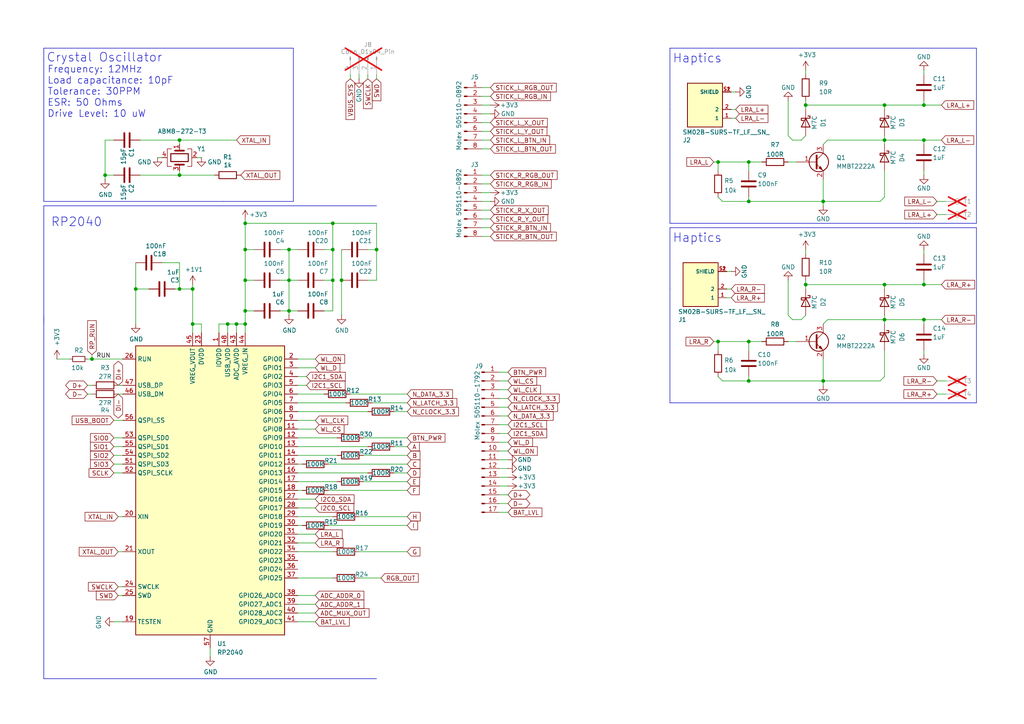
<source format=kicad_sch>
(kicad_sch (version 20231120) (generator "eeschema") (generator_version "8.0")
  (paper "A4")
  (junction (at 217.17 58.42))
  (junction (at 364.49 179.07))
  (junction (at 30.48 50.8))
  (junction (at 217.17 110.49))
  (junction (at 233.68 30.48))
  (junction (at 341.63 138.43))
  (junction (at 71.12 81.28))
  (junction (at 341.63 123.19))
  (junction (at 64.77 -24.13))
  (junction (at 52.07 40.64))
  (junction (at 69.85 -58.42))
  (junction (at 83.82 81.28))
  (junction (at 55.88 83.82))
  (junction (at 306.07 130.81))
  (junction (at 342.9 82.55))
  (junction (at 83.82 90.17))
  (junction (at 256.54 30.48))
  (junction (at 389.89 179.07))
  (junction (at 208.28 46.99))
  (junction (at 96.52 81.28))
  (junction (at 341.63 115.57))
  (junction (at 307.34 91.44))
  (junction (at 256.54 40.64))
  (junction (at 69.85 -46.99))
  (junction (at 68.58 -71.12))
  (junction (at 69.85 -7.62))
  (junction (at 307.34 73.66))
  (junction (at 342.9 73.66))
  (junction (at 306.07 115.57))
  (junction (at 52.07 50.8))
  (junction (at 217.17 99.06))
  (junction (at 66.04 93.98))
  (junction (at 96.52 72.39))
  (junction (at 256.54 92.71))
  (junction (at 64.77 -63.5))
  (junction (at 267.97 92.71))
  (junction (at 83.82 72.39))
  (junction (at 93.98 -58.42))
  (junction (at 93.98 -19.05))
  (junction (at 99.06 81.28))
  (junction (at 68.58 93.98))
  (junction (at 238.76 110.49))
  (junction (at 171.45 -24.13))
  (junction (at 193.04 -24.13))
  (junction (at 208.28 99.06))
  (junction (at 307.34 63.5))
  (junction (at 68.58 -29.21))
  (junction (at 307.34 82.55))
  (junction (at 68.58 -68.58))
  (junction (at 341.63 130.81))
  (junction (at 41.91 -8.89))
  (junction (at 306.07 138.43))
  (junction (at 40.64 -11.43))
  (junction (at 109.22 72.39))
  (junction (at 71.12 64.77))
  (junction (at 40.64 -6.35))
  (junction (at 71.12 72.39))
  (junction (at 52.07 83.82))
  (junction (at 339.09 179.07))
  (junction (at 342.9 63.5))
  (junction (at 71.12 90.17))
  (junction (at 256.54 82.55))
  (junction (at 233.68 82.55))
  (junction (at 71.12 93.98))
  (junction (at 96.52 64.77))
  (junction (at 16.51 -8.89))
  (junction (at 69.85 -19.05))
  (junction (at 26.67 104.14))
  (junction (at 217.17 46.99))
  (junction (at 201.93 -45.72))
  (junction (at 267.97 30.48))
  (junction (at 306.07 123.19))
  (junction (at 44.45 -24.13))
  (junction (at 342.9 91.44))
  (junction (at 267.97 82.55))
  (junction (at 39.37 83.82))
  (junction (at 238.76 58.42))
  (junction (at 55.88 93.98))
  (junction (at 267.97 40.64))
  (no_connect (at 92.71 -66.04))
  (no_connect (at 92.71 -60.96))
  (no_connect (at 92.71 -26.67))
  (no_connect (at 72.39 -66.04))
  (no_connect (at 92.71 -63.5))
  (no_connect (at 92.71 -24.13))
  (no_connect (at 72.39 -26.67))
  (no_connect (at 92.71 -21.59))
  (wire (pts (xy 55.88 93.98) (xy 55.88 96.52)))
  (wire (pts (xy 147.32 115.57) (xy 144.78 115.57)))
  (wire (pts (xy 147.32 113.03) (xy 144.78 113.03)))
  (wire (pts (xy 86.36 139.7) (xy 97.79 139.7)))
  (wire (pts (xy 228.6 29.21) (xy 228.6 39.37)))
  (wire (pts (xy 64.77 -46.99) (xy 69.85 -46.99)))
  (wire (pts (xy 393.7 193.04) (xy 391.16 193.04)))
  (wire (pts (xy 86.36 149.86) (xy 96.52 149.86)))
  (wire (pts (xy 86.36 157.48) (xy 91.44 157.48)))
  (wire (pts (xy 337.82 21.59) (xy 336.55 21.59)))
  (wire (pts (xy 340.36 144.78) (xy 341.63 144.78)))
  (wire (pts (xy 147.32 123.19) (xy 144.78 123.19)))
  (wire (pts (xy 365.76 237.49) (xy 368.3 237.49)))
  (wire (pts (xy 71.12 93.98) (xy 71.12 96.52)))
  (wire (pts (xy 389.89 176.53) (xy 389.89 179.07)))
  (wire (pts (xy 41.91 -11.43) (xy 41.91 -8.89)))
  (wire (pts (xy 73.66 72.39) (xy 71.12 72.39)))
  (wire (pts (xy 86.36 144.78) (xy 91.44 144.78)))
  (polyline (pts (xy 57.15 -36.83) (xy 57.15 -2.54)))
  (wire (pts (xy 307.34 91.44) (xy 307.34 99.06)))
  (wire (pts (xy 360.68 175.26) (xy 363.22 175.26)))
  (wire (pts (xy 217.17 57.15) (xy 217.17 58.42)))
  (wire (pts (xy 93.98 -71.12) (xy 92.71 -71.12)))
  (wire (pts (xy 16.51 -6.35) (xy 16.51 -8.89)))
  (polyline (pts (xy 12.7 59.69) (xy 12.7 93.98)))
  (wire (pts (xy 104.14 22.86) (xy 104.14 21.59)))
  (wire (pts (xy 109.22 64.77) (xy 109.22 72.39)))
  (wire (pts (xy 40.64 -6.35) (xy 41.91 -6.35)))
  (wire (pts (xy 328.93 85.09) (xy 327.66 85.09)))
  (wire (pts (xy 173.99 -55.88) (xy 175.26 -55.88)))
  (wire (pts (xy 341.63 130.81) (xy 341.63 138.43)))
  (wire (pts (xy 104.14 160.02) (xy 118.11 160.02)))
  (wire (pts (xy 364.49 176.53) (xy 364.49 179.07)))
  (wire (pts (xy 105.41 132.08) (xy 118.11 132.08)))
  (wire (pts (xy 52.07 40.64) (xy 68.58 40.64)))
  (wire (pts (xy 203.2 -24.13) (xy 193.04 -24.13)))
  (wire (pts (xy 389.89 233.68) (xy 389.89 236.22)))
  (wire (pts (xy 364.49 179.07) (xy 365.76 180.34)))
  (wire (pts (xy 312.42 26.67) (xy 311.15 26.67)))
  (wire (pts (xy 86.36 111.76) (xy 88.9 111.76)))
  (wire (pts (xy 68.58 93.98) (xy 68.58 96.52)))
  (wire (pts (xy 229.87 40.64) (xy 232.41 40.64)))
  (wire (pts (xy 267.97 29.21) (xy 267.97 30.48)))
  (wire (pts (xy 34.29 170.18) (xy 35.56 170.18)))
  (wire (pts (xy 40.64 40.64) (xy 52.07 40.64)))
  (wire (pts (xy 342.9 73.66) (xy 345.44 73.66)))
  (wire (pts (xy 339.09 179.07) (xy 339.09 191.77)))
  (wire (pts (xy 69.85 -6.35) (xy 69.85 -7.62)))
  (wire (pts (xy 71.12 64.77) (xy 71.12 72.39)))
  (wire (pts (xy 147.32 130.81) (xy 144.78 130.81)))
  (wire (pts (xy 26.67 114.3) (xy 25.4 114.3)))
  (wire (pts (xy 316.23 180.34) (xy 317.5 180.34)))
  (wire (pts (xy 364.49 63.5) (xy 363.22 63.5)))
  (wire (pts (xy 201.93 -55.88) (xy 200.66 -55.88)))
  (wire (pts (xy 364.49 130.81) (xy 363.22 130.81)))
  (wire (pts (xy 364.49 93.98) (xy 363.22 93.98)))
  (wire (pts (xy 93.98 -34.29) (xy 92.71 -34.29)))
  (wire (pts (xy 365.76 180.34) (xy 368.3 180.34)))
  (wire (pts (xy 267.97 92.71) (xy 267.97 93.98)))
  (wire (pts (xy 118.11 127) (xy 105.41 127)))
  (wire (pts (xy 256.54 82.55) (xy 267.97 82.55)))
  (wire (pts (xy 389.89 218.44) (xy 391.16 219.71)))
  (wire (pts (xy 95.25 142.24) (xy 118.11 142.24)))
  (wire (pts (xy 162.56 -17.78) (xy 161.29 -17.78)))
  (wire (pts (xy 69.85 -19.05) (xy 69.85 -7.62)))
  (wire (pts (xy 391.16 219.71) (xy 393.7 219.71)))
  (wire (pts (xy 83.82 81.28) (xy 86.36 81.28)))
  (wire (pts (xy 81.28 81.28) (xy 83.82 81.28)))
  (wire (pts (xy 142.24 38.1) (xy 139.7 38.1)))
  (wire (pts (xy 389.89 179.07) (xy 389.89 191.77)))
  (wire (pts (xy 30.48 50.8) (xy 30.48 52.07)))
  (wire (pts (xy 194.31 -15.24) (xy 194.31 -17.78)))
  (wire (pts (xy 69.85 -58.42) (xy 72.39 -58.42)))
  (wire (pts (xy 307.34 91.44) (xy 309.88 91.44)))
  (wire (pts (xy 201.93 -50.8) (xy 200.66 -50.8)))
  (wire (pts (xy 306.07 107.95) (xy 309.88 107.95)))
  (wire (pts (xy 86.36 152.4) (xy 87.63 152.4)))
  (wire (pts (xy 45.72 45.72) (xy 46.99 45.72)))
  (wire (pts (xy 389.89 215.9) (xy 389.89 218.44)))
  (wire (pts (xy 256.54 39.37) (xy 256.54 40.64)))
  (wire (pts (xy 388.62 175.26) (xy 389.89 176.53)))
  (wire (pts (xy 217.17 110.49) (xy 238.76 110.49)))
  (wire (pts (xy 60.96 -24.13) (xy 64.77 -24.13)))
  (wire (pts (xy 328.93 138.43) (xy 327.66 138.43)))
  (wire (pts (xy 43.18 83.82) (xy 39.37 83.82)))
  (wire (pts (xy 320.04 93.98) (xy 318.77 93.98)))
  (wire (pts (xy 33.02 134.62) (xy 35.56 134.62)))
  (wire (pts (xy 139.7 43.18) (xy 142.24 43.18)))
  (wire (pts (xy 41.91 -6.35) (xy 41.91 -8.89)))
  (wire (pts (xy 33.02 127) (xy 35.56 127)))
  (wire (pts (xy 256.54 57.15) (xy 255.27 58.42)))
  (wire (pts (xy 71.12 90.17) (xy 73.66 90.17)))
  (wire (pts (xy 95.25 152.4) (xy 118.11 152.4)))
  (wire (pts (xy 16.51 104.14) (xy 20.32 104.14)))
  (wire (pts (xy 307.34 54.61) (xy 308.61 54.61)))
  (wire (pts (xy 16.51 -6.35) (xy 20.32 -6.35)))
  (wire (pts (xy 173.99 -50.8) (xy 175.26 -50.8)))
  (wire (pts (xy 389.89 236.22) (xy 391.16 237.49)))
  (wire (pts (xy 86.36 127) (xy 97.79 127)))
  (wire (pts (xy 238.76 110.49) (xy 255.27 110.49)))
  (wire (pts (xy 341.63 99.06) (xy 342.9 99.06)))
  (wire (pts (xy 52.07 50.8) (xy 62.23 50.8)))
  (wire (pts (xy 307.34 63.5) (xy 307.34 73.66)))
  (wire (pts (xy 81.28 72.39) (xy 83.82 72.39)))
  (wire (pts (xy 256.54 40.64) (xy 267.97 40.64)))
  (wire (pts (xy 86.36 132.08) (xy 97.79 132.08)))
  (wire (pts (xy 335.28 214.63) (xy 337.82 214.63)))
  (wire (pts (xy 209.55 110.49) (xy 217.17 110.49)))
  (wire (pts (xy 341.63 138.43) (xy 345.44 138.43)))
  (wire (pts (xy 341.63 138.43) (xy 341.63 144.78)))
  (wire (pts (xy 142.24 27.94) (xy 139.7 27.94)))
  (wire (pts (xy 69.85 -19.05) (xy 72.39 -19.05)))
  (wire (pts (xy 341.63 107.95) (xy 345.44 107.95)))
  (wire (pts (xy 328.93 115.57) (xy 327.66 115.57)))
  (wire (pts (xy 93.98 81.28) (xy 96.52 81.28)))
  (wire (pts (xy 33.02 121.92) (xy 35.56 121.92)))
  (wire (pts (xy 391.16 237.49) (xy 393.7 237.49)))
  (wire (pts (xy 66.04 93.98) (xy 68.58 93.98)))
  (wire (pts (xy 256.54 101.6) (xy 256.54 109.22)))
  (wire (pts (xy 256.54 40.64) (xy 256.54 41.91)))
  (wire (pts (xy 256.54 92.71) (xy 256.54 93.98)))
  (wire (pts (xy 109.22 72.39) (xy 109.22 81.28)))
  (wire (pts (xy 365.76 219.71) (xy 368.3 219.71)))
  (wire (pts (xy 213.36 34.29) (xy 212.09 34.29)))
  (wire (pts (xy 316.23 219.71) (xy 317.5 219.71)))
  (wire (pts (xy 307.34 54.61) (xy 307.34 63.5)))
  (wire (pts (xy 13.97 -8.89) (xy 16.51 -8.89)))
  (wire (pts (xy 60.96 -63.5) (xy 64.77 -63.5)))
  (wire (pts (xy 33.02 129.54) (xy 35.56 129.54)))
  (wire (pts (xy 147.32 128.27) (xy 144.78 128.27)))
  (wire (pts (xy 106.68 81.28) (xy 109.22 81.28)))
  (wire (pts (xy 208.28 109.22) (xy 209.55 110.49)))
  (wire (pts (xy 26.67 102.87) (xy 26.67 104.14)))
  (wire (pts (xy 83.82 81.28) (xy 83.82 90.17)))
  (polyline (pts (xy 105.41 -2.54) (xy 58.42 -2.54)))
  (wire (pts (xy 17.78 -24.13) (xy 20.32 -24.13)))
  (wire (pts (xy 337.82 26.67) (xy 336.55 26.67)))
  (wire (pts (xy 213.36 26.67) (xy 212.09 26.67)))
  (wire (pts (xy 328.93 63.5) (xy 327.66 63.5)))
  (wire (pts (xy 341.63 115.57) (xy 341.63 107.95)))
  (wire (pts (xy 267.97 72.39) (xy 267.97 73.66)))
  (wire (pts (xy 92.71 -19.05) (xy 93.98 -19.05)))
  (wire (pts (xy 240.03 92.71) (xy 256.54 92.71)))
  (wire (pts (xy 386.08 232.41) (xy 388.62 232.41)))
  (wire (pts (xy 238.76 41.91) (xy 240.03 40.64)))
  (wire (pts (xy 173.99 -48.26) (xy 175.26 -48.26)))
  (wire (pts (xy 365.76 193.04) (xy 364.49 191.77)))
  (wire (pts (xy 267.97 101.6) (xy 267.97 102.87)))
  (wire (pts (xy 360.68 232.41) (xy 363.22 232.41)))
  (wire (pts (xy 68.58 -31.75) (xy 68.58 -29.21)))
  (wire (pts (xy 69.85 -21.59) (xy 72.39 -21.59)))
  (wire (pts (xy 43.18 -24.13) (xy 44.45 -24.13)))
  (wire (pts (xy 342.9 82.55) (xy 342.9 91.44)))
  (wire (pts (xy 86.36 109.22) (xy 88.9 109.22)))
  (wire (pts (xy 72.39 -71.12) (xy 68.58 -71.12)))
  (wire (pts (xy 142.24 53.34) (xy 139.7 53.34)))
  (wire (pts (xy 306.07 115.57) (xy 306.07 123.19)))
  (wire (pts (xy 256.54 82.55) (xy 256.54 83.82)))
  (polyline (pts (xy 12.7 91.44) (xy 12.7 196.85)))
  (wire (pts (xy 328.93 107.95) (xy 327.66 107.95)))
  (wire (pts (xy 26.67 104.14) (xy 35.56 104.14)))
  (wire (pts (xy 69.85 -45.72) (xy 69.85 -46.99)))
  (wire (pts (xy 147.32 146.05) (xy 144.78 146.05)))
  (wire (pts (xy 355.6 63.5) (xy 354.33 63.5)))
  (wire (pts (xy 233.68 91.44) (xy 232.41 92.71)))
  (wire (pts (xy 33.02 137.16) (xy 35.56 137.16)))
  (wire (pts (xy 161.29 -24.13) (xy 171.45 -24.13)))
  (wire (pts (xy 173.99 -45.72) (xy 175.26 -45.72)))
  (wire (pts (xy 341.63 115.57) (xy 341.63 123.19)))
  (wire (pts (xy 86.36 175.26) (xy 91.44 175.26)))
  (wire (pts (xy 147.32 125.73) (xy 144.78 125.73)))
  (wire (pts (xy 360.68 214.63) (xy 363.22 214.63)))
  (wire (pts (xy 320.04 54.61) (xy 318.77 54.61)))
  (wire (pts (xy 182.88 -24.13) (xy 193.04 -24.13)))
  (wire (pts (xy 342.9 73.66) (xy 342.9 82.55)))
  (wire (pts (xy 207.01 46.99) (xy 208.28 46.99)))
  (wire (pts (xy 201.93 -45.72) (xy 200.66 -45.72)))
  (wire (pts (xy 195.58 -38.1) (xy 201.93 -38.1)))
  (wire (pts (xy 86.36 134.62) (xy 87.63 134.62)))
  (wire (pts (xy 341.63 130.81) (xy 345.44 130.81)))
  (wire (pts (xy 267.97 81.28) (xy 267.97 82.55)))
  (polyline (pts (xy 105.41 -41.91) (xy 58.42 -41.91)))
  (wire (pts (xy 63.5 96.52) (xy 63.5 93.98)))
  (wire (pts (xy 40.64 -11.43) (xy 41.91 -11.43)))
  (wire (pts (xy 271.78 114.3) (xy 274.32 114.3)))
  (wire (pts (xy 71.12 -34.29) (xy 72.39 -34.29)))
  (polyline (pts (xy 283.21 13.97) (xy 283.21 64.77)))
  (wire (pts (xy 342.9 91.44) (xy 342.9 99.06)))
  (wire (pts (xy 355.6 93.98) (xy 354.33 93.98)))
  (wire (pts (xy 66.04 93.98) (xy 66.04 96.52)))
  (wire (pts (xy 342.9 63.5) (xy 344.17 63.5)))
  (wire (pts (xy 69.85 -60.96) (xy 72.39 -60.96)))
  (wire (pts (xy 96.52 64.77) (xy 109.22 64.77)))
  (wire (pts (xy 339.09 179.07) (xy 340.36 180.34)))
  (wire (pts (xy 44.45 -27.94) (xy 44.45 -24.13)))
  (wire (pts (xy 142.24 55.88) (xy 139.7 55.88)))
  (wire (pts (xy 320.04 41.91) (xy 321.31 41.91)))
  (wire (pts (xy 355.6 54.61) (xy 354.33 54.61)))
  (wire (pts (xy 217.17 99.06) (xy 220.98 99.06)))
  (wire (pts (xy 26.67 111.76) (xy 25.4 111.76)))
  (wire (pts (xy 238.76 58.42) (xy 238.76 59.69)))
  (wire (pts (xy 181.61 -17.78) (xy 181.61 -24.13)))
  (wire (pts (xy 95.25 134.62) (xy 118.11 134.62)))
  (wire (pts (xy 86.36 147.32) (xy 91.44 147.32)))
  (wire (pts (xy 191.77 -15.24) (xy 191.77 -17.78)))
  (wire (pts (xy 256.54 30.48) (xy 267.97 30.48)))
  (wire (pts (xy 68.58 -73.66) (xy 72.39 -73.66)))
  (wire (pts (xy 71.12 72.39) (xy 71.12 81.28)))
  (wire (pts (xy 93.98 -31.75) (xy 92.71 -31.75)))
  (wire (pts (xy 83.82 72.39) (xy 83.82 81.28)))
  (wire (pts (xy 368.3 193.04) (xy 365.76 193.04)))
  (wire (pts (xy 208.28 46.99) (xy 217.17 46.99)))
  (wire (pts (xy 304.8 144.78) (xy 306.07 144.78)))
  (wire (pts (xy 83.82 90.17) (xy 81.28 90.17)))
  (wire (pts (xy 86.36 172.72) (xy 91.44 172.72)))
  (wire (pts (xy 339.09 215.9) (xy 339.09 218.44)))
  (wire (pts (xy 71.12 81.28) (xy 73.66 81.28)))
  (wire (pts (xy 25.4 104.14) (xy 26.67 104.14)))
  (wire (pts (xy 256.54 49.53) (xy 256.54 57.15)))
  (polyline (pts (xy 194.31 66.04) (xy 283.21 66.04)))
  (wire (pts (xy 142.24 60.96) (xy 139.7 60.96)))
  (wire (pts (xy 229.87 40.64) (xy 228.6 39.37)))
  (wire (pts (xy 44.45 -24.13) (xy 46.99 -24.13)))
  (wire (pts (xy 364.49 215.9) (xy 364.49 218.44)))
  (wire (pts (xy 318.77 76.2) (xy 320.04 76.2)))
  (wire (pts (xy 213.36 31.75) (xy 212.09 31.75)))
  (wire (pts (xy 93.98 -58.42) (xy 95.25 -58.42)))
  (wire (pts (xy 142.24 25.4) (xy 139.7 25.4)))
  (wire (pts (xy 114.3 137.16) (xy 118.11 137.16)))
  (wire (pts (xy 217.17 46.99) (xy 220.98 46.99)))
  (wire (pts (xy 328.93 76.2) (xy 327.66 76.2)))
  (wire (pts (xy 181.61 -24.13) (xy 171.45 -24.13)))
  (wire (pts (xy 210.82 78.74) (xy 212.09 78.74)))
  (wire (pts (xy 364.49 76.2) (xy 363.22 76.2)))
  (wire (pts (xy 57.15 45.72) (xy 58.42 45.72)))
  (wire (pts (xy 256.54 91.44) (xy 256.54 92.71)))
  (wire (pts (xy 86.36 154.94) (xy 91.44 154.94)))
  (wire (pts (xy 147.32 140.97) (xy 144.78 140.97)))
  (wire (pts (xy 316.23 193.04) (xy 317.5 193.04)))
  (wire (pts (xy 328.93 54.61) (xy 327.66 54.61)))
  (wire (pts (xy 341.63 123.19) (xy 345.44 123.19)))
  (wire (pts (xy 306.07 138.43) (xy 306.07 144.78)))
  (wire (pts (xy 16.51 -11.43) (xy 16.51 -8.89)))
  (wire (pts (xy 228.6 99.06) (xy 231.14 99.06)))
  (polyline (pts (xy 194.31 83.82) (xy 194.31 116.84)))
  (wire (pts (xy 307.34 73.66) (xy 309.88 73.66)))
  (wire (pts (xy 342.9 54.61) (xy 342.9 63.5)))
  (wire (pts (xy 68.58 93.98) (xy 71.12 93.98)))
  (wire (pts (xy 86.36 104.14) (xy 91.44 104.14)))
  (wire (pts (xy 355.6 85.09) (xy 354.33 85.09)))
  (wire (pts (xy 340.36 180.34) (xy 342.9 180.34)))
  (wire (pts (xy 101.6 22.86) (xy 101.6 21.59)))
  (wire (pts (xy 267.97 49.53) (xy 267.97 50.8)))
  (wire (pts (xy 71.12 81.28) (xy 71.12 90.17)))
  (wire (pts (xy 52.07 41.91) (xy 52.07 40.64)))
  (wire (pts (xy 412.75 175.26) (xy 411.48 175.26)))
  (polyline (pts (xy 57.15 -2.54) (xy 3.81 -2.54)))
  (wire (pts (xy 307.34 82.55) (xy 309.88 82.55)))
  (polyline (pts (xy 194.31 13.97) (xy 283.21 13.97)))
  (wire (pts (xy 340.36 237.49) (xy 342.9 237.49)))
  (wire (pts (xy 142.24 50.8) (xy 139.7 50.8)))
  (wire (pts (xy 147.32 143.51) (xy 144.78 143.51)))
  (wire (pts (xy 142.24 40.64) (xy 139.7 40.64)))
  (wire (pts (xy 93.98 -7.62) (xy 93.98 -6.35)))
  (wire (pts (xy 203.2 -17.78) (xy 203.2 -24.13)))
  (wire (pts (xy 238.76 58.42) (xy 255.27 58.42)))
  (wire (pts (xy 267.97 92.71) (xy 273.05 92.71)))
  (wire (pts (xy 43.18 -16.51) (xy 46.99 -16.51)))
  (wire (pts (xy 364.49 236.22) (xy 365.76 237.49)))
  (wire (pts (xy 229.87 92.71) (xy 232.41 92.71)))
  (wire (pts (xy 208.28 99.06) (xy 208.28 101.6)))
  (wire (pts (xy 25.4 -24.13) (xy 27.94 -24.13)))
  (wire (pts (xy 86.36 129.54) (xy 106.68 129.54)))
  (wire (pts (xy 312.42 24.13) (xy 311.15 24.13)))
  (wire (pts (xy 233.68 39.37) (xy 232.41 40.64)))
  (wire (pts (xy 306.07 107.95) (xy 306.07 115.57)))
  (wire (pts (xy 35.56 114.3) (xy 34.29 114.3)))
  (wire (pts (xy 142.24 33.02) (xy 139.7 33.02)))
  (wire (pts (xy 339.09 236.22) (xy 340.36 237.49)))
  (wire (pts (xy 68.58 -29.21) (xy 72.39 -29.21)))
  (wire (pts (xy 33.02 50.8) (xy 30.48 50.8)))
  (wire (pts (xy 210.82 83.82) (xy 212.09 83.82)))
  (wire (pts (xy 43.18 -21.59) (xy 46.99 -21.59)))
  (wire (pts (xy 316.23 187.96) (xy 317.5 187.96)))
  (wire (pts (xy 233.68 30.48) (xy 233.68 31.75)))
  (wire (pts (xy 364.49 179.07) (xy 364.49 191.77)))
  (wire (pts (xy 147.32 110.49) (xy 144.78 110.49)))
  (wire (pts (xy 35.56 160.02) (xy 34.29 160.02)))
  (wire (pts (xy 39.37 76.2) (xy 39.37 83.82)))
  (wire (pts (xy 228.6 81.28) (xy 228.6 91.44)))
  (polyline (pts (xy 58.42 -80.01) (xy 105.41 -80.01)))
  (wire (pts (xy 52.07 49.53) (xy 52.07 50.8)))
  (wire (pts (xy 69.85 -58.42) (xy 69.85 -46.99)))
  (wire (pts (xy 114.3 129.54) (xy 118.11 129.54)))
  (wire (pts (xy 147.32 135.89) (xy 144.78 135.89)))
  (wire (pts (xy 364.49 123.19) (xy 363.22 123.19)))
  (polyline (pts (xy 283.21 64.77) (xy 194.31 64.77)))
  (wire (pts (xy 267.97 20.32) (xy 267.97 21.59)))
  (wire (pts (xy 238.76 93.98) (xy 240.03 92.71)))
  (wire (pts (xy 339.09 233.68) (xy 339.09 236.22)))
  (wire (pts (xy 106.68 72.39) (xy 109.22 72.39)))
  (wire (pts (xy 25.4 -21.59) (xy 27.94 -21.59)))
  (wire (pts (xy 55.88 82.55) (xy 55.88 83.82)))
  (wire (pts (xy 238.76 52.07) (xy 238.76 58.42)))
  (wire (pts (xy 328.93 130.81) (xy 327.66 130.81)))
  (wire (pts (xy 238.76 104.14) (xy 238.76 110.49)))
  (wire (pts (xy 86.36 106.68) (xy 91.44 106.68)))
  (wire (pts (xy 386.08 175.26) (xy 388.62 175.26)))
  (polyline (pts (xy 12.7 93.98) (xy 12.7 93.98)))
  (wire (pts (xy 208.28 57.15) (xy 209.55 58.42)))
  (wire (pts (xy 340.36 193.04) (xy 339.09 191.77)))
  (wire (pts (xy 106.68 22.86) (xy 106.68 21.59)))
  (wire (pts (xy 337.82 214.63) (xy 339.09 215.9)))
  (wire (pts (xy 33.02 132.08) (xy 35.56 132.08)))
  (wire (pts (xy 43.18 -19.05) (xy 46.99 -19.05)))
  (wire (pts (xy 339.09 176.53) (xy 339.09 179.07)))
  (wire (pts (xy 72.39 -31.75) (xy 68.58 -31.75)))
  (wire (pts (xy 69.85 -21.59) (xy 69.85 -19.05)))
  (wire (pts (xy 364.49 218.44) (xy 365.76 219.71)))
  (wire (pts (xy 363.22 232.41) (xy 364.49 233.68)))
  (wire (pts (xy 312.42 21.59) (xy 311.15 21.59)))
  (wire (pts (xy 228.6 46.99) (xy 231.14 46.99)))
  (wire (pts (xy 64.77 -24.13) (xy 72.39 -24.13)))
  (wire (pts (xy 93.98 -73.66) (xy 92.71 -73.66)))
  (wire (pts (xy 110.49 167.64) (xy 104.14 167.64)))
  (wire (pts (xy 35.56 111.76) (xy 34.29 111.76)))
  (wire (pts (xy 96.52 90.17) (xy 93.98 90.17)))
  (wire (pts (xy 64.77 -63.5) (xy 72.39 -63.5)))
  (wire (pts (xy 50.8 83.82) (xy 52.07 83.82)))
  (wire (pts (xy 233.68 29.21) (xy 233.68 30.48)))
  (wire (pts (xy 256.54 92.71) (xy 267.97 92.71)))
  (wire (pts (xy 217.17 109.22) (xy 217.17 110.49)))
  (polyline (pts (xy 58.42 -40.64) (xy 58.42 -2.54)))
  (wire (pts (xy 99.06 72.39) (xy 99.06 81.28)))
  (polyline (pts (xy 283.21 66.04) (xy 283.21 116.84)))
  (wire (pts (xy 93.98 -29.21) (xy 92.71 -29.21)))
  (polyline (pts (xy 105.41 -80.01) (xy 105.41 -41.91)))
  (wire (pts (xy 92.71 -58.42) (xy 93.98 -58.42)))
  (wire (pts (xy 335.28 232.41) (xy 337.82 232.41)))
  (wire (pts (xy 83.82 90.17) (xy 86.36 90.17)))
  (wire (pts (xy 201.93 -48.26) (xy 200.66 -48.26)))
  (wire (pts (xy 364.49 115.57) (xy 363.22 115.57)))
  (polyline (pts (xy 85.09 57.15) (xy 85.09 58.42)))
  (wire (pts (xy 233.68 82.55) (xy 256.54 82.55)))
  (wire (pts (xy 201.93 -53.34) (xy 200.66 -53.34)))
  (wire (pts (xy 337.82 175.26) (xy 339.09 176.53)))
  (wire (pts (xy 44.45 -35.56) (xy 46.99 -35.56)))
  (wire (pts (xy 307.34 73.66) (xy 307.34 82.55)))
  (wire (pts (xy 147.32 148.59) (xy 144.78 148.59)))
  (wire (pts (xy 58.42 93.98) (xy 58.42 96.52)))
  (wire (pts (xy 86.36 119.38) (xy 106.68 119.38)))
  (wire (pts (xy 267.97 30.48) (xy 273.05 30.48)))
  (wire (pts (xy 342.9 193.04) (xy 340.36 193.04)))
  (wire (pts (xy 25.4 -19.05) (xy 27.94 -19.05)))
  (wire (pts (xy 217.17 58.42) (xy 238.76 58.42)))
  (wire (pts (xy 147.32 138.43) (xy 144.78 138.43)))
  (wire (pts (xy 118.11 116.84) (xy 107.95 116.84)))
  (wire (pts (xy 96.52 72.39) (xy 96.52 81.28)))
  (wire (pts (xy 320.04 63.5) (xy 318.77 63.5)))
  (wire (pts (xy 355.6 76.2) (xy 354.33 76.2)))
  (wire (pts (xy 208.28 46.99) (xy 208.28 49.53)))
  (wire (pts (xy 25.4 -16.51) (xy 27.94 -16.51)))
  (wire (pts (xy 335.28 175.26) (xy 337.82 175.26)))
  (wire (pts (xy 337.82 24.13) (xy 336.55 24.13)))
  (wire (pts (xy 34.29 172.72) (xy 35.56 172.72)))
  (wire (pts (xy 233.68 82.55) (xy 233.68 83.82)))
  (polyline (pts (xy 3.81 -36.83) (xy 57.15 -36.83)))
  (polyline (pts (xy 194.31 31.75) (xy 194.31 13.97)))
  (wire (pts (xy 118.11 119.38) (xy 114.3 119.38)))
  (wire (pts (xy 312.42 19.05) (xy 311.15 19.05)))
  (wire (pts (xy 109.22 22.86) (xy 109.22 21.59)))
  (wire (pts (xy 52.07 83.82) (xy 55.88 83.82)))
  (polyline (pts (xy 283.21 116.84) (xy 194.31 116.84)))
  (wire (pts (xy 210.82 86.36) (xy 212.09 86.36)))
  (wire (pts (xy 142.24 63.5) (xy 139.7 63.5)))
  (polyline (pts (xy 12.7 13.97) (xy 85.09 13.97)))
  (wire (pts (xy 182.88 -17.78) (xy 182.88 -24.13)))
  (wire (pts (xy 238.76 110.49) (xy 238.76 111.76)))
  (wire (pts (xy 93.98 -19.05) (xy 93.98 -15.24)))
  (wire (pts (xy 388.62 214.63) (xy 389.89 215.9)))
  (polyline (pts (xy 12.7 13.97) (xy 12.7 58.42)))
  (wire (pts (xy 40.64 50.8) (xy 52.07 50.8)))
  (wire (pts (xy 342.9 63.5) (xy 342.9 73.66)))
  (wire (pts (xy 320.04 85.09) (xy 318.77 85.09)))
  (wire (pts (xy 233.68 72.39) (xy 233.68 73.66)))
  (wire (pts (xy 86.36 137.16) (xy 106.68 137.16)))
  (wire (pts (xy 86.36 160.02) (xy 96.52 160.02)))
  (wire (pts (xy 147.32 118.11) (xy 144.78 118.11)))
  (polyline (pts (xy 12.7 196.85) (xy 109.22 196.85)))
  (wire (pts (xy 388.62 232.41) (xy 389.89 233.68)))
  (wire (pts (xy 93.98 -46.99) (xy 93.98 -45.72)))
  (wire (pts (xy 306.07 123.19) (xy 309.88 123.19)))
  (wire (pts (xy 184.15 -17.78) (xy 182.88 -17.78)))
  (wire (pts (xy 256.54 109.22) (xy 255.27 110.49)))
  (wire (pts (xy 332.74 41.91) (xy 331.47 41.91)))
  (wire (pts (xy 96.52 64.77) (xy 96.52 72.39)))
  (wire (pts (xy 86.36 124.46) (xy 91.44 124.46)))
  (wire (pts (xy 68.58 -73.66) (xy 68.58 -71.12)))
  (polyline (pts (xy 194.31 83.82) (xy 194.31 66.04)))
  (wire (pts (xy 139.7 68.58) (xy 142.24 68.58)))
  (wire (pts (xy 55.88 93.98) (xy 58.42 93.98)))
  (wire (pts (xy 173.99 -53.34) (xy 175.26 -53.34)))
  (wire (pts (xy 68.58 -71.12) (xy 68.58 -68.58)))
  (wire (pts (xy 104.14 149.86) (xy 118.11 149.86)))
  (wire (pts (xy 267.97 40.64) (xy 267.97 41.91)))
  (wire (pts (xy 364.49 107.95) (xy 363.22 107.95)))
  (wire (pts (xy 41.91 -8.89) (xy 44.45 -8.89)))
  (wire (pts (xy 34.29 149.86) (xy 35.56 149.86)))
  (wire (pts (xy 212.09 -45.72) (xy 201.93 -45.72)))
  (wire (pts (xy 306.07 138.43) (xy 309.88 138.43)))
  (wire (pts (xy 240.03 40.64) (xy 256.54 40.64)))
  (wire (pts (xy 389.89 179.07) (xy 391.16 180.34)))
  (wire (pts (xy 364.49 233.68) (xy 364.49 236.22)))
  (wire (pts (xy 306.07 130.81) (xy 309.88 130.81)))
  (wire (pts (xy 391.16 193.04) (xy 389.89 191.77)))
  (wire (pts (xy 96.52 167.64) (xy 86.36 167.64)))
  (wire (pts (xy 39.37 -6.35) (xy 40.64 -6.35)))
  (wire (pts (xy 207.01 99.06) (xy 208.28 99.06)))
  (wire (pts (xy 363.22 214.63) (xy 364.49 215.9)))
  (wire (pts (xy 363.22 175.26) (xy 364.49 176.53)))
  (wire (pts (xy 306.07 115.57) (xy 309.88 115.57)))
  (wire (pts (xy 316.23 175.26) (xy 317.5 175.26)))
  (wire (pts (xy 217.17 99.06) (xy 217.17 101.6)))
  (wire (pts (xy 337.82 232.41) (xy 339.09 233.68)))
  (wire (pts (xy 147.32 133.35) (xy 144.78 133.35)))
  (wire (pts (xy 46.99 76.2) (xy 52.07 76.2)))
  (wire (pts (xy 233.68 20.32) (xy 233.68 21.59)))
  (wire (pts (xy 209.55 58.42) (xy 217.17 58.42)))
  (wire (pts (xy 142.24 35.56) (xy 139.7 35.56)))
  (wire (pts (xy 39.37 -11.43) (xy 40.64 -11.43)))
  (wire (pts (xy 93.98 -58.42) (xy 93.98 -54.61)))
  (wire (pts (xy 93.98 -19.05) (xy 95.25 -19.05)))
  (wire (pts (xy 217.17 46.99) (xy 217.17 49.53)))
  (wire (pts (xy 83.82 90.17) (xy 83.82 91.44)))
  (wire (pts (xy 30.48 40.64) (xy 30.48 50.8)))
  (wire (pts (xy 142.24 58.42) (xy 139.7 58.42)))
  (wire (pts (xy 337.82 19.05) (xy 336.55 19.05)))
  (wire (pts (xy 342.9 54.61) (xy 344.17 54.61)))
  (polyline (pts (xy 194.31 31.75) (xy 194.31 64.77)))
  (wire (pts (xy 52.07 76.2) (xy 52.07 83.82)))
  (wire (pts (xy 63.5 93.98) (xy 66.04 93.98)))
  (wire (pts (xy 170.18 -15.24) (xy 170.18 -17.78)))
  (wire (pts (xy 93.98 72.39) (xy 96.52 72.39)))
  (wire (pts (xy 64.77 -54.61) (xy 64.77 -63.5)))
  (wire (pts (xy 86.36 177.8) (xy 91.44 177.8)))
  (wire (pts (xy 271.78 58.42) (xy 274.32 58.42)))
  (wire (pts (xy 71.12 90.17) (xy 71.12 93.98)))
  (wire (pts (xy 39.37 83.82) (xy 39.37 93.98)))
  (wire (pts (xy 306.07 123.19) (xy 306.07 130.81)))
  (wire (pts (xy 271.78 110.49) (xy 274.32 110.49)))
  (wire (pts (xy 306.07 130.81) (xy 306.07 138.43)))
  (wire (pts (xy 71.12 63.5) (xy 71.12 64.77)))
  (wire (pts (xy 161.29 -17.78) (xy 161.29 -24.13)))
  (wire (pts (xy 386.08 214.63) (xy 388.62 214.63)))
  (wire (pts (xy 99.06 81.28) (xy 99.06 91.44)))
  (wire (pts (xy 306.07 99.06) (xy 307.34 99.06)))
  (wire (pts (xy 96.52 81.28) (xy 96.52 90.17)))
  (wire (pts (xy 233.68 30.48) (xy 256.54 30.48)))
  (wire (pts (xy 364.49 138.43) (xy 363.22 138.43)))
  (wire (pts (xy 93.98 -68.58) (xy 92.71 -68.58)))
  (wire (pts (xy 142.24 30.48) (xy 139.7 30.48)))
  (polyline (pts (xy 64.77 58.42) (xy 12.7 58.42)))
  (polyline (pts (xy 109.22 59.69) (xy 12.7 59.69)))
  (wire (pts (xy 256.54 30.48) (xy 256.54 31.75)))
  (wire (pts (xy 267.97 82.55) (xy 273.05 82.55)))
  (wire (pts (xy 86.36 114.3) (xy 93.98 114.3)))
  (wire (pts (xy 271.78 62.23) (xy 274.32 62.23)))
  (wire (pts (xy 307.34 82.55) (xy 307.34 91.44)))
  (wire (pts (xy 64.77 -7.62) (xy 69.85 -7.62)))
  (wire (pts (xy 364.49 85.09) (xy 363.22 85.09)))
  (wire (pts (xy 180.34 -17.78) (xy 181.61 -17.78)))
  (wire (pts (xy 16.51 -11.43) (xy 20.32 -11.43)))
  (wire (pts (xy 33.02 40.64) (xy 30.48 40.64)))
  (wire (pts (xy 64.77 -15.24) (xy 64.77 -24.13)))
  (wire (pts (xy 341.63 115.57) (xy 345.44 115.57)))
  (wire (pts (xy 340.36 219.71) (xy 342.9 219.71)))
  (polyline (pts (xy 58.42 -80.01) (xy 58.42 -41.91)))
  (wire (pts (xy 233.68 81.28) (xy 233.68 82.55)))
  (wire (pts (xy 60.96 187.96) (xy 60.96 190.5)))
  (wire (pts (xy 342.9 91.44) (xy 345.44 91.44)))
  (wire (pts (xy 328.93 123.19) (xy 327.66 123.19)))
  (wire (pts (xy 147.32 107.95) (xy 144.78 107.95)))
  (wire (pts (xy 147.32 120.65) (xy 144.78 120.65)))
  (wire (pts (xy 364.49 54.61) (xy 363.22 54.61)))
  (wire (pts (xy 391.16 180.34) (xy 393.7 180.34)))
  (wire (pts (xy 342.9 82.55) (xy 345.44 82.55)))
  (polyline (pts (xy 3.81 -36.83) (xy 3.81 -2.54)))
  (wire (pts (xy 229.87 92.71) (xy 228.6 91.44)))
  (wire (pts (xy 341.63 123.19) (xy 341.63 130.81)))
  (polyline (pts (xy 58.42 -40.64) (xy 105.41 -40.64)))
  (polyline (pts (xy 64.77 58.42) (xy 85.09 58.42)))
  (wire (pts (xy 142.24 66.04) (xy 139.7 66.04)))
  (wire (pts (xy 307.34 63.5) (xy 308.61 63.5)))
  (wire (pts (xy 33.02 180.34) (xy 35.56 180.34)))
  (wire (pts (xy 86.36 142.24) (xy 87.63 142.24)))
  (wire (pts (xy 86.36 116.84) (xy 100.33 116.84)))
  (wire (pts (xy 96.52 64.77) (xy 71.12 64.77)))
  (wire (pts (xy 267.97 40.64) (xy 273.05 40.64)))
  (wire (pts (xy 118.11 114.3) (xy 101.6 114.3)))
  (wire (pts (xy 208.28 99.06) (xy 217.17 99.06)))
  (wire (pts (xy 55.88 83.82) (xy 55.88 93.98)))
  (polyline (pts (xy 105.41 -40.64) (xy 105.41 -2.54)))
  (wire (pts (xy 86.36 180.34) (xy 91.44 180.34)))
  (wire (pts (xy 83.82 72.39) (xy 86.36 72.39)))
  (wire (pts (xy 201.93 -17.78) (xy 203.2 -17.78)))
  (wire (pts (xy 68.58 -68.58) (xy 72.39 -68.58)))
  (wire (pts (xy 86.36 121.92) (xy 91.44 121.92)))
  (wire (pts (xy 105.41 139.7) (xy 118.11 139.7)))
  (wire (pts (xy 172.72 -15.24) (xy 172.72 -17.78)))
  (wire (pts (xy 339.09 218.44) (xy 340.36 219.71)))
  (polyline (pts (xy 85.09 13.97) (xy 85.09 57.15)))
  (wire (pts (xy 328.93 93.98) (xy 327.66 93.98)))
  (wire (pts (xy 69.85 -60.96) (xy 69.85 -58.42)))
  (rectangle (start 158.75 -63.5) (end 218.44 -35.56))
  (rectangle (start 335.28 46.99) (end 369.57 67.31))
  (rectangle (start 158.75 -34.29) (end 205.74 -2.54))
  (rectangle (start 335.28 67.31) (end 369.57 101.6))
  (rectangle (start 299.72 67.31) (end 334.01 101.6))
  (rectangle (start 299.72 102.87) (end 334.01 147.32))
  (rectangle (start 299.72 46.99) (end 334.01 67.31))
  (rectangle (start 335.28 102.87) (end 369.57 147.32))
  (text "X" (at 326.136 167.386 0) (effects (font (size 1.27 1.27))))
  (text "R Trigger" (at 350.012 70.866 0) (effects (font (size 1.27 1.27))))
  (text "Stick Button R" (at 351.028 89.154 0) (effects (font (size 1.27 1.27))))
  (text "Power" (at 326.136 36.576 0) (effects (font (size 1.27 1.27))))
  (text "EVQ-P0E07K" (at 316.738 109.728 0) (effects (font (size 0.75 0.75))))
  (text "DL" (at 376.936 224.282 0) (effects (font (size 1.27 1.27))))
  (text "P2" (at 376.936 206.502 0) (effects (font (size 1.27 1.27))))
  (text "DU" (at 402.59 224.282 0) (effects (font (size 1.27 1.27))))
  (text "P4" (at 326.136 206.502 0) (effects (font (size 1.27 1.27))))
  (text "Analog Mux" (at 176.53 -60.198 0) (effects (font (size 2.0066 2.0066)) (justify right bottom)))
  (text "LB" (at 312.928 105.41 0) (effects (font (size 1.27 1.27))))
  (text "RP2040" (at 14.732 66.04 0) (effects (font (size 2.54 2.54)) (justify left bottom)))
  (text "Haptics\n" (at 195.072 70.612 0) (effects (font (size 2.54 2.54)) (justify left bottom)))
  (text "RGB LEDs" (at 349.25 153.67 0) (effects (font (size 2.54 2.54)) (justify left bottom)))
  (text "X" (at 346.71 135.89 0) (effects (font (size 1.27 1.27))))
  (text "A" (at 346.71 128.016 0) (effects (font (size 1.27 1.27))))
  (text "DDOWN" (at 310.896 113.03 0) (effects (font (size 1.27 1.27))))
  (text "Crystal Oscillator" (at 13.462 18.288 0) (effects (font (size 2.54 2.54)) (justify left bottom)))
  (text "EVQ-P0D07K for 130gf\nEVQ-P0E07K for 70gf" (at 326.136 9.906 0) (effects (font (size 1.27 1.27))))
  (text "DRIGHT" (at 311.15 135.89 0) (effects (font (size 1.27 1.27))))
  (text "Haptics\n" (at 195.072 18.542 0) (effects (font (size 2.54 2.54)) (justify left bottom)))
  (text "P1" (at 402.59 206.502 0) (effects (font (size 1.27 1.27))))
  (text "IMU 1" (at 59.69 -38.1 0) (effects (font (size 1.27 1.27)) (justify left bottom)))
  (text "B" (at 377.19 167.386 0) (effects (font (size 1.27 1.27))))
  (text "Flash" (at 4.318 -32.766 0) (effects (font (size 2.54 2.54)) (justify left bottom)))
  (text "ZR Trigger" (at 350.52 80.01 0) (effects (font (size 1.27 1.27))))
  (text "A" (at 352.044 167.386 0) (effects (font (size 1.27 1.27))))
  (text "DUP" (at 311.15 128.27 0) (effects (font (size 1.27 1.27))))
  (text "IMU 0" (at 59.69 -77.47 0) (effects (font (size 1.27 1.27)) (justify left bottom)))
  (text "Plus" (at 348.996 52.07 0) (effects (font (size 1.27 1.27))))
  (text "ZL Trigger" (at 314.96 80.01 0) (effects (font (size 1.27 1.27))))
  (text "RB" (at 347.218 120.904 0) (effects (font (size 1.27 1.27))))
  (text "EVQ-P0E07K" (at 351.536 124.968 0) (effects (font (size 0.75 0.75))))
  (text "DLEFT" (at 311.15 120.396 0) (effects (font (size 1.27 1.27))))
  (text "B" (at 346.456 113.284 0) (effects (font (size 1.27 1.27))))
  (text "Stick Button L" (at 315.468 89.154 0) (effects (font (size 1.27 1.27))))
  (text "I2C Pullup\n" (at 181.356 -29.464 0) (effects (font (size 2.54 2.54)) (justify right bottom)))
  (text "Frequency: 12MHz\nLoad capacitance: 10pF\nTolerance: 30PPM\nESR: 50 Ohms\nDrive Level: 10 uW" (at 13.716 34.29 0) (effects (font (size 2 2)) (justify left bottom)))
  (text "DR" (at 326.136 224.282 0) (effects (font (size 1.27 1.27))))
  (text "Y" (at 346.71 105.918 0) (effects (font (size 1.27 1.27))))
  (text "P3" (at 351.79 206.502 0) (effects (font (size 1.27 1.27))))
  (text "Minus" (at 313.69 51.816 0) (effects (font (size 1.27 1.27))))
  (text "Capture" (at 313.69 60.452 0) (effects (font (size 1.27 1.27))))
  (text "Home" (at 348.996 60.706 0) (effects (font (size 1.27 1.27))))
  (text "L Trigger" (at 314.452 70.866 0) (effects (font (size 1.27 1.27))))
  (text "Y" (at 402.59 167.386 0) (effects (font (size 1.27 1.27))))
  (text "DD" (at 351.79 224.282 0) (effects (font (size 1.27 1.27))))
  (label "RUN" (at 27.94 104.14 0))
  (global_label "LRA_R-" (shape input) (at 212.09 83.82 0) (property "Intersheetrefs" "${INTERSHEET_REFS}" (effects (hide yes))))
  (global_label "I2C1_SCL" (shape input) (at 147.32 123.19 0) (property "Intersheetrefs" "${INTERSHEET_REFS}" (effects (hide yes))))
  (global_label "H" (shape input) (at 304.8 144.78 180) (property "Intersheetrefs" "${INTERSHEET_REFS}" (effects (hide yes))))
  (global_label "STICK_R_RGB_OUT" (shape input) (at 316.23 219.71 180) (property "Intersheetrefs" "${INTERSHEET_REFS}" (effects (hide yes))))
  (global_label "N_DATA_3.3" (shape input) (at 147.32 120.65 0) (property "Intersheetrefs" "${INTERSHEET_REFS}" (effects (hide yes))))
  (global_label "SWCLK" (shape input) (at 34.29 170.18 180) (property "Intersheetrefs" "${INTERSHEET_REFS}" (effects (hide yes))))
  (global_label "SIO2" (shape input) (at 33.02 132.08 180) (property "Intersheetrefs" "${INTERSHEET_REFS}" (effects (hide yes))))
  (global_label "T_ZL_OUT" (shape input) (at 318.77 85.09 180) (property "Intersheetrefs" "${INTERSHEET_REFS}" (effects (hide yes))))
  (global_label "T_R_OUT" (shape input) (at 354.33 76.2 180) (property "Intersheetrefs" "${INTERSHEET_REFS}" (effects (hide yes))))
  (global_label "T_ZL_OUT" (shape input) (at 312.42 24.13 0) (property "Intersheetrefs" "${INTERSHEET_REFS}" (effects (hide yes))))
  (global_label "LRA_R+" (shape input) (at 212.09 86.36 0) (property "Intersheetrefs" "${INTERSHEET_REFS}" (effects (hide yes))))
  (global_label "RGB_OUT" (shape input) (at 316.23 193.04 180) (property "Intersheetrefs" "${INTERSHEET_REFS}" (effects (hide yes))))
  (global_label "E" (shape input) (at 328.93 138.43 0) (property "Intersheetrefs" "${INTERSHEET_REFS}" (effects (hide yes))))
  (global_label "N_CLOCK_3.3" (shape input) (at 147.32 115.57 0) (property "Intersheetrefs" "${INTERSHEET_REFS}" (effects (hide yes))))
  (global_label "D" (shape input) (at 364.49 85.09 0) (property "Intersheetrefs" "${INTERSHEET_REFS}" (effects (hide yes))))
  (global_label "B" (shape input) (at 118.11 132.08 0) (property "Intersheetrefs" "${INTERSHEET_REFS}" (effects (hide yes))))
  (global_label "VBUS_SYS" (shape input) (at 101.6 22.86 270) (property "Intersheetrefs" "${INTERSHEET_REFS}" (effects (hide yes))))
  (global_label "T_ZL_IN" (shape input) (at 309.88 82.55 0) (property "Intersheetrefs" "${INTERSHEET_REFS}" (effects (hide yes))))
  (global_label "C" (shape input) (at 118.11 134.62 0) (property "Intersheetrefs" "${INTERSHEET_REFS}" (effects (hide yes))))
  (global_label "SIO0" (shape input) (at 33.02 127 180) (property "Intersheetrefs" "${INTERSHEET_REFS}" (effects (hide yes))))
  (global_label "H" (shape input) (at 118.11 149.86 0) (property "Intersheetrefs" "${INTERSHEET_REFS}" (effects (hide yes))))
  (global_label "BAT_LVL" (shape input) (at 147.32 148.59 0) (property "Intersheetrefs" "${INTERSHEET_REFS}" (effects (hide yes))))
  (global_label "LRA_L+" (shape input) (at 271.78 62.23 180) (property "Intersheetrefs" "${INTERSHEET_REFS}" (effects (hide yes))))
  (global_label "LRA_L+" (shape input) (at 213.36 31.75 0) (property "Intersheetrefs" "${INTERSHEET_REFS}" (effects (hide yes))))
  (global_label "WL_CLK" (shape input) (at 147.32 113.03 0) (property "Intersheetrefs" "${INTERSHEET_REFS}" (effects (hide yes))))
  (global_label "T_R_IN" (shape input) (at 345.44 73.66 0) (property "Intersheetrefs" "${INTERSHEET_REFS}" (effects (hide yes))))
  (global_label "T_ZR_OUT" (shape input) (at 337.82 24.13 0) (property "Intersheetrefs" "${INTERSHEET_REFS}" (effects (hide yes))))
  (global_label "SIO0" (shape input) (at 46.99 -16.51 0) (property "Intersheetrefs" "${INTERSHEET_REFS}" (effects (hide yes))))
  (global_label "SIO2" (shape input) (at 25.4 -19.05 180) (property "Intersheetrefs" "${INTERSHEET_REFS}" (effects (hide yes))))
  (global_label "B" (shape input) (at 328.93 93.98 0) (property "Intersheetrefs" "${INTERSHEET_REFS}" (effects (hide yes))))
  (global_label "STICK_L_RGB_IN" (shape input) (at 411.48 232.41 0) (property "Intersheetrefs" "${INTERSHEET_REFS}" (effects (hide yes))))
  (global_label "G" (shape input) (at 118.11 160.02 0) (property "Intersheetrefs" "${INTERSHEET_REFS}" (effects (hide yes))))
  (global_label "I2C0_SDA" (shape input) (at 91.44 144.78 0) (property "Intersheetrefs" "${INTERSHEET_REFS}" (effects (hide yes))))
  (global_label "T_R_IN" (shape input) (at 337.82 19.05 0) (property "Intersheetrefs" "${INTERSHEET_REFS}" (effects (hide yes))))
  (global_label "T_L_OUT" (shape input) (at 318.77 76.2 180) (property "Intersheetrefs" "${INTERSHEET_REFS}" (effects (hide yes))))
  (global_label "A" (shape input) (at 118.11 129.54 0) (property "Intersheetrefs" "${INTERSHEET_REFS}" (effects (hide yes))))
  (global_label "F" (shape input) (at 118.11 142.24 0) (property "Intersheetrefs" "${INTERSHEET_REFS}" (effects (hide yes))))
  (global_label "STICK_L_BTN_IN" (shape input) (at 309.88 91.44 0) (property "Intersheetrefs" "${INTERSHEET_REFS}" (effects (hide yes))))
  (global_label "STICK_R_BTN_IN" (shape input) (at 142.24 66.04 0) (property "Intersheetrefs" "${INTERSHEET_REFS}" (effects (hide yes))))
  (global_label "I2C0_SCL" (shape input) (at 93.98 -71.12 0) (property "Intersheetrefs" "${INTERSHEET_REFS}" (effects (hide yes))))
  (global_label "STICK_L_X_OUT" (shape input) (at 201.93 -48.26 0) (property "Intersheetrefs" "${INTERSHEET_REFS}" (effects (hide yes))))
  (global_label "N_CLOCK_3.3" (shape input) (at 118.11 119.38 0) (property "Intersheetrefs" "${INTERSHEET_REFS}" (effects (hide yes))))
  (global_label "D-" (shape bidirectional) (at 25.4 114.3 180) (property "Intersheetrefs" "${INTERSHEET_REFS}" (effects (hide yes))))
  (global_label "I2C1_SDA" (shape input) (at 147.32 125.73 0) (property "Intersheetrefs" "${INTERSHEET_REFS}" (effects (hide yes))))
  (global_label "STICK_R_BTN_OUT" (shape input) (at 354.33 93.98 180) (property "Intersheetrefs" "${INTERSHEET_REFS}" (effects (hide yes))))
  (global_label "RP_RUN" (shape input) (at 26.67 102.87 90) (property "Intersheetrefs" "${INTERSHEET_REFS}" (effects (hide yes))))
  (global_label "STICK_L_X_OUT" (shape input) (at 142.24 35.56 0) (property "Intersheetrefs" "${INTERSHEET_REFS}" (effects (hide yes))))
  (global_label "G" (shape input) (at 341.63 99.06 180) (property "Intersheetrefs" "${INTERSHEET_REFS}" (effects (hide yes))))
  (global_label "T_ZR_OUT" (shape input) (at 354.33 85.09 180) (property "Intersheetrefs" "${INTERSHEET_REFS}" (effects (hide yes))))
  (global_label "STICK_L_BTN_OUT" (shape input) (at 142.24 43.18 0) (property "Intersheetrefs" "${INTERSHEET_REFS}" (effects (hide yes))))
  (global_label "WL_ON" (shape input) (at 91.44 104.14 0) (property "Intersheetrefs" "${INTERSHEET_REFS}" (effects (hide yes))))
  (global_label "D-" (shape bidirectional) (at 147.32 146.05 0) (property "Intersheetrefs" "${INTERSHEET_REFS}" (effects (hide yes))))
  (global_label "I2C0_SDA" (shape input) (at 93.98 -34.29 0) (property "Intersheetrefs" "${INTERSHEET_REFS}" (effects (hide yes))))
  (global_label "T_L_OUT" (shape input) (at 312.42 21.59 0) (property "Intersheetrefs" "${INTERSHEET_REFS}" (effects (hide yes))))
  (global_label "I2C0_SCL" (shape input) (at 93.98 -31.75 0) (property "Intersheetrefs" "${INTERSHEET_REFS}" (effects (hide yes))))
  (global_label "F" (shape input) (at 306.07 99.06 180) (property "Intersheetrefs" "${INTERSHEET_REFS}" (effects (hide yes))))
  (global_label "STICK_L_BTN_OUT" (shape input) (at 318.77 93.98 180) (property "Intersheetrefs" "${INTERSHEET_REFS}" (effects (hide yes))))
  (global_label "USB_BOOT" (shape input) (at 44.45 -8.89 0) (property "Intersheetrefs" "${INTERSHEET_REFS}" (effects (hide yes))))
  (global_label "WL_CS" (shape input) (at 147.32 110.49 0) (property "Intersheetrefs" "${INTERSHEET_REFS}" (effects (hide yes))))
  (global_label "STICK_L_Y_OUT" (shape input) (at 201.93 -53.34 0) (property "Intersheetrefs" "${INTERSHEET_REFS}" (effects (hide yes))))
  (global_label "C" (shape input) (at 364.49 76.2 0) (property "Intersheetrefs" "${INTERSHEET_REFS}" (effects (hide yes))))
  (global_label "LRA_L" (shape input) (at 91.44 154.94 0) (property "Intersheetrefs" "${INTERSHEET_REFS}" (effects (hide yes))))
  (global_label "E" (shape input) (at 328.93 54.61 0) (property "Intersheetrefs" "${INTERSHEET_REFS}" (effects (hide yes))))
  (global_label "STICK_R_BTN_OUT" (shape input) (at 142.24 68.58 0) (property "Intersheetrefs" "${INTERSHEET_REFS}" (effects (hide yes))))
  (global_label "C" (shape input) (at 364.49 123.19 0) (property "Intersheetrefs" "${INTERSHEET_REFS}" (effects (hide yes))))
  (global_label "A" (shape input) (at 364.49 107.95 0) (property "Intersheetrefs" "${INTERSHEET_REFS}" (effects (hide yes))))
  (global_label "STICK_L_BTN_IN" (shape input) (at 142.24 40.64 0) (property "Intersheetrefs" "${INTERSHEET_REFS}" (effects (hide yes))))
  (global_label "ADC_ADDR_0" (shape input) (at 91.44 172.72 0) (property "Intersheetrefs" "${INTERSHEET_REFS}" (effects (hide yes))))
  (global_label "DI+" (shape bidirectional) (at 34.29 111.76 90) (property "Intersheetrefs" "${INTERSHEET_REFS}" (effects (hide yes))))
  (global_label "STICK_R_Y_OUT" (shape input) (at 173.99 -53.34 180) (property "Intersheetrefs" "${INTERSHEET_REFS}" (effects (hide yes))))
  (global_label "C" (shape input) (at 328.93 123.19 0) (property "Intersheetrefs" "${INTERSHEET_REFS}" (effects (hide yes))))
  (global_label "I" (shape input) (at 340.36 144.78 180) (property "Intersheetrefs" "${INTERSHEET_REFS}" (effects (hide yes))))
  (global_label "SIO1" (shape input) (at 33.02 129.54 180) (property "Intersheetrefs" "${INTERSHEET_REFS}" (effects (hide yes))))
  (global_label "XTAL_IN" (shape input) (at 68.58 40.64 0) (property "Intersheetrefs" "${INTERSHEET_REFS}" (effects (hide yes))))
  (global_label "LRA_R-" (shape input) (at 271.78 110.49 180) (property "Intersheetrefs" "${INTERSHEET_REFS}" (effects (hide yes))))
  (global_label "ADC_MUX_OUT" (shape input) (at 201.93 -50.8 0) (property "Intersheetrefs" "${INTERSHEET_REFS}" (effects (hide yes))))
  (global_label "B" (shape input) (at 328.93 115.57 0) (property "Intersheetrefs" "${INTERSHEET_REFS}" (effects (hide yes))))
  (global_label "LRA_R+" (shape input) (at 271.78 114.3 180) (property "Intersheetrefs" "${INTERSHEET_REFS}" (effects (hide yes))))
  (global_label "RGB_DPAD_IN" (shape input) (at 317.5 237.49 180) (property "Intersheetrefs" "${INTERSHEET_REFS}" (effects (hide yes))))
  (global_label "N_LATCH_3.3" (shape input) (at 118.11 116.84 0) (property "Intersheetrefs" "${INTERSHEET_REFS}" (effects (hide yes))))
  (global_label "E" (shape input) (at 118.11 139.7 0) (property "Intersheetrefs" "${INTERSHEET_REFS}" (effects (hide yes))))
  (global_label "SWD" (shape input) (at 109.22 22.86 270) (property "Intersheetrefs" "${INTERSHEET_REFS}" (effects (hide yes))))
  (global_label "N_DATA_3.3" (shape input) (at 118.11 114.3 0) (property "Intersheetrefs" "${INTERSHEET_REFS}" (effects (hide yes))))
  (global_label "STICK_L_RGB_OUT" (shape input) (at 142.24 25.4 0) (property "Intersheetrefs" "${INTERSHEET_REFS}" (effects (hide yes))))
  (global_label "D" (shape input) (at 118.11 137.16 0) (property "Intersheetrefs" "${INTERSHEET_REFS}" (effects (hide yes))))
  (global_label "D+" (shape bidirectional) (at 147.32 143.51 0) (property "Intersheetrefs" "${INTERSHEET_REFS}" (effects (hide yes))))
  (global_label "STICK_L_RGB_IN" (shape input) (at 142.24 27.94 0) (property "Intersheetrefs" "${INTERSHEET_REFS}" (effects (hide yes))))
  (global_label "I" (shape input) (at 118.11 152.4 0) (property "Intersheetrefs" "${INTERSHEET_REFS}" (effects (hide yes))))
  (global_label "N_LATCH_3.3" (shape input) (at 147.32 118.11 0) (property "Intersheetrefs" "${INTERSHEET_REFS}" (effects (hide yes))))
  (global_label "WL_CLK" (shape input) (at 91.44 121.92 0) (property "Intersheetrefs" "${INTERSHEET_REFS}" (effects (hide yes))))
  (global_label "LRA_L" (shape input) (at 207.01 46.99 180) (property "Intersheetrefs" "${INTERSHEET_REFS}" (effects (hide yes))))
  (global_label "I2C0_SDA" (shape input) (at 93.98 -73.66 0) (property "Intersheetrefs" "${INTERSHEET_REFS}" (effects (hide yes))))
  (global_label "STICK_R_X_OUT" (shape input) (at 173.99 -48.26 180) (property "Intersheetrefs" "${INTERSHEET_REFS}" (effects (hide yes))))
  (global_label "ADC_ADDR_0" (shape input) (at 173.99 -55.88 180) (property "Intersheetrefs" "${INTERSHEET_REFS}" (effects (hide yes))))
  (global_label "D+" (shape bidirectional) (at 25.4 111.76 180) (property "Intersheetrefs" "${INTERSHEET_REFS}" (effects (hide yes))))
  (global_label "T_L_IN" (shape input) (at 312.42 19.05 0) (property "Intersheetrefs" "${INTERSHEET_REFS}" (effects (hide yes))))
  (global_label "USB_BOOT" (shape input) (at 33.02 121.92 180) (property "Intersheetrefs" "${INTERSHEET_REFS}" (effects (hide yes))))
  (global_label "T_R_OUT" (shape input) (at 337.82 21.59 0) (property "Intersheetrefs" "${INTERSHEET_REFS}" (effects (hide yes))))
  (global_label "SWD" (shape input) (at 34.29 172.72 180) (property "Intersheetrefs" "${INTERSHEET_REFS}" (effects (hide yes))))
  (global_label "ADC_ADDR_1" (shape input) (at 201.93 -55.88 0) (property "Intersheetrefs" "${INTERSHEET_REFS}" (effects (hide yes))))
  (global_label "T_L_IN" (shape input) (at 309.88 73.66 0) (property "Intersheetrefs" "${INTERSHEET_REFS}" (effects (hide yes))))
  (global_label "XTAL_IN" (shape input) (at 34.29 149.86 180) (property "Intersheetrefs" "${INTERSHEET_REFS}" (effects (hide yes))))
  (global_label "STICK_R_BTN_IN" (shape input) (at 345.44 91.44 0) (property "Intersheetrefs" "${INTERSHEET_REFS}" (effects (hide yes))))
  (global_label "D" (shape input) (at 328.93 85.09 0) (property "Intersheetrefs" "${INTERSHEET_REFS}" (effects (hide yes))))
  (global_label "C" (shape input) (at 328.93 76.2 0) (property "Intersheetrefs" "${INTERSHEET_REFS}" (effects (hide yes))))
  (global_label "SCLK" (shape input) (at 33.02 137.16 180) (property "Intersheetrefs" "${INTERSHEET_REFS}" (effects (hide yes))))
  (global_label "LRA_R+" (shape input) (at 273.05 82.55 0) (property "Intersheetrefs" "${INTERSHEET_REFS}" (effects (hide yes))))
  (global_label "LRA_L-" (shape input) (at 213.36 34.29 0) (property "Intersheetrefs" "${INTERSHEET_REFS}" (effects (hide yes))))
  (global_label "I2C1_SDA" (shape input) (at 194.31 -15.24 270) (property "Intersheetrefs" "${INTERSHEET_REFS}" (effects (hide yes))))
  (global_label "A" (shape input) (at 328.93 63.5 0) (property "Intersheetrefs" "${INTERSHEET_REFS}" (effects (hide yes))))
  (global_label "B" (shape input) (at 364.49 115.57 0) (property "Intersheetrefs" "${INTERSHEET_REFS}" (effects (hide yes))))
  (global_label "RGB_OUT" (shape input) (at 110.49 167.64 0) (property "Intersheetrefs" "${INTERSHEET_REFS}" (effects (hide yes))))
  (global_label "A" (shape input) (at 328.93 107.95 0) (property "Intersheetrefs" "${INTERSHEET_REFS}" (effects (hide yes))))
  (global_label "WL_D" (shape input) (at 91.44 106.68 0) (property "Intersheetrefs" "${INTERSHEET_REFS}" (effects (hide yes))))
  (global_label "SCLK" (shape input) (at 46.99 -19.05 0) (property "Intersheetrefs" "${INTERSHEET_REFS}" (effects (hide yes))))
  (global_label "STICK_R_RGB_OUT" (shape input) (at 142.24 50.8 0) (property "Intersheetrefs" "${INTERSHEET_REFS}" (effects (hide yes))))
  (global_label "E" (shape input) (at 364.49 54.61 0) (property "Intersheetrefs" "${INTERSHEET_REFS}" (effects (hide yes))))
  (global_label "WL_ON" (shape input) (at 147.32 130.81 0) (property "Intersheetrefs" "${INTERSHEET_REFS}" (effects (hide yes))))
  (global_label "XTAL_OUT" (shape input) (at 34.29 160.02 180) (property "Intersheetrefs" "${INTERSHEET_REFS}" (effects (hide yes))))
  (global_label "STICK_R_RGB_IN" (shape input) (at 412.75 175.26 0) (property "Intersheetrefs" "${INTERSHEET_REFS}" (effects (hide yes))))
  (global_label "B" (shape input) (at 364.49 63.5 0) (property "Intersheetrefs" "${INTERSHEET_REFS}" (effects (hide yes))))
  (global_label "SIO1" (shape input) (at 25.4 -21.59 180) (property "Intersheetrefs" "${INTERSHEET_REFS}" (effects (hide yes))))
  (global_label "LRA_L+" (shape input) (at 273.05 30.48 0) (property "Intersheetrefs" "${INTERSHEET_REFS}" (effects (hide yes))))
  (global_label "LRA_L-" (shape input) (at 273.05 40.64 0) (property "Intersheetrefs" "${INTERSHEET_REFS}" (effects (hide yes))))
  (global_label "LRA_R-" (shape input) (at 273.05 92.71 0) (property "Intersheetrefs" "${INTERSHEET_REFS}" (effects (hide yes))))
  (global_label "WL_D" (shape input) (at 147.32 128.27 0) (property "Intersheetrefs" "${INTERSHEET_REFS}" (effects (hide yes))))
  (global_label "STICK_R_X_OUT" (shape input) (at 142.24 60.96 0) (property "Intersheetrefs" "${INTERSHEET_REFS}" (effects (hide yes))))
  (global_label "LRA_R" (shape input) (at 207.01 99.06 180) (property "Intersheetrefs" "${INTERSHEET_REFS}" (effects (hide yes))))
  (global_label "USB_BOOT" (shape input) (at 17.78 -24.13 180) (property "Intersheetrefs" "${INTERSHEET_REFS}" (effects (hide yes))))
  (global_label "WL_CS" (shape input) (at 91.44 124.46 0) (property "Intersheetrefs" "${INTERSHEET_REFS}" (effects (hide yes))))
  (global_label "T_ZL_IN" (shape input) (at 312.42 26.67 0) (property "Intersheetrefs" "${INTERSHEET_REFS}" (effects (hide yes))))
  (global_label "D" (shape input) (at 364.49 130.81 0) (property "Intersheetrefs" "${INTERSHEET_REFS}" (effects (hide yes))))
  (global_label "SIO3" (shape input) (at 46.99 -21.59 0) (property "Intersheetrefs" "${INTERSHEET_REFS}" (effects (hide yes))))
  (global_label "SWCLK" (shape input) (at 106.68 22.86 270) (property "Intersheetrefs" "${INTERSHEET_REFS}" (effects (hide yes))))
  (global_label "STICK_R_Y_OUT" (shape input) (at 142.24 63.5 0) (property "Intersheetrefs" "${INTERSHEET_REFS}" (effects (hide yes))))
  (global_label "A" (shape input) (at 364.49 93.98 0) (property "Intersheetrefs" "${INTERSHEET_REFS}" (effects (hide yes))))
  (global_label "BAT_LVL" (shape input) (at 91.44 180.34 0) (property "Intersheetrefs" "${INTERSHEET_REFS}" (effects (hide yes))))
  (global_label "T_ZR_IN" (shape input) (at 337.82 26.67 0) (property "Intersheetrefs" "${INTERSHEET_REFS}" (effects (hide yes))))
  (global_label "LRA_L-" (shape input) (at 271.78 58.42 180) (property "Intersheetrefs" "${INTERSHEET_REFS}" (effects (hide yes))))
  (global_label "I2C1_SCL" (shape input) (at 191.77 -15.24 270) (property "Intersheetrefs" "${INTERSHEET_REFS}" (effects (hide yes))))
  (global_label "BTN_PWR" (shape input) (at 332.74 41.91 0) (property "Intersheetrefs" "${INTERSHEET_REFS}" (effects (hide yes))))
  (global_label "ADC_ADDR_1" (shape input) (at 91.44 175.26 0) (property "Intersheetrefs" "${INTERSHEET_REFS}" (effects (hide yes))))
  (global_label "BTN_PWR" (shape input) (at 147.32 107.95 0) (property "Intersheetrefs" "${INTERSHEET_REFS}" (effects (hide yes))))
  (global_label "RGB_OUT" (shape input) (at 316.23 180.34 180) (property "Intersheetrefs" "${INTERSHEET_REFS}" (effects (hide yes))))
  (global_label "STICK_L_Y_OUT" (shape input) (at 142.24 38.1 0) (property "Intersheetrefs" "${INTERSHEET_REFS}" (effects (hide yes))))
  (global_label "SIO3" (shape input) (at 33.02 134.62 180) (property "Intersheetrefs" "${INTERSHEET_REFS}" (effects (hide yes))))
  (global_label "BTN_PWR" (shape input) (at 118.11 127 0) (property "Intersheetrefs" "${INTERSHEET_REFS}" (effects (hide yes))))
  (global_label "LRA_R" (shape input) (at 91.44 157.48 0) (property "Intersheetrefs" "${INTERSHEET_REFS}" (effects (hide yes))))
  (global_label "RGB_DPAD_IN" (shape input) (at 411.48 214.63 0) (property "Intersheetrefs" "${INTERSHEET_REFS}" (effects (hide yes))))
  (global_label "I2C1_SCL" (shape input) (at 88.9 111.76 0) (property "Intersheetrefs" "${INTERSHEET_REFS}" (effects (hide yes))))
  (global_label "ADC_MUX_OUT" (shape input) (at 91.44 177.8 0) (property "Intersheetrefs" "${INTERSHEET_REFS}" (effects (hide yes))))
  (global_label "E" (shape input) (at 364.49 138.43 0) (property "Intersheetrefs" "${INTERSHEET_REFS}" (effects (hide yes))))
  (global_label "XTAL_OUT" (shape input) (at 69.85 50.8 0) (property "Intersheetrefs" "${INTERSHEET_REFS}" (effects (hide yes))))
  (global_label "I2C0_SDA" (shape input) (at 172.72 -15.24 270) (property "Intersheetrefs" "${INTERSHEET_REFS}" (effects (hide yes))))
  (global_label "I2C1_SDA" (shape input) (at 88.9 109.22 0) (property "Intersheetrefs" "${INTERSHEET_REFS}" (effects (hide yes))))
  (global_label "DI-" (shape bidirectional) (at 34.29 114.3 270) (property "Intersheetrefs" "${INTERSHEET_REFS}" (effects (hide yes))))
  (global_label "I2C0_SCL" (shape input) (at 91.44 147.32 0) (property "Intersheetrefs" "${INTERSHEET_REFS}" (effects (hide yes))))
  (global_label "D" (shape input) (at 328.93 130.81 0) (property "Intersheetrefs" "${INTERSHEET_REFS}" (effects (hide yes))))
  (global_label "I2C0_SCL" (shape input) (at 170.18 -15.24 270) (property "Intersheetrefs" "${INTERSHEET_REFS}" (effects (hide yes))))
  (global_label "T_ZR_IN" (shape input) (at 345.44 82.55 0) (property "Intersheetrefs" "${INTERSHEET_REFS}" (effects (hide yes))))
  (global_label "STICK_R_RGB_IN" (shape input) (at 142.24 53.34 0) (property "Intersheetrefs" "${INTERSHEET_REFS}" (effects (hide yes))))
  (symbol (lib_id "Device:C") (at 217.17 105.41 0) (unit 1)
    (property "Reference" "C10" (at 219.71 102.87 0) (effects (justify left)))
    (property "Value" "100nF" (at 219.71 105.41 0) (effects (justify left)))
    (property "Footprint" "Capacitor_SMD:C_0201_0603Metric" (effects (hide yes)))
    (property "Description" "Unpolarized capacitor" (effects (hide yes)))
    (property "LCSC" "C160831" (effects (hide yes)))
    (property "MPN" "CL03A104KQ3NNNC" (effects (hide yes)))
    (property "Price" "0.0007" (effects (hide yes)))
    (property "Confirmed" "YES" (effects (hide yes)))
    (property "Link" "https://www.lcsc.com/product-detail/Multilayer-Ceramic-Capacitors-MLCC-SMD-SMT_Samsung-Electro-Mechanics-CL03A104KQ3NNNC_C160831.html" (effects (hide yes)))
    (property "Package" "0201" (effects (hide yes)))
  )
  (symbol (lib_id "Connector:Conn_01x08_Pin") (at 134.62 58.42 0) (unit 1)
    (property "Reference" "J3" (at 137.668 47.752 0))
    (property "Value" "Molex 505110-0892" (at 133.096 58.928 90))
    (property "Footprint" "hhl:5051100892" (effects (hide yes)))
    (property "Description" "Generic connector, single row, 01x08, script generated" (effects (hide yes)))
    (property "MPN" "505110-0892" (effects (hide yes)))
  )
  (symbol (lib_id "power:+3V3") (at 335.28 193.04 270) (unit 1)
    (property "Reference" "#PWR048" (effects (hide yes)))
    (property "Value" "+3V3" (at 332.74 195.072 90) (effects (justify left)))
    (property "Description" "Power symbol creates a global label with name \"+3V3\"" (effects (hide yes)))
  )
  (symbol (lib_id "Connector:Conn_01x17_Pin") (at 139.7 128.27 0) (unit 1)
    (property "Reference" "J9" (at 138.938 106.172 0))
    (property "Value" "Molex 505110-1792" (at 138.43 117.602 90))
    (property "Footprint" "hhl:5051101792" (effects (hide yes)))
    (property "Description" "Generic connector, single row, 01x17, script generated" (effects (hide yes)))
    (property "MPN" "Molex 505110-1792" (effects (hide yes)))
  )
  (symbol (lib_id "progcc_v3:SK6805-EC-10") (at 402.59 234.95 0) (unit 1)
    (property "Reference" "RGB16" (at 402.59 226.314 0))
    (property "Value" "SK6805-EC-10" (at 402.59 228.854 0))
    (property "Footprint" "hhl:SK6805-EC-10" (effects (hide yes)))
    (property "Datasheet" "https://cdn-shop.adafruit.com/product-files/5849/SK6805-EC10-000_REV.01_EN.pdf" (effects (hide yes)))
    (property "Description" "RGB LED" (effects (hide yes)))
    (property "MPN" "SK6805-EC-10" (effects (hide yes)))
    (property "Price" "0.0492" (effects (hide yes)))
    (property "Link" "https://cdn-shop.adafruit.com/product-files/5849/SK6805-EC10-000_REV.01_EN.pdf" (effects (hide yes)))
    (property "Package" "SK6805-EC-10" (effects (hide yes)))
  )
  (symbol (lib_id "progcc_v3:BAS16VY,115") (at 359.41 107.95 0) (unit 1)
    (property "Reference" "D15" (at 359.4481 105.41 0))
    (property "Value" "BAS16VY,115" (effects (hide yes)))
    (property "Footprint" "Package_TO_SOT_SMD:SOT-363_SC-70-6" (effects (hide yes)))
    (property "Datasheet" "${KIPRJMOD}/../progcc_v3_libs/docs/BAS16_SER.pdf" (effects (hide yes)))
    (property "Description" " 3 Independent 200mA 1.25V@150mA 100V SOT-363 Diodes - General Purpose ROHS " (effects (hide yes)))
    (property "Price" "0.0186" (effects (hide yes)))
    (property "LCSC" "C135826" (effects (hide yes)))
    (property "MPN" "BAS16VY,115" (effects (hide yes)))
    (property "Confirmed" "YES" (effects (hide yes)))
    (property "Link" "https://www.lcsc.com/product-detail/Diodes-General-Purpose_Nexperia-BAS16VY-115_C135826.html" (effects (hide yes)))
    (property "Package" "SOT-363 " (effects (hide yes)))
  )
  (symbol (lib_id "power:GND") (at 83.82 91.44 0) (unit 1)
    (property "Reference" "#PWR010" (effects (hide yes)))
    (property "Value" "GND" (at 83.947 95.8342 0))
    (property "Description" "Power symbol creates a global label with name \"GND\" , ground" (effects (hide yes)))
  )
  (symbol (lib_id "progcc_v3:SK6805-EC-10") (at 351.79 234.95 0) (unit 1)
    (property "Reference" "RGB14" (at 351.79 226.314 0))
    (property "Value" "SK6805-EC-10" (at 351.79 228.854 0))
    (property "Footprint" "hhl:SK6805-EC-10" (effects (hide yes)))
    (property "Datasheet" "https://cdn-shop.adafruit.com/product-files/5849/SK6805-EC10-000_REV.01_EN.pdf" (effects (hide yes)))
    (property "Description" "RGB LED" (effects (hide yes)))
    (property "MPN" "SK6805-EC-10" (effects (hide yes)))
    (property "Price" "0.0492" (effects (hide yes)))
    (property "Link" "https://cdn-shop.adafruit.com/product-files/5849/SK6805-EC10-000_REV.01_EN.pdf" (effects (hide yes)))
    (property "Package" "SK6805-EC-10" (effects (hide yes)))
  )
  (symbol (lib_id "power:+3V3") (at 71.12 -34.29 90) (unit 1)
    (property "Reference" "#PWR080" (effects (hide yes)))
    (property "Value" "+3V3" (at 64.77 -34.29 90))
    (property "Description" "Power symbol creates a global label with name \"+3V3\"" (effects (hide yes)))
  )
  (symbol (lib_id "Device:R") (at 30.48 114.3 90) (unit 1)
    (property "Reference" "R4" (at 30.48 118.9736 90))
    (property "Value" "27R" (at 30.48 116.84 90))
    (property "Footprint" "Resistor_SMD:R_0201_0603Metric" (effects (hide yes)))
    (property "Description" "Resistor" (effects (hide yes)))
    (property "LCSC" "C273268" (effects (hide yes)))
    (property "MPN" "RC0201FR-0727RL " (effects (hide yes)))
    (property "Price" "0.0006" (effects (hide yes)))
    (property "Confirmed" "YES" (effects (hide yes)))
    (property "Link" "https://www.lcsc.com/product-detail/Chip-Resistor-Surface-Mount_YAGEO-RC0201FR-0727RL_C273268.html" (effects (hide yes)))
    (property "Package" "0201" (effects (hide yes)))
  )
  (symbol (lib_id "Device:R") (at 104.14 116.84 90) (unit 1)
    (property "Reference" "R13" (at 108.712 115.824 90))
    (property "Value" "100R" (at 104.14 116.84 90))
    (property "Footprint" "Resistor_SMD:R_0201_0603Metric" (effects (hide yes)))
    (property "Description" "Resistor" (effects (hide yes)))
    (property "LCSC" "C273268" (effects (hide yes)))
    (property "MPN" "RC0201FR-0727RL " (effects (hide yes)))
    (property "Price" "0.0006" (effects (hide yes)))
    (property "Confirmed" "YES" (effects (hide yes)))
    (property "Link" "https://www.lcsc.com/product-detail/Chip-Resistor-Surface-Mount_YAGEO-RC0201FR-0727RL_C273268.html" (effects (hide yes)))
    (property "Package" "0201" (effects (hide yes)))
  )
  (symbol (lib_id "hhl:SW_TS-1187A") (at 326.39 41.91 0) (unit 1)
    (property "Reference" "SW16" (at 326.39 43.434 0))
    (property "Value" "TS-1187A-C-A-B " (at 326.39 38.608 0))
    (property "Footprint" "hhl:TS-1187A-C-E-B" (effects (hide yes)))
    (property "Description" "Single Pole Single Throw (SPST) switch" (effects (hide yes)))
    (property "MPN" "TS-1187A-C-E-B" (effects (hide yes)))
    (property "Price" "0.02" (effects (hide yes)))
    (property "Confirmed" "YES" (effects (hide yes)))
    (property "LCSC" "C480267" (effects (hide yes)))
    (property "Link" "https://www.lcsc.com/product-detail/Tactile-Switches_XKB-Connection-TS-1187A-C-A-B_C480267.html" (effects (hide yes)))
    (property "Package" "SMD" (effects (hide yes)))
  )
  (symbol (lib_id "progcc_v3:BAS16VY,115") (at 323.85 93.98 0) (unit 1)
    (property "Reference" "D9" (at 329.184 91.694 0))
    (property "Value" "BAS16VY,115" (effects (hide yes)))
    (property "Footprint" "Package_TO_SOT_SMD:SOT-363_SC-70-6" (effects (hide yes)))
    (property "Datasheet" "${KIPRJMOD}/../progcc_v3_libs/docs/BAS16_SER.pdf" (effects (hide yes)))
    (property "Description" " 3 Independent 200mA 1.25V@150mA 100V SOT-363 Diodes - General Purpose ROHS " (effects (hide yes)))
    (property "Price" "0.0186" (effects (hide yes)))
    (property "LCSC" "C135826" (effects (hide yes)))
    (property "MPN" "BAS16VY,115" (effects (hide yes)))
    (property "Confirmed" "YES" (effects (hide yes)))
    (property "Link" "https://www.lcsc.com/product-detail/Diodes-General-Purpose_Nexperia-BAS16VY-115_C135826.html" (effects (hide yes)))
    (property "Package" "SOT-363 " (effects (hide yes)))
  )
  (symbol (lib_id "progcc_v3:BAS16VY,115") (at 323.85 144.78 0) (unit 3)
    (property "Reference" "D14" (at 323.8881 142.24 0))
    (property "Value" "BAS16VY,115" (effects (hide yes)))
    (property "Footprint" "Package_TO_SOT_SMD:SOT-363_SC-70-6" (effects (hide yes)))
    (property "Datasheet" "${KIPRJMOD}/../progcc_v3_libs/docs/BAS16_SER.pdf" (effects (hide yes)))
    (property "Description" " 3 Independent 200mA 1.25V@150mA 100V SOT-363 Diodes - General Purpose ROHS " (effects (hide yes)))
    (property "Price" "0.0186" (effects (hide yes)))
    (property "LCSC" "C135826" (effects (hide yes)))
    (property "MPN" "BAS16VY,115" (effects (hide yes)))
    (property "Confirmed" "YES" (effects (hide yes)))
    (property "Link" "https://www.lcsc.com/product-detail/Diodes-General-Purpose_Nexperia-BAS16VY-115_C135826.html" (effects (hide yes)))
    (property "Package" "SOT-363 " (effects (hide yes)))
  )
  (symbol (lib_id "Switch:SW_Push") (at 314.96 123.19 0) (unit 1)
    (property "Reference" "SW6" (at 313.436 124.968 0))
    (property "Value" "SW_Push" (effects (hide yes)))
    (property "Footprint" "hhl:pgs_dpad" (effects (hide yes)))
    (property "Description" "Push button switch, generic, two pins" (effects (hide yes)))
    (property "MPN" "TC-00100V H5.0 100gf" (effects (hide yes)))
    (property "Price" "0.082" (effects (hide yes)))
    (property "Link" "-" (effects (hide yes)))
    (property "LCSC" "-" (effects (hide yes)))
    (property "Package" "-" (effects (hide yes)))
  )
  (symbol (lib_id "power:+3V3") (at 212.09 -45.72 180) (unit 1)
    (property "Reference" "#PWR090" (effects (hide yes)))
    (property "Value" "+3V3" (at 212.09 -41.91 0))
    (property "Description" "Power symbol creates a global label with name \"+3V3\"" (effects (hide yes)))
  )
  (symbol (lib_id "power:GND") (at 173.99 -50.8 270) (unit 1)
    (property "Reference" "#PWR087" (effects (hide yes)))
    (property "Value" "GND" (at 168.656 -50.8 90))
    (property "Description" "Power symbol creates a global label with name \"GND\" , ground" (effects (hide yes)))
  )
  (symbol (lib_id "power:GND") (at 104.14 22.86 0) (unit 1)
    (property "Reference" "#PWR035" (effects (hide yes)))
    (property "Value" "GND" (at 104.14 27.686 90))
    (property "Description" "Power symbol creates a global label with name \"GND\" , ground" (effects (hide yes)))
  )
  (symbol (lib_id "Device:R") (at 30.48 111.76 90) (unit 1)
    (property "Reference" "R3" (at 30.48 106.68 90))
    (property "Value" "27R" (at 30.48 109.22 90))
    (property "Footprint" "Resistor_SMD:R_0201_0603Metric" (effects (hide yes)))
    (property "Description" "Resistor" (effects (hide yes)))
    (property "LCSC" "C273268" (effects (hide yes)))
    (property "MPN" "RC0201FR-0727RL " (effects (hide yes)))
    (property "Price" "0.0006" (effects (hide yes)))
    (property "Confirmed" "YES" (effects (hide yes)))
    (property "Link" "https://www.lcsc.com/product-detail/Chip-Resistor-Surface-Mount_YAGEO-RC0201FR-0727RL_C273268.html" (effects (hide yes)))
    (property "Package" "0201" (effects (hide yes)))
  )
  (symbol (lib_id "Device:C") (at 36.83 40.64 270) (unit 1)
    (property "Reference" "C1" (at 38.1254 42.926 0) (effects (justify left)))
    (property "Value" "15pF" (at 35.814 42.926 0) (effects (justify left)))
    (property "Footprint" "Capacitor_SMD:C_0402_1005Metric" (effects (hide yes)))
    (property "Description" "Unpolarized capacitor" (effects (hide yes)))
    (property "LCSC" "C326803" (effects (hide yes)))
    (property "MPN" "CC0402FRNPO9BN150" (effects (hide yes)))
    (property "Price" "0.0022" (effects (hide yes)))
    (property "Confirmed" "YES" (effects (hide yes)))
    (property "Link" "https://www.lcsc.com/product-detail/Multilayer-Ceramic-Capacitors-MLCC-SMD-SMT_YAGEO-CC0402FRNPO9BN150_C326803.html" (effects (hide yes)))
    (property "Package" "0402" (effects (hide yes)))
  )
  (symbol (lib_id "power:GND") (at 393.7 187.96 270) (unit 1)
    (property "Reference" "#PWR047" (effects (hide yes)))
    (property "Value" "GND" (at 391.922 185.674 90))
    (property "Description" "Power symbol creates a global label with name \"GND\" , ground" (effects (hide yes)))
  )
  (symbol (lib_id "power:+3V3") (at 411.48 193.04 270) (unit 1)
    (property "Reference" "#PWR054" (effects (hide yes)))
    (property "Value" "+3V3" (at 408.94 195.072 90) (effects (justify left)))
    (property "Description" "Power symbol creates a global label with name \"+3V3\"" (effects (hide yes)))
  )
  (symbol (lib_id "progcc_v3:BAS16VY,115") (at 359.41 76.2 0) (unit 3)
    (property "Reference" "D11" (at 359.4481 73.66 0))
    (property "Value" "BAS16VY,115" (effects (hide yes)))
    (property "Footprint" "Package_TO_SOT_SMD:SOT-363_SC-70-6" (effects (hide yes)))
    (property "Datasheet" "${KIPRJMOD}/../progcc_v3_libs/docs/BAS16_SER.pdf" (effects (hide yes)))
    (property "Description" " 3 Independent 200mA 1.25V@150mA 100V SOT-363 Diodes - General Purpose ROHS " (effects (hide yes)))
    (property "Price" "0.0186" (effects (hide yes)))
    (property "LCSC" "C135826" (effects (hide yes)))
    (property "MPN" "BAS16VY,115" (effects (hide yes)))
    (property "Confirmed" "YES" (effects (hide yes)))
    (property "Link" "https://www.lcsc.com/product-detail/Diodes-General-Purpose_Nexperia-BAS16VY-115_C135826.html" (effects (hide yes)))
    (property "Package" "SOT-363 " (effects (hide yes)))
  )
  (symbol (lib_id "Device:D_Schottky") (at 256.54 97.79 270) (unit 1)
    (property "Reference" "D6" (at 261.62 97.79 0))
    (property "Value" "M7C" (at 259.08 97.79 0))
    (property "Footprint" "Diode_SMD:D_SOD-523" (effects (hide yes)))
    (property "Description" "Schottky diode" (effects (hide yes)))
    (property "LCSC" "C5364321" (effects (hide yes)))
    (property "MPN" "B5819WT" (effects (hide yes)))
    (property "Price" "0.0179" (effects (hide yes)))
    (property "Confirmed" "YES" (effects (hide yes)))
    (property "Link" "https://www.lcsc.com/product-detail/Schottky-Diodes_LGE-B5819WT_C5364321.html" (effects (hide yes)))
    (property "Package" "SOD-523 " (effects (hide yes)))
  )
  (symbol (lib_id "power:GND") (at 393.7 175.26 270) (unit 1)
    (property "Reference" "#PWR044" (effects (hide yes)))
    (property "Value" "GND" (at 391.922 172.974 90))
    (property "Description" "Power symbol creates a global label with name \"GND\" , ground" (effects (hide yes)))
  )
  (symbol (lib_id "power:GND") (at 228.6 29.21 180) (unit 1)
    (property "Reference" "#PWR013" (effects (hide yes)))
    (property "Value" "GND" (at 228.6 25.4 0))
    (property "Description" "Power symbol creates a global label with name \"GND\" , ground" (effects (hide yes)))
  )
  (symbol (lib_id "power:GND") (at 317.5 232.41 270) (unit 1)
    (property "Reference" "#PWR068" (effects (hide yes)))
    (property "Value" "GND" (at 315.722 230.124 90))
    (property "Description" "Power symbol creates a global label with name \"GND\" , ground" (effects (hide yes)))
  )
  (symbol (lib_id "Switch:SW_Push") (at 350.52 130.81 0) (unit 1)
    (property "Reference" "SW11" (at 348.996 132.588 0))
    (property "Value" "SW_Push" (effects (hide yes)))
    (property "Footprint" "hhl:pgs_abxy" (effects (hide yes)))
    (property "Description" "Push button switch, generic, two pins" (effects (hide yes)))
    (property "MPN" "TC-00100V H5.0 100gf" (effects (hide yes)))
    (property "Price" "0.082" (effects (hide yes)))
    (property "Link" "-" (effects (hide yes)))
    (property "LCSC" "-" (effects (hide yes)))
    (property "Package" "-" (effects (hide yes)))
  )
  (symbol (lib_id "Switch:SW_Push") (at 350.52 107.95 0) (unit 1)
    (property "Reference" "SW12" (at 348.996 109.728 0))
    (property "Value" "SW_Push" (effects (hide yes)))
    (property "Footprint" "hhl:pgs_abxy" (effects (hide yes)))
    (property "Description" "Push button switch, generic, two pins" (effects (hide yes)))
    (property "MPN" "TC-00100V H5.0 100gf" (effects (hide yes)))
    (property "Price" "0.082" (effects (hide yes)))
    (property "Link" "-" (effects (hide yes)))
    (property "LCSC" "-" (effects (hide yes)))
    (property "Package" "-" (effects (hide yes)))
  )
  (symbol (lib_id "Connector:Conn_01x04_Pin") (at 106.68 16.51 270) (unit 1) (in_bom no) (dnp yes)
    (property "Reference" "J8" (at 106.68 12.954 90))
    (property "Value" "Conn_01x04_Pin" (at 106.68 14.986 90))
    (property "Footprint" "Connector_PinHeader_2.00mm:PinHeader_1x04_P2.00mm_Vertical" (effects (hide yes)))
    (property "Description" "Generic connector, single row, 01x04, script generated" (effects (hide yes)))
  )
  (symbol (lib_id "power:+3V3") (at 233.68 20.32 0) (unit 1)
    (property "Reference" "#PWR015" (effects (hide yes)))
    (property "Value" "+3V3" (at 234.061 15.9258 0))
    (property "Description" "Power symbol creates a global label with name \"+3V3\"" (effects (hide yes)))
  )
  (symbol (lib_id "power:GND") (at 316.23 175.26 270) (unit 1)
    (property "Reference" "#PWR041" (effects (hide yes)))
    (property "Value" "GND" (at 314.706 172.974 90))
    (property "Description" "Power symbol creates a global label with name \"GND\" , ground" (effects (hide yes)))
  )
  (symbol (lib_id "power:GND") (at 393.7 232.41 270) (unit 1)
    (property "Reference" "#PWR067" (effects (hide yes)))
    (property "Value" "GND" (at 391.922 230.124 90))
    (property "Description" "Power symbol creates a global label with name \"GND\" , ground" (effects (hide yes)))
  )
  (symbol (lib_id "Device:R") (at 208.28 53.34 180) (unit 1)
    (property "Reference" "R5" (at 210.058 52.4315 0) (effects (justify right)))
    (property "Value" "10k" (at 210.058 55.2066 0) (effects (justify right)))
    (property "Footprint" "Resistor_SMD:R_0201_0603Metric" (effects (hide yes)))
    (property "Description" "Resistor" (effects (hide yes)))
    (property "LCSC" "C106225" (effects (hide yes)))
    (property "MPN" "RC0201FR-0710KL " (effects (hide yes)))
    (property "Price" "0.0006" (effects (hide yes)))
    (property "Confirmed" "YES" (effects (hide yes)))
    (property "Link" "https://www.lcsc.com/product-detail/Chip-Resistor-Surface-Mount_YAGEO-RC0201FR-0710KL_C106225.html" (effects (hide yes)))
    (property "Package" "0201" (effects (hide yes)))
  )
  (symbol (lib_id "power:+3V3") (at 71.12 63.5 0) (unit 1)
    (property "Reference" "#PWR09" (effects (hide yes)))
    (property "Value" "+3V3" (at 74.93 62.23 0))
    (property "Description" "Power symbol creates a global label with name \"+3V3\"" (effects (hide yes)))
  )
  (symbol (lib_id "progcc_v3:ST_LSM6") (at 82.55 -30.48 0) (unit 1)
    (property "Reference" "U5" (at 82.55 -39.37 0))
    (property "Value" "ST_LSM6" (at 82.55 -36.83 0))
    (property "Footprint" "hhl:LGA14" (effects (hide yes)))
    (property "Description" "Accelerometer gyroscope LGA-14(2.5x3) Accelerometers ROHS " (effects (hide yes)))
    (property "LCSC" "C784817" (effects (hide yes)))
    (property "Group" "ARS" (effects (hide yes)))
    (property "MPN" "LSM6DSRTR" (effects (hide yes)))
    (property "Price" "0.59" (effects (hide yes)))
    (property "Package" "LGA-14(2.5x3) " (effects (hide yes)))
  )
  (symbol (lib_id "progcc_v3:RP2040") (at 60.96 142.24 0) (unit 1)
    (property "Reference" "U1" (at 62.9794 186.69 0) (effects (justify left)))
    (property "Value" "RP2040" (at 62.9794 189.23 0) (effects (justify left)))
    (property "Footprint" "Package_DFN_QFN:QFN-56-1EP_7x7mm_P0.4mm_EP3.2x3.2mm" (effects (hide yes)))
    (property "Datasheet" "${KIPRJMOD}/../progcc_v3_libs/docs/rp2040-datasheet.pdf" (effects (hide yes)))
    (property "Description" " 264KB 30 133MHz LQFN-56(7x7) Microcontrollers" (effects (hide yes)))
    (property "MPN" "RP2040" (effects (hide yes)))
    (property "Price" "0.531" (effects (hide yes)))
    (property "LCSC" "C2040" (effects (hide yes)))
    (property "Link" "https://www.lcsc.com/product-detail/Microcontrollers-MCU-MPU-SOC_Raspberry-Pi-RP2040_C2040.html" (effects (hide yes)))
    (property "Package" "LQFN-56(7x7)" (effects (hide yes)))
  )
  (symbol (lib_id "power:GND") (at 69.85 -6.35 0) (unit 1)
    (property "Reference" "#PWR079" (effects (hide yes)))
    (property "Value" "GND" (at 66.04 -5.08 0))
    (property "Description" "Power symbol creates a global label with name \"GND\" , ground" (effects (hide yes)))
  )
  (symbol (lib_id "Connector:TestPoint") (at 274.32 62.23 270) (unit 1) (in_bom no) (dnp yes)
    (property "Reference" "T2" (at 279.4 62.23 90) (effects (justify left)))
    (property "Footprint" "Connector_PinHeader_1.00mm:PinHeader_1x01_P1.00mm_Vertical" (effects (hide yes)))
    (property "Description" "test point" (effects (hide yes)))
  )
  (symbol (lib_id "progcc_v3:SK6805-EC-10") (at 326.39 177.8 0) (unit 1)
    (property "Reference" "RGB1" (at 326.39 169.164 0))
    (property "Value" "SK6805-EC-10" (at 326.39 171.704 0))
    (property "Footprint" "hhl:SK6805-EC-10" (effects (hide yes)))
    (property "Datasheet" "https://cdn-shop.adafruit.com/product-files/5849/SK6805-EC10-000_REV.01_EN.pdf" (effects (hide yes)))
    (property "Description" "RGB LED" (effects (hide yes)))
    (property "MPN" "SK6805-EC-10" (effects (hide yes)))
    (property "Price" "0.0492" (effects (hide yes)))
    (property "Link" "https://cdn-shop.adafruit.com/product-files/5849/SK6805-EC10-000_REV.01_EN.pdf" (effects (hide yes)))
    (property "Package" "SK6805-EC-10" (effects (hide yes)))
  )
  (symbol (lib_id "Switch:SW_Push") (at 314.96 115.57 0) (unit 1)
    (property "Reference" "SW8" (at 314.96 117.348 0))
    (property "Value" "SW_Push" (effects (hide yes)))
    (property "Footprint" "hhl:pgs_dpad" (effects (hide yes)))
    (property "Description" "Push button switch, generic, two pins" (effects (hide yes)))
    (property "MPN" "TC-00100V H5.0 100gf" (effects (hide yes)))
    (property "Price" "0.082" (effects (hide yes)))
    (property "Link" "-" (effects (hide yes)))
    (property "LCSC" "-" (effects (hide yes)))
    (property "Package" "-" (effects (hide yes)))
  )
  (symbol (lib_id "power:+3V3") (at 60.96 -63.5 0) (unit 1)
    (property "Reference" "#PWR074" (effects (hide yes)))
    (property "Value" "+3V3" (at 60.96 -69.85 90))
    (property "Description" "Power symbol creates a global label with name \"+3V3\"" (effects (hide yes)))
  )
  (symbol (lib_id "hhl:SW_TS-1187A") (at 349.25 63.5 0) (unit 1)
    (property "Reference" "SW4" (at 349.25 65.278 0))
    (property "Value" "TS-1187A-C-A-B " (effects (hide yes)))
    (property "Footprint" "hhl:TS-1187A-C-E-B" (effects (hide yes)))
    (property "Description" "Single Pole Single Throw (SPST) switch" (effects (hide yes)))
    (property "MPN" "TS-1187A-C-E-B" (effects (hide yes)))
    (property "Price" "0.02" (effects (hide yes)))
    (property "Confirmed" "YES" (effects (hide yes)))
    (property "LCSC" "C480267" (effects (hide yes)))
    (property "Link" "https://www.lcsc.com/product-detail/Tactile-Switches_XKB-Connection-TS-1187A-C-A-B_C480267.html" (effects (hide yes)))
    (property "Package" "SMD" (effects (hide yes)))
  )
  (symbol (lib_id "progcc_v3:SK6805-EC-10") (at 326.39 217.17 0) (unit 1)
    (property "Reference" "RGB9" (at 326.39 208.534 0))
    (property "Value" "SK6805-EC-10" (at 326.39 211.074 0))
    (property "Footprint" "hhl:SK6805-EC-10" (effects (hide yes)))
    (property "Datasheet" "https://cdn-shop.adafruit.com/product-files/5849/SK6805-EC10-000_REV.01_EN.pdf" (effects (hide yes)))
    (property "Description" "RGB LED" (effects (hide yes)))
    (property "MPN" "SK6805-EC-10" (effects (hide yes)))
    (property "Price" "0.0492" (effects (hide yes)))
    (property "Link" "https://cdn-shop.adafruit.com/product-files/5849/SK6805-EC10-000_REV.01_EN.pdf" (effects (hide yes)))
    (property "Package" "SK6805-EC-10" (effects (hide yes)))
  )
  (symbol (lib_id "Device:R") (at 110.49 119.38 90) (unit 1)
    (property "Reference" "R14" (at 115.062 118.364 90))
    (property "Value" "100R" (at 110.49 119.38 90))
    (property "Footprint" "Resistor_SMD:R_0201_0603Metric" (effects (hide yes)))
    (property "Description" "Resistor" (effects (hide yes)))
    (property "LCSC" "C273268" (effects (hide yes)))
    (property "MPN" "RC0201FR-0727RL " (effects (hide yes)))
    (property "Price" "0.0006" (effects (hide yes)))
    (property "Confirmed" "YES" (effects (hide yes)))
    (property "Link" "https://www.lcsc.com/product-detail/Chip-Resistor-Surface-Mount_YAGEO-RC0201FR-0727RL_C273268.html" (effects (hide yes)))
    (property "Package" "0201" (effects (hide yes)))
  )
  (symbol (lib_id "power:GND") (at 39.37 93.98 0) (unit 1)
    (property "Reference" "#PWR06" (effects (hide yes)))
    (property "Value" "GND" (at 39.497 98.3742 0))
    (property "Description" "Power symbol creates a global label with name \"GND\" , ground" (effects (hide yes)))
  )
  (symbol (lib_id "Device:D_Schottky") (at 233.68 35.56 270) (unit 1)
    (property "Reference" "D1" (at 238.76 35.56 0))
    (property "Value" "M7C" (at 236.22 35.56 0))
    (property "Footprint" "Diode_SMD:D_SOD-523" (effects (hide yes)))
    (property "Description" "Schottky diode" (effects (hide yes)))
    (property "LCSC" "C5364321" (effects (hide yes)))
    (property "MPN" "B5819WT" (effects (hide yes)))
    (property "Price" "0.0179" (effects (hide yes)))
    (property "Confirmed" "YES" (effects (hide yes)))
    (property "Link" "https://www.lcsc.com/product-detail/Schottky-Diodes_LGE-B5819WT_C5364321.html" (effects (hide yes)))
    (property "Package" "SOD-523 " (effects (hide yes)))
  )
  (symbol (lib_id "Device:R") (at 198.12 -17.78 90) (unit 1)
    (property "Reference" "R29" (at 196.8499 -20.32 0) (effects (justify left)))
    (property "Value" "1k" (at 199.3899 -20.32 0) (effects (justify left)))
    (property "Footprint" "Resistor_SMD:R_0201_0603Metric" (effects (hide yes)))
    (property "Description" "Resistor" (effects (hide yes)))
    (property "LCSC" "C138165" (effects (hide yes)))
    (property "MPN" "RC0201FR-071KL " (effects (hide yes)))
    (property "Price" "0.0006" (effects (hide yes)))
    (property "Package" "0201" (effects (hide yes)))
  )
  (symbol (lib_id "power:+3V3") (at 386.08 237.49 270) (unit 1)
    (property "Reference" "#PWR066" (effects (hide yes)))
    (property "Value" "+3V3" (at 383.54 239.522 90) (effects (justify left)))
    (property "Description" "Power symbol creates a global label with name \"+3V3\"" (effects (hide yes)))
  )
  (symbol (lib_id "Device:C") (at 93.98 -50.8 180) (unit 1)
    (property "Reference" "C26" (at 95.25 -53.34 90))
    (property "Value" "100nF" (at 90.17 -50.8 90))
    (property "Footprint" "Capacitor_SMD:C_0201_0603Metric" (effects (hide yes)))
    (property "Description" "Unpolarized capacitor" (effects (hide yes)))
    (property "LCSC" "C160831" (effects (hide yes)))
    (property "Group" "C_100nF" (effects (hide yes)))
    (property "MPN" "CL03A104KQ3NNNC" (effects (hide yes)))
    (property "Price" "0.0007" (effects (hide yes)))
    (property "Package" "0201" (effects (hide yes)))
  )
  (symbol (lib_id "power:+3V3") (at 335.28 237.49 270) (unit 1)
    (property "Reference" "#PWR062" (effects (hide yes)))
    (property "Value" "+3V3" (at 332.74 239.522 90) (effects (justify left)))
    (property "Description" "Power symbol creates a global label with name \"+3V3\"" (effects (hide yes)))
  )
  (symbol (lib_id "Device:D_Schottky") (at 256.54 35.56 270) (unit 1)
    (property "Reference" "D3" (at 261.62 35.56 0))
    (property "Value" "M7C" (at 259.08 35.56 0))
    (property "Footprint" "Diode_SMD:D_SOD-523" (effects (hide yes)))
    (property "Description" "Schottky diode" (effects (hide yes)))
    (property "LCSC" "C5364321" (effects (hide yes)))
    (property "MPN" "B5819WT" (effects (hide yes)))
    (property "Price" "0.0179" (effects (hide yes)))
    (property "Confirmed" "YES" (effects (hide yes)))
    (property "Link" "https://www.lcsc.com/product-detail/Schottky-Diodes_LGE-B5819WT_C5364321.html" (effects (hide yes)))
    (property "Package" "SOD-523 " (effects (hide yes)))
  )
  (symbol (lib_id "power:GND") (at 212.09 78.74 90) (unit 1)
    (property "Reference" "#PWR011" (effects (hide yes)))
    (property "Value" "GND" (at 215.9 78.74 0))
    (property "Description" "Power symbol creates a global label with name \"GND\" , ground" (effects (hide yes)))
  )
  (symbol (lib_id "power:GND") (at 228.6 81.28 180) (unit 1)
    (property "Reference" "#PWR014" (effects (hide yes)))
    (property "Value" "GND" (at 228.6 77.47 0))
    (property "Description" "Power symbol creates a global label with name \"GND\" , ground" (effects (hide yes)))
  )
  (symbol (lib_id "Device:C") (at 267.97 25.4 0) (unit 1)
    (property "Reference" "C11" (at 270.51 22.86 0) (effects (justify left)))
    (property "Value" "1uF" (at 270.51 25.4 0) (effects (justify left)))
    (property "Footprint" "Capacitor_SMD:C_0201_0603Metric" (effects (hide yes)))
    (property "Description" "Unpolarized capacitor" (effects (hide yes)))
    (property "LCSC" "C76929" (effects (hide yes)))
    (property "MPN" "GRM033R60J105KEA2D" (effects (hide yes)))
    (property "Price" "0.0015" (effects (hide yes)))
    (property "Confirmed" "YES" (effects (hide yes)))
    (property "Link" "https://www.lcsc.com/product-detail/Multilayer-Ceramic-Capacitors-MLCC-SMD-SMT_Murata-Electronics-GRM033R60J105KEA2D_C76929.html" (effects (hide yes)))
    (property "Package" "0201" (effects (hide yes)))
  )
  (symbol (lib_id "Device:Crystal_GND24") (at 52.07 45.72 270) (unit 1)
    (property "Reference" "Y1" (at 57.15 43.18 90) (effects (justify left)))
    (property "Value" "ABM8-272-T3" (at 45.72 38.1 90) (effects (justify left)))
    (property "Footprint" "Crystal:Crystal_SMD_3225-4Pin_3.2x2.5mm" (effects (hide yes)))
    (property "Description" "Four pin crystal, GND on pins 2 and 4" (effects (hide yes)))
    (property "MPN" "ABM8-272-T3" (effects (hide yes)))
    (property "LCSC" "C20625731" (effects (hide yes)))
    (property "Price" " 0.2381" (effects (hide yes)))
    (property "Link" "https://www.lcsc.com/product-detail/Crystals_Abracon-LLC-ABM8-272-T3_C20625731.html" (effects (hide yes)))
    (property "Package" "SMD3225-4P " (effects (hide yes)))
  )
  (symbol (lib_id "power:GND") (at 45.72 45.72 0) (unit 1)
    (property "Reference" "#PWR02" (effects (hide yes)))
    (property "Value" "GND" (at 41.91 46.99 0))
    (property "Description" "Power symbol creates a global label with name \"GND\" , ground" (effects (hide yes)))
  )
  (symbol (lib_id "Device:R") (at 101.6 132.08 90) (unit 1)
    (property "Reference" "R22" (at 106.172 131.064 90))
    (property "Value" "100R" (at 101.6 132.08 90))
    (property "Footprint" "Resistor_SMD:R_0201_0603Metric" (effects (hide yes)))
    (property "Description" "Resistor" (effects (hide yes)))
    (property "LCSC" "C273268" (effects (hide yes)))
    (property "MPN" "RC0201FR-0727RL " (effects (hide yes)))
    (property "Price" "0.0006" (effects (hide yes)))
    (property "Confirmed" "YES" (effects (hide yes)))
    (property "Link" "https://www.lcsc.com/product-detail/Chip-Resistor-Surface-Mount_YAGEO-RC0201FR-0727RL_C273268.html" (effects (hide yes)))
    (property "Package" "0201" (effects (hide yes)))
  )
  (symbol (lib_id "power:GND") (at 342.9 214.63 270) (unit 1)
    (property "Reference" "#PWR057" (effects (hide yes)))
    (property "Value" "GND" (at 341.122 212.344 90))
    (property "Description" "Power symbol creates a global label with name \"GND\" , ground" (effects (hide yes)))
  )
  (symbol (lib_id "Device:R") (at 91.44 152.4 90) (unit 1)
    (property "Reference" "R15" (at 96.012 151.384 90))
    (property "Value" "100R" (at 91.44 152.4 90))
    (property "Footprint" "Resistor_SMD:R_0201_0603Metric" (effects (hide yes)))
    (property "Description" "Resistor" (effects (hide yes)))
    (property "LCSC" "C273268" (effects (hide yes)))
    (property "MPN" "RC0201FR-0727RL " (effects (hide yes)))
    (property "Price" "0.0006" (effects (hide yes)))
    (property "Confirmed" "YES" (effects (hide yes)))
    (property "Link" "https://www.lcsc.com/product-detail/Chip-Resistor-Surface-Mount_YAGEO-RC0201FR-0727RL_C273268.html" (effects (hide yes)))
    (property "Package" "0201" (effects (hide yes)))
  )
  (symbol (lib_id "Device:C") (at 44.45 -31.75 180) (unit 1)
    (property "Reference" "C23" (at 41.529 -30.5816 0) (effects (justify left)))
    (property "Value" "100nF" (at 41.529 -32.893 0) (effects (justify left)))
    (property "Footprint" "Capacitor_SMD:C_0201_0603Metric" (effects (hide yes)))
    (property "Description" "Unpolarized capacitor" (effects (hide yes)))
    (property "LCSC" "C160831" (effects (hide yes)))
    (property "MPN" "CL03A104KQ3NNNC" (effects (hide yes)))
    (property "Price" "0.0007" (effects (hide yes)))
    (property "Package" "0201" (effects (hide yes)))
  )
  (symbol (lib_id "power:+3V3") (at 386.08 193.04 270) (unit 1)
    (property "Reference" "#PWR053" (effects (hide yes)))
    (property "Value" "+3V3" (at 383.54 195.072 90) (effects (justify left)))
    (property "Description" "Power symbol creates a global label with name \"+3V3\"" (effects (hide yes)))
  )
  (symbol (lib_id "power:GND") (at 342.9 175.26 270) (unit 1)
    (property "Reference" "#PWR042" (effects (hide yes)))
    (property "Value" "GND" (at 341.122 172.974 90))
    (property "Description" "Power symbol creates a global label with name \"GND\" , ground" (effects (hide yes)))
  )
  (symbol (lib_id "power:GND") (at 93.98 -6.35 0) (unit 1)
    (property "Reference" "#PWR084" (effects (hide yes)))
    (property "Value" "GND" (at 90.17 -5.08 0))
    (property "Description" "Power symbol creates a global label with name \"GND\" , ground" (effects (hide yes)))
  )
  (symbol (lib_id "power:+3V3") (at 147.32 138.43 270) (unit 1)
    (property "Reference" "#PWR023" (effects (hide yes)))
    (property "Value" "+3V3" (at 150.114 138.43 90) (effects (justify left)))
    (property "Description" "Power symbol creates a global label with name \"+3V3\"" (effects (hide yes)))
  )
  (symbol (lib_id "progcc_v3:BAS16VY,115") (at 359.41 99.06 0) (unit 3)
    (property "Reference" "D12" (at 359.4481 96.52 0))
    (property "Value" "BAS16VY,115" (effects (hide yes)))
    (property "Footprint" "Package_TO_SOT_SMD:SOT-363_SC-70-6" (effects (hide yes)))
    (property "Datasheet" "${KIPRJMOD}/../progcc_v3_libs/docs/BAS16_SER.pdf" (effects (hide yes)))
    (property "Description" " 3 Independent 200mA 1.25V@150mA 100V SOT-363 Diodes - General Purpose ROHS " (effects (hide yes)))
    (property "Price" "0.0186" (effects (hide yes)))
    (property "LCSC" "C135826" (effects (hide yes)))
    (property "MPN" "BAS16VY,115" (effects (hide yes)))
    (property "Confirmed" "YES" (effects (hide yes)))
    (property "Link" "https://www.lcsc.com/product-detail/Diodes-General-Purpose_Nexperia-BAS16VY-115_C135826.html" (effects (hide yes)))
    (property "Package" "SOT-363 " (effects (hide yes)))
  )
  (symbol (lib_id "power:GND") (at 342.9 232.41 270) (unit 1)
    (property "Reference" "#PWR063" (effects (hide yes)))
    (property "Value" "GND" (at 341.122 230.124 90))
    (property "Description" "Power symbol creates a global label with name \"GND\" , ground" (effects (hide yes)))
  )
  (symbol (lib_id "power:GND") (at 238.76 59.69 0) (unit 1)
    (property "Reference" "#PWR017" (effects (hide yes)))
    (property "Value" "GND" (at 238.76 63.5 0))
    (property "Description" "Power symbol creates a global label with name \"GND\" , ground" (effects (hide yes)))
  )
  (symbol (lib_id "power:+3V3") (at 360.68 180.34 270) (unit 1)
    (property "Reference" "#PWR050" (effects (hide yes)))
    (property "Value" "+3V3" (at 358.14 182.372 90) (effects (justify left)))
    (property "Description" "Power symbol creates a global label with name \"+3V3\"" (effects (hide yes)))
  )
  (symbol (lib_id "power:GND") (at 320.04 41.91 270) (unit 1)
    (property "Reference" "#PWR091" (effects (hide yes)))
    (property "Value" "GND" (at 316.23 41.91 0))
    (property "Description" "Power symbol creates a global label with name \"GND\" , ground" (effects (hide yes)))
  )
  (symbol (lib_id "power:+3V3") (at 411.48 180.34 270) (unit 1)
    (property "Reference" "#PWR055" (effects (hide yes)))
    (property "Value" "+3V3" (at 408.94 182.372 90) (effects (justify left)))
    (property "Description" "Power symbol creates a global label with name \"+3V3\"" (effects (hide yes)))
  )
  (symbol (lib_id "Device:C") (at 90.17 72.39 90) (unit 1)
    (property "Reference" "C20" (at 95.25 69.85 90) (effects (justify left)))
    (property "Value" "100nF" (at 95.25 67.5386 90) (effects (justify left)))
    (property "Footprint" "Capacitor_SMD:C_0201_0603Metric" (effects (hide yes)))
    (property "Description" "Unpolarized capacitor" (effects (hide yes)))
    (property "LCSC" "C160831" (effects (hide yes)))
    (property "MPN" "CL03A104KQ3NNNC" (effects (hide yes)))
    (property "Price" "0.0007" (effects (hide yes)))
    (property "Confirmed" "YES" (effects (hide yes)))
    (property "Link" "https://www.lcsc.com/product-detail/Multilayer-Ceramic-Capacitors-MLCC-SMD-SMT_Samsung-Electro-Mechanics-CL03A104KQ3NNNC_C160831.html" (effects (hide yes)))
    (property "Package" "0201" (effects (hide yes)))
  )
  (symbol (lib_id "power:GND") (at 68.58 -68.58 0) (unit 1)
    (property "Reference" "#PWR076" (effects (hide yes)))
    (property "Value" "GND" (at 64.77 -67.31 0))
    (property "Description" "Power symbol creates a global label with name \"GND\" , ground" (effects (hide yes)))
  )
  (symbol (lib_id "Connector:TestPoint") (at 274.32 110.49 270) (unit 1) (in_bom no) (dnp yes)
    (property "Reference" "T3" (at 279.4 110.49 90) (effects (justify left)))
    (property "Footprint" "Connector_PinHeader_1.00mm:PinHeader_1x01_P1.00mm_Vertical" (effects (hide yes)))
    (property "Description" "test point" (effects (hide yes)))
  )
  (symbol (lib_id "progcc_v3:SK6805-EC-10") (at 377.19 234.95 0) (unit 1)
    (property "Reference" "RGB15" (at 377.19 226.314 0))
    (property "Value" "SK6805-EC-10" (at 377.19 228.854 0))
    (property "Footprint" "hhl:SK6805-EC-10" (effects (hide yes)))
    (property "Datasheet" "https://cdn-shop.adafruit.com/product-files/5849/SK6805-EC10-000_REV.01_EN.pdf" (effects (hide yes)))
    (property "Description" "RGB LED" (effects (hide yes)))
    (property "MPN" "SK6805-EC-10" (effects (hide yes)))
    (property "Price" "0.0492" (effects (hide yes)))
    (property "Link" "https://cdn-shop.adafruit.com/product-files/5849/SK6805-EC10-000_REV.01_EN.pdf" (effects (hide yes)))
    (property "Package" "SK6805-EC-10" (effects (hide yes)))
  )
  (symbol (lib_id "power:GND") (at 267.97 50.8 0) (unit 1)
    (property "Reference" "#PWR020" (effects (hide yes)))
    (property "Value" "GND" (at 267.97 54.61 0))
    (property "Description" "Power symbol creates a global label with name \"GND\" , ground" (effects (hide yes)))
  )
  (symbol (lib_id "power:GND") (at 58.42 45.72 0) (unit 1)
    (property "Reference" "#PWR03" (effects (hide yes)))
    (property "Value" "GND" (at 62.23 46.99 0))
    (property "Description" "Power symbol creates a global label with name \"GND\" , ground" (effects (hide yes)))
  )
  (symbol (lib_id "power:GND") (at 60.96 190.5 0) (unit 1)
    (property "Reference" "#PWR08" (effects (hide yes)))
    (property "Value" "GND" (at 61.087 194.8942 0))
    (property "Description" "Power symbol creates a global label with name \"GND\" , ground" (effects (hide yes)))
  )
  (symbol (lib_id "power:+3V3") (at 171.45 -24.13 0) (unit 1)
    (property "Reference" "#PWR072" (effects (hide yes)))
    (property "Value" "+3V3" (at 171.45 -27.94 0))
    (property "Description" "Power symbol creates a global label with name \"+3V3\"" (effects (hide yes)))
  )
  (symbol (lib_id "progcc_v3:ST_LSM6") (at 82.55 -69.85 0) (unit 1)
    (property "Reference" "U4" (at 82.55 -78.74 0))
    (property "Value" "ST_LSM6" (at 82.55 -76.2 0))
    (property "Footprint" "hhl:LGA14" (effects (hide yes)))
    (property "Description" "Accelerometer gyroscope LGA-14(2.5x3) Accelerometers ROHS " (effects (hide yes)))
    (property "LCSC" "C784817" (effects (hide yes)))
    (property "Group" "ARS" (effects (hide yes)))
    (property "MPN" "LSM6DSRTR" (effects (hide yes)))
    (property "Price" "0.59" (effects (hide yes)))
    (property "Package" "LGA-14(2.5x3) " (effects (hide yes)))
  )
  (symbol (lib_id "Transistor_BJT:MMBT2222A") (at 236.22 46.99 0) (unit 1)
    (property "Reference" "Q1" (at 242.57 45.7199 0) (effects (justify left)))
    (property "Value" "MMBT2222A" (at 242.57 48.2599 0) (effects (justify left)))
    (property "Footprint" "Package_TO_SOT_SMD:SOT-23" (effects (hide yes)))
    (property "Datasheet" "https://assets.nexperia.com/documents/data-sheet/MMBT2222A.pdf" (effects (hide yes)))
    (property "Description" "600mA Ic, 40V Vce, NPN Transistor, SOT-23" (effects (hide yes)))
    (property "Price" "0.0050" (effects (hide yes)))
    (property "LCSC" "C916372" (effects (hide yes)))
    (property "MPN" "MMBT2222A" (effects (hide yes)))
    (property "Confirmed" "YES" (effects (hide yes)))
    (property "Link" "https://www.lcsc.com/product-detail/Bipolar-BJT_JSMSEMI-MMBT2222A_C916372.html" (effects (hide yes)))
    (property "Package" " SOT-23" (effects (hide yes)))
  )
  (symbol (lib_id "power:GND") (at 195.58 -38.1 270) (unit 1)
    (property "Reference" "#PWR089" (effects (hide yes)))
    (property "Value" "GND" (at 190.246 -38.1 90))
    (property "Description" "Power symbol creates a global label with name \"GND\" , ground" (effects (hide yes)))
  )
  (symbol (lib_id "power:+3V3") (at 411.48 219.71 270) (unit 1)
    (property "Reference" "#PWR071" (effects (hide yes)))
    (property "Value" "+3V3" (at 408.94 221.742 90) (effects (justify left)))
    (property "Description" "Power symbol creates a global label with name \"+3V3\"" (effects (hide yes)))
  )
  (symbol (lib_id "power:+3V3") (at 233.68 72.39 0) (unit 1)
    (property "Reference" "#PWR016" (effects (hide yes)))
    (property "Value" "+3V3" (at 234.061 67.9958 0))
    (property "Description" "Power symbol creates a global label with name \"+3V3\"" (effects (hide yes)))
  )
  (symbol (lib_id "progcc_v3:BAS16VY,115") (at 323.85 99.06 0) (unit 3)
    (property "Reference" "D9" (at 323.8881 96.52 0))
    (property "Value" "BAS16VY,115" (effects (hide yes)))
    (property "Footprint" "Package_TO_SOT_SMD:SOT-363_SC-70-6" (effects (hide yes)))
    (property "Datasheet" "${KIPRJMOD}/../progcc_v3_libs/docs/BAS16_SER.pdf" (effects (hide yes)))
    (property "Description" " 3 Independent 200mA 1.25V@150mA 100V SOT-363 Diodes - General Purpose ROHS " (effects (hide yes)))
    (property "Price" "0.0186" (effects (hide yes)))
    (property "LCSC" "C135826" (effects (hide yes)))
    (property "MPN" "BAS16VY,115" (effects (hide yes)))
    (property "Confirmed" "YES" (effects (hide yes)))
    (property "Link" "https://www.lcsc.com/product-detail/Diodes-General-Purpose_Nexperia-BAS16VY-115_C135826.html" (effects (hide yes)))
    (property "Package" "SOT-363 " (effects (hide yes)))
  )
  (symbol (lib_id "Device:C") (at 90.17 81.28 90) (unit 1)
    (property "Reference" "C7" (at 95.25 78.74 90) (effects (justify left)))
    (property "Value" "100nF" (at 95.25 76.4286 90) (effects (justify left)))
    (property "Footprint" "Capacitor_SMD:C_0201_0603Metric" (effects (hide yes)))
    (property "Description" "Unpolarized capacitor" (effects (hide yes)))
    (property "LCSC" "C160831" (effects (hide yes)))
    (property "MPN" "CL03A104KQ3NNNC" (effects (hide yes)))
    (property "Price" "0.0007" (effects (hide yes)))
    (property "Confirmed" "YES" (effects (hide yes)))
    (property "Link" "https://www.lcsc.com/product-detail/Multilayer-Ceramic-Capacitors-MLCC-SMD-SMT_Samsung-Electro-Mechanics-CL03A104KQ3NNNC_C160831.html" (effects (hide yes)))
    (property "Package" "0201" (effects (hide yes)))
  )
  (symbol (lib_id "power:GND") (at 25.4 -16.51 270) (unit 1)
    (property "Reference" "#PWR037" (effects (hide yes)))
    (property "Value" "GND" (at 21.59 -16.51 90) (effects (justify right)))
    (property "Description" "Power symbol creates a global label with name \"GND\" , ground" (effects (hide yes)))
  )
  (symbol (lib_id "hhl:GD25Q80EEIGR") (at 35.56 -20.32 0) (unit 1)
    (property "Reference" "U3" (at 35.306 -27.178 0))
    (property "Value" "GD25Q80EEIGR" (at 26.924 -30.734 0))
    (property "Footprint" "hhl:USON-8-EP(2x3)" (effects (hide yes)))
    (property "Datasheet" "https://datasheet.lcsc.com/lcsc/2108150330_GigaDevice-Semicon-Beijing-GD25Q80EEIGR_C2874937.pdf" (effects (hide yes)))
    (property "Description" "NOR Flash 8Mbit" (effects (hide yes)))
    (property "MPN" "GD25Q80EEIGR" (effects (hide yes)))
    (property "LCSC" "C2874937" (effects (hide yes)))
    (property "Price" "0.22" (effects (hide yes)))
    (property "Package" "USON-8-EP(2x3) " (effects (hide yes)))
  )
  (symbol (lib_id "progcc_v3:BAS16VY,115") (at 359.41 130.81 0) (unit 1)
    (property "Reference" "D16" (at 359.4481 128.27 0))
    (property "Value" "BAS16VY,115" (effects (hide yes)))
    (property "Footprint" "Package_TO_SOT_SMD:SOT-363_SC-70-6" (effects (hide yes)))
    (property "Datasheet" "${KIPRJMOD}/../progcc_v3_libs/docs/BAS16_SER.pdf" (effects (hide yes)))
    (property "Description" " 3 Independent 200mA 1.25V@150mA 100V SOT-363 Diodes - General Purpose ROHS " (effects (hide yes)))
    (property "Price" "0.0186" (effects (hide yes)))
    (property "LCSC" "C135826" (effects (hide yes)))
    (property "MPN" "BAS16VY,115" (effects (hide yes)))
    (property "Confirmed" "YES" (effects (hide yes)))
    (property "Link" "https://www.lcsc.com/product-detail/Diodes-General-Purpose_Nexperia-BAS16VY-115_C135826.html" (effects (hide yes)))
    (property "Package" "SOT-363 " (effects (hide yes)))
  )
  (symbol (lib_id "power:GND") (at 267.97 102.87 0) (unit 1)
    (property "Reference" "#PWR022" (effects (hide yes)))
    (property "Value" "GND" (at 267.97 106.68 0))
    (property "Description" "Power symbol creates a global label with name \"GND\" , ground" (effects (hide yes)))
  )
  (symbol (lib_id "progcc_v3:SK6805-EC-10") (at 402.59 217.17 0) (unit 1)
    (property "Reference" "RGB12" (at 402.59 208.534 0))
    (property "Value" "SK6805-EC-10" (at 402.59 211.074 0))
    (property "Footprint" "hhl:SK6805-EC-10" (effects (hide yes)))
    (property "Datasheet" "https://cdn-shop.adafruit.com/product-files/5849/SK6805-EC10-000_REV.01_EN.pdf" (effects (hide yes)))
    (property "Description" "RGB LED" (effects (hide yes)))
    (property "MPN" "SK6805-EC-10" (effects (hide yes)))
    (property "Price" "0.0492" (effects (hide yes)))
    (property "Link" "https://cdn-shop.adafruit.com/product-files/5849/SK6805-EC10-000_REV.01_EN.pdf" (effects (hide yes)))
    (property "Package" "SK6805-EC-10" (effects (hide yes)))
  )
  (symbol (lib_id "Device:R") (at 166.37 -17.78 90) (unit 1)
    (property "Reference" "R26" (at 165.0999 -20.32 0) (effects (justify left)))
    (property "Value" "1k" (at 167.6399 -20.32 0) (effects (justify left)))
    (property "Footprint" "Resistor_SMD:R_0201_0603Metric" (effects (hide yes)))
    (property "Description" "Resistor" (effects (hide yes)))
    (property "LCSC" "C138165" (effects (hide yes)))
    (property "MPN" "RC0201FR-071KL " (effects (hide yes)))
    (property "Price" "0.0006" (effects (hide yes)))
    (property "Package" "0201" (effects (hide yes)))
  )
  (symbol (lib_id "progcc_v3:BAS16VY,115") (at 323.85 123.19 0) (unit 3)
    (property "Reference" "D13" (at 323.8881 120.65 0))
    (property "Value" "BAS16VY,115" (effects (hide yes)))
    (property "Footprint" "Package_TO_SOT_SMD:SOT-363_SC-70-6" (effects (hide yes)))
    (property "Datasheet" "${KIPRJMOD}/../progcc_v3_libs/docs/BAS16_SER.pdf" (effects (hide yes)))
    (property "Description" " 3 Independent 200mA 1.25V@150mA 100V SOT-363 Diodes - General Purpose ROHS " (effects (hide yes)))
    (property "Price" "0.0186" (effects (hide yes)))
    (property "LCSC" "C135826" (effects (hide yes)))
    (property "MPN" "BAS16VY,115" (effects (hide yes)))
    (property "Confirmed" "YES" (effects (hide yes)))
    (property "Link" "https://www.lcsc.com/product-detail/Diodes-General-Purpose_Nexperia-BAS16VY-115_C135826.html" (effects (hide yes)))
    (property "Package" "SOT-363 " (effects (hide yes)))
  )
  (symbol (lib_id "Device:R") (at 100.33 149.86 90) (unit 1)
    (property "Reference" "R16" (at 104.902 148.844 90))
    (property "Value" "100R" (at 100.33 149.86 90))
    (property "Footprint" "Resistor_SMD:R_0201_0603Metric" (effects (hide yes)))
    (property "Description" "Resistor" (effects (hide yes)))
    (property "LCSC" "C273268" (effects (hide yes)))
    (property "MPN" "RC0201FR-0727RL " (effects (hide yes)))
    (property "Price" "0.0006" (effects (hide yes)))
    (property "Confirmed" "YES" (effects (hide yes)))
    (property "Link" "https://www.lcsc.com/product-detail/Chip-Resistor-Surface-Mount_YAGEO-RC0201FR-0727RL_C273268.html" (effects (hide yes)))
    (property "Package" "0201" (effects (hide yes)))
  )
  (symbol (lib_id "Device:C") (at 43.18 76.2 90) (unit 1)
    (property "Reference" "C18" (at 48.26 73.66 90) (effects (justify left)))
    (property "Value" "100nF" (at 48.26 71.3486 90) (effects (justify left)))
    (property "Footprint" "Capacitor_SMD:C_0201_0603Metric" (effects (hide yes)))
    (property "Description" "Unpolarized capacitor" (effects (hide yes)))
    (property "LCSC" "C160831" (effects (hide yes)))
    (property "MPN" "CL03A104KQ3NNNC" (effects (hide yes)))
    (property "Price" "0.0007" (effects (hide yes)))
    (property "Confirmed" "YES" (effects (hide yes)))
    (property "Link" "https://www.lcsc.com/product-detail/Multilayer-Ceramic-Capacitors-MLCC-SMD-SMT_Samsung-Electro-Mechanics-CL03A104KQ3NNNC_C160831.html" (effects (hide yes)))
    (property "Package" "0201" (effects (hide yes)))
  )
  (symbol (lib_id "power:GND") (at 99.06 91.44 0) (unit 1)
    (property "Reference" "#PWR034" (effects (hide yes)))
    (property "Value" "GND" (at 99.187 95.8342 0))
    (property "Description" "Power symbol creates a global label with name \"GND\" , ground" (effects (hide yes)))
  )
  (symbol (lib_id "power:+3V3") (at 93.98 -68.58 270) (unit 1)
    (property "Reference" "#PWR081" (effects (hide yes)))
    (property "Value" "+3V3" (at 99.568 -68.58 90))
    (property "Description" "Power symbol creates a global label with name \"+3V3\"" (effects (hide yes)))
  )
  (symbol (lib_id "power:GND") (at 213.36 26.67 90) (unit 1)
    (property "Reference" "#PWR012" (effects (hide yes)))
    (property "Value" "GND" (at 217.17 26.67 0))
    (property "Description" "Power symbol creates a global label with name \"GND\" , ground" (effects (hide yes)))
  )
  (symbol (lib_id "progcc_v3:SK6805-EC-10") (at 326.39 190.5 0) (unit 1)
    (property "Reference" "RGB2" (at 326.39 196.85 0))
    (property "Value" "SK6805-EC-10" (at 326.39 199.39 0))
    (property "Footprint" "hhl:SK6805-EC-10" (effects (hide yes)))
    (property "Datasheet" "https://cdn-shop.adafruit.com/product-files/5849/SK6805-EC10-000_REV.01_EN.pdf" (effects (hide yes)))
    (property "Description" "RGB LED" (effects (hide yes)))
    (property "MPN" "SK6805-EC-10" (effects (hide yes)))
    (property "Price" "0.0492" (effects (hide yes)))
    (property "Link" "https://cdn-shop.adafruit.com/product-files/5849/SK6805-EC10-000_REV.01_EN.pdf" (effects (hide yes)))
    (property "Package" "SK6805-EC-10" (effects (hide yes)))
  )
  (symbol (lib_id "power:+3V3") (at 360.68 219.71 270) (unit 1)
    (property "Reference" "#PWR058" (effects (hide yes)))
    (property "Value" "+3V3" (at 358.14 221.742 90) (effects (justify left)))
    (property "Description" "Power symbol creates a global label with name \"+3V3\"" (effects (hide yes)))
  )
  (symbol (lib_id "power:+3V3") (at 142.24 55.88 270) (unit 1)
    (property "Reference" "#PWR032" (effects (hide yes)))
    (property "Value" "+3V3" (at 145.034 55.88 90) (effects (justify left)))
    (property "Description" "Power symbol creates a global label with name \"+3V3\"" (effects (hide yes)))
  )
  (symbol (lib_id "power:GND") (at 238.76 111.76 0) (unit 1)
    (property "Reference" "#PWR018" (effects (hide yes)))
    (property "Value" "GND" (at 238.76 115.57 0))
    (property "Description" "Power symbol creates a global label with name \"GND\" , ground" (effects (hide yes)))
  )
  (symbol (lib_id "power:+1V1") (at 55.88 82.55 0) (unit 1)
    (property "Reference" "#PWR07" (effects (hide yes)))
    (property "Value" "+1V1" (at 56.261 78.1558 0))
    (property "Description" "Power symbol creates a global label with name \"+1V1\"" (effects (hide yes)))
  )
  (symbol (lib_id "Connector:Conn_01x04_Pin") (at 331.47 21.59 0) (unit 1)
    (property "Reference" "J7" (at 339.09 13.716 0))
    (property "Value" "Molex 505110-0492" (at 339.09 16.256 0))
    (property "Footprint" "hhl:5051100492" (effects (hide yes)))
    (property "Description" "Generic connector, single row, 01x04, script generated" (effects (hide yes)))
    (property "MPN" "505110-0492" (effects (hide yes)))
  )
  (symbol (lib_id "power:GND") (at 342.9 187.96 270) (unit 1)
    (property "Reference" "#PWR045" (effects (hide yes)))
    (property "Value" "GND" (at 341.122 185.674 90))
    (property "Description" "Power symbol creates a global label with name \"GND\" , ground" (effects (hide yes)))
  )
  (symbol (lib_id "power:GND") (at 267.97 72.39 180) (unit 1)
    (property "Reference" "#PWR021" (effects (hide yes)))
    (property "Value" "GND" (at 267.97 68.58 0))
    (property "Description" "Power symbol creates a global label with name \"GND\" , ground" (effects (hide yes)))
  )
  (symbol (lib_id "power:+3V3") (at 93.98 -29.21 270) (unit 1)
    (property "Reference" "#PWR083" (effects (hide yes)))
    (property "Value" "+3V3" (at 99.568 -29.21 90))
    (property "Description" "Power symbol creates a global label with name \"+3V3\"" (effects (hide yes)))
  )
  (symbol (lib_id "progcc_v3:BAS16VY,115") (at 323.85 85.09 0) (unit 2)
    (property "Reference" "D8" (at 323.8881 82.55 0))
    (property "Value" "BAS16VY,115" (effects (hide yes)))
    (property "Footprint" "Package_TO_SOT_SMD:SOT-363_SC-70-6" (effects (hide yes)))
    (property "Datasheet" "${KIPRJMOD}/../progcc_v3_libs/docs/BAS16_SER.pdf" (effects (hide yes)))
    (property "Description" " 3 Independent 200mA 1.25V@150mA 100V SOT-363 Diodes - General Purpose ROHS " (effects (hide yes)))
    (property "Price" "0.0186" (effects (hide yes)))
    (property "LCSC" "C135826" (effects (hide yes)))
    (property "MPN" "BAS16VY,115" (effects (hide yes)))
    (property "Confirmed" "YES" (effects (hide yes)))
    (property "Link" "https://www.lcsc.com/product-detail/Diodes-General-Purpose_Nexperia-BAS16VY-115_C135826.html" (effects (hide yes)))
    (property "Package" "SOT-363 " (effects (hide yes)))
  )
  (symbol (lib_id "power:GND") (at 267.97 20.32 180) (unit 1)
    (property "Reference" "#PWR019" (effects (hide yes)))
    (property "Value" "GND" (at 267.97 16.51 0))
    (property "Description" "Power symbol creates a global label with name \"GND\" , ground" (effects (hide yes)))
  )
  (symbol (lib_id "power:GND") (at 69.85 -45.72 0) (unit 1)
    (property "Reference" "#PWR078" (effects (hide yes)))
    (property "Value" "GND" (at 66.04 -44.45 0))
    (property "Description" "Power symbol creates a global label with name \"GND\" , ground" (effects (hide yes)))
  )
  (symbol (lib_id "Device:C") (at 77.47 81.28 90) (unit 1)
    (property "Reference" "C5" (at 82.55 78.74 90) (effects (justify left)))
    (property "Value" "100nF" (at 82.55 76.4286 90) (effects (justify left)))
    (property "Footprint" "Capacitor_SMD:C_0201_0603Metric" (effects (hide yes)))
    (property "Description" "Unpolarized capacitor" (effects (hide yes)))
    (property "LCSC" "C160831" (effects (hide yes)))
    (property "MPN" "CL03A104KQ3NNNC" (effects (hide yes)))
    (property "Price" "0.0007" (effects (hide yes)))
    (property "Confirmed" "YES" (effects (hide yes)))
    (property "Link" "https://www.lcsc.com/product-detail/Multilayer-Ceramic-Capacitors-MLCC-SMD-SMT_Samsung-Electro-Mechanics-CL03A104KQ3NNNC_C160831.html" (effects (hide yes)))
    (property "Package" "0201" (effects (hide yes)))
  )
  (symbol (lib_id "Switch:SW_Push") (at 350.52 123.19 0) (unit 1)
    (property "Reference" "SW14" (at 344.932 124.714 0))
    (property "Value" "EVQ-P0E07K" (effects (hide yes)))
    (property "Footprint" "hhl:EVQP0" (effects (hide yes)))
    (property "Description" "Push button switch, generic, two pins" (effects (hide yes)))
    (property "MPN" "EVQ-P0E07K" (effects (hide yes)))
    (property "Price" "0.082" (effects (hide yes)))
    (property "Link" "-" (effects (hide yes)))
    (property "LCSC" "-" (effects (hide yes)))
    (property "Package" "-" (effects (hide yes)))
  )
  (symbol (lib_id "Device:C") (at 201.93 -41.91 0) (unit 1)
    (property "Reference" "C28" (at 204.47 -36.83 90) (effects (justify left)))
    (property "Value" "100nF" (at 206.7814 -36.83 90) (effects (justify left)))
    (property "Footprint" "Capacitor_SMD:C_0201_0603Metric" (effects (hide yes)))
    (property "Description" "Unpolarized capacitor" (effects (hide yes)))
    (property "MPN" "CC0402KRX7R5BB104" (effects (hide yes)))
    (property "LCSC" "C541406" (effects (hide yes)))
    (property "Price" "0.0007" (effects (hide yes)))
    (property "Package" "0402" (effects (hide yes)))
  )
  (symbol (lib_id "power:GND") (at 393.7 214.63 270) (unit 1)
    (property "Reference" "#PWR061" (effects (hide yes)))
    (property "Value" "GND" (at 391.922 212.344 90))
    (property "Description" "Power symbol creates a global label with name \"GND\" , ground" (effects (hide yes)))
  )
  (symbol (lib_id "hhl:SW_TS-1187A") (at 313.69 54.61 0) (unit 1)
    (property "Reference" "SW1" (at 313.69 56.134 0))
    (property "Value" "TS-1187A-C-A-B " (at 316.738 48.768 0))
    (property "Footprint" "hhl:TS-1187A-C-E-B" (effects (hide yes)))
    (property "Description" "Single Pole Single Throw (SPST) switch" (effects (hide yes)))
    (property "MPN" "TS-1187A-C-E-B" (effects (hide yes)))
    (property "Price" "0.02" (effects (hide yes)))
    (property "Confirmed" "YES" (effects (hide yes)))
    (property "LCSC" "C480267" (effects (hide yes)))
    (property "Link" "https://www.lcsc.com/product-detail/Tactile-Switches_XKB-Connection-TS-1187A-C-A-B_C480267.html" (effects (hide yes)))
    (property "Package" "SMD" (effects (hide yes)))
  )
  (symbol (lib_id "Device:R") (at 233.68 77.47 180) (unit 1)
    (property "Reference" "R10" (at 237.49 76.1999 0) (effects (justify right)))
    (property "Value" "10R" (at 237.49 78.7399 0) (effects (justify right)))
    (property "Footprint" "Resistor_SMD:R_0201_0603Metric" (effects (hide yes)))
    (property "Description" "Resistor" (effects (hide yes)))
    (property "LCSC" "C106227" (effects (hide yes)))
    (property "MPN" "RC0201FR-070RL " (effects (hide yes)))
    (property "Price" "0.0005" (effects (hide yes)))
    (property "Confirmed" "YES" (effects (hide yes)))
    (property "Link" "https://www.lcsc.com/product-detail/Chip-Resistor-Surface-Mount_YAGEO-RC0201FR-070RL_C106227.html" (effects (hide yes)))
    (property "Package" "0201" (effects (hide yes)))
  )
  (symbol (lib_id "power:+3V3") (at 335.28 219.71 270) (unit 1)
    (property "Reference" "#PWR056" (effects (hide yes)))
    (property "Value" "+3V3" (at 332.74 221.742 90) (effects (justify left)))
    (property "Description" "Power symbol creates a global label with name \"+3V3\"" (effects (hide yes)))
  )
  (symbol (lib_id "progcc_v3:BAS16VY,115") (at 323.85 138.43 0) (unit 2)
    (property "Reference" "D14" (at 323.596 135.636 0))
    (property "Value" "BAS16VY,115" (effects (hide yes)))
    (property "Footprint" "Package_TO_SOT_SMD:SOT-363_SC-70-6" (effects (hide yes)))
    (property "Datasheet" "${KIPRJMOD}/../progcc_v3_libs/docs/BAS16_SER.pdf" (effects (hide yes)))
    (property "Description" " 3 Independent 200mA 1.25V@150mA 100V SOT-363 Diodes - General Purpose ROHS " (effects (hide yes)))
    (property "Price" "0.0186" (effects (hide yes)))
    (property "LCSC" "C135826" (effects (hide yes)))
    (property "MPN" "BAS16VY,115" (effects (hide yes)))
    (property "Confirmed" "YES" (effects (hide yes)))
    (property "Link" "https://www.lcsc.com/product-detail/Diodes-General-Purpose_Nexperia-BAS16VY-115_C135826.html" (effects (hide yes)))
    (property "Package" "SOT-363 " (effects (hide yes)))
  )
  (symbol (lib_id "Switch:SW_Push") (at 314.96 130.81 0) (unit 1)
    (property "Reference" "SW5" (at 313.436 132.588 0))
    (property "Value" "SW_Push" (effects (hide yes)))
    (property "Footprint" "hhl:pgs_dpad" (effects (hide yes)))
    (property "Description" "Push button switch, generic, two pins" (effects (hide yes)))
    (property "MPN" "TC-00100V H5.0 100gf" (effects (hide yes)))
    (property "Price" "0.082" (effects (hide yes)))
    (property "Link" "-" (effects (hide yes)))
    (property "LCSC" "-" (effects (hide yes)))
    (property "Package" "-" (effects (hide yes)))
  )
  (symbol (lib_id "progcc_v3:BAS16VY,115") (at 323.85 76.2 0) (unit 3)
    (property "Reference" "D8" (at 323.8881 73.66 0))
    (property "Value" "BAS16VY,115" (effects (hide yes)))
    (property "Footprint" "Package_TO_SOT_SMD:SOT-363_SC-70-6" (effects (hide yes)))
    (property "Datasheet" "${KIPRJMOD}/../progcc_v3_libs/docs/BAS16_SER.pdf" (effects (hide yes)))
    (property "Description" " 3 Independent 200mA 1.25V@150mA 100V SOT-363 Diodes - General Purpose ROHS " (effects (hide yes)))
    (property "Price" "0.0186" (effects (hide yes)))
    (property "LCSC" "C135826" (effects (hide yes)))
    (property "MPN" "BAS16VY,115" (effects (hide yes)))
    (property "Confirmed" "YES" (effects (hide yes)))
    (property "Link" "https://www.lcsc.com/product-detail/Diodes-General-Purpose_Nexperia-BAS16VY-115_C135826.html" (effects (hide yes)))
    (property "Package" "SOT-363 " (effects (hide yes)))
  )
  (symbol (lib_id "power:+3V3") (at 95.25 -19.05 270) (unit 1)
    (property "Reference" "#PWR086" (effects (hide yes)))
    (property "Value" "+3V3" (at 101.6 -19.05 90))
    (property "Description" "Power symbol creates a global label with name \"+3V3\"" (effects (hide yes)))
  )
  (symbol (lib_id "Device:R_Small") (at 22.86 104.14 90) (unit 1)
    (property "Reference" "R2" (at 22.86 101.6 90))
    (property "Value" "10k" (at 22.479 106.68 90))
    (property "Footprint" "Resistor_SMD:R_0201_0603Metric" (effects (hide yes)))
    (property "Description" "Resistor, small symbol" (effects (hide yes)))
    (property "LCSC" "C106225" (effects (hide yes)))
    (property "MPN" "RC0201FR-0710KL " (effects (hide yes)))
    (property "Price" "0.0006" (effects (hide yes)))
    (property "Confirmed" "YES" (effects (hide yes)))
    (property "Link" "https://www.lcsc.com/product-detail/Chip-Resistor-Surface-Mount_YAGEO-RC0201FR-0710KL_C106225.html" (effects (hide yes)))
    (property "Package" "0201" (effects (hide yes)))
  )
  (symbol (lib_id "progcc_v3:SK6805-EC-10") (at 351.79 177.8 0) (unit 1)
    (property "Reference" "RGB3" (at 351.79 169.164 0))
    (property "Value" "SK6805-EC-10" (at 351.79 171.704 0))
    (property "Footprint" "hhl:SK6805-EC-10" (effects (hide yes)))
    (property "Datasheet" "https://cdn-shop.adafruit.com/product-files/5849/SK6805-EC10-000_REV.01_EN.pdf" (effects (hide yes)))
    (property "Description" "RGB LED" (effects (hide yes)))
    (property "MPN" "SK6805-EC-10" (effects (hide yes)))
    (property "Price" "0.0492" (effects (hide yes)))
    (property "Link" "https://cdn-shop.adafruit.com/product-files/5849/SK6805-EC10-000_REV.01_EN.pdf" (effects (hide yes)))
    (property "Package" "SK6805-EC-10" (effects (hide yes)))
  )
  (symbol (lib_id "power:GND") (at 142.24 58.42 90) (unit 1)
    (property "Reference" "#PWR033" (effects (hide yes)))
    (property "Value" "GND" (at 147.32 58.42 90))
    (property "Description" "Power symbol creates a global label with name \"GND\" , ground" (effects (hide yes)))
  )
  (symbol (lib_id "Switch:SW_Push") (at 314.96 138.43 0) (unit 1)
    (property "Reference" "SW7" (at 313.436 140.208 0))
    (property "Value" "SW_Push" (effects (hide yes)))
    (property "Footprint" "hhl:pgs_dpad" (effects (hide yes)))
    (property "Description" "Push button switch, generic, two pins" (effects (hide yes)))
    (property "MPN" "TC-00100V H5.0 100gf" (effects (hide yes)))
    (property "Price" "0.082" (effects (hide yes)))
    (property "Link" "-" (effects (hide yes)))
    (property "LCSC" "-" (effects (hide yes)))
    (property "Package" "-" (effects (hide yes)))
  )
  (symbol (lib_id "power:GND") (at 147.32 133.35 90) (unit 1)
    (property "Reference" "#PWR026" (effects (hide yes)))
    (property "Value" "GND" (at 152.146 133.35 90))
    (property "Description" "Power symbol creates a global label with name \"GND\" , ground" (effects (hide yes)))
  )
  (symbol (lib_id "power:GND") (at 368.3 175.26 270) (unit 1)
    (property "Reference" "#PWR043" (effects (hide yes)))
    (property "Value" "GND" (at 366.522 172.974 90))
    (property "Description" "Power symbol creates a global label with name \"GND\" , ground" (effects (hide yes)))
  )
  (symbol (lib_id "Connector:TestPoint") (at 274.32 114.3 270) (unit 1) (in_bom no) (dnp yes)
    (property "Reference" "T4" (at 279.4 114.3 90) (effects (justify left)))
    (property "Footprint" "Connector_PinHeader_1.00mm:PinHeader_1x01_P1.00mm_Vertical" (effects (hide yes)))
    (property "Description" "test point" (effects (hide yes)))
  )
  (symbol (lib_id "power:+3V3") (at 193.04 -24.13 0) (unit 1)
    (property "Reference" "#PWR073" (effects (hide yes)))
    (property "Value" "+3V3" (at 193.04 -27.94 0))
    (property "Description" "Power symbol creates a global label with name \"+3V3\"" (effects (hide yes)))
  )
  (symbol (lib_id "progcc_v3:BAS16VY,115") (at 359.41 138.43 0) (unit 2)
    (property "Reference" "D16" (at 359.664 135.636 0))
    (property "Value" "BAS16VY,115" (effects (hide yes)))
    (property "Footprint" "Package_TO_SOT_SMD:SOT-363_SC-70-6" (effects (hide yes)))
    (property "Datasheet" "${KIPRJMOD}/../progcc_v3_libs/docs/BAS16_SER.pdf" (effects (hide yes)))
    (property "Description" " 3 Independent 200mA 1.25V@150mA 100V SOT-363 Diodes - General Purpose ROHS " (effects (hide yes)))
    (property "Price" "0.0186" (effects (hide yes)))
    (property "LCSC" "C135826" (effects (hide yes)))
    (property "MPN" "BAS16VY,115" (effects (hide yes)))
    (property "Confirmed" "YES" (effects (hide yes)))
    (property "Link" "https://www.lcsc.com/product-detail/Diodes-General-Purpose_Nexperia-BAS16VY-115_C135826.html" (effects (hide yes)))
    (property "Package" "SOT-363 " (effects (hide yes)))
  )
  (symbol (lib_id "Device:C") (at 267.97 77.47 0) (unit 1)
    (property "Reference" "C13" (at 270.51 74.93 0) (effects (justify left)))
    (property "Value" "1uF" (at 270.51 77.47 0) (effects (justify left)))
    (property "Footprint" "Capacitor_SMD:C_0201_0603Metric" (effects (hide yes)))
    (property "Description" "Unpolarized capacitor" (effects (hide yes)))
    (property "LCSC" "C76929" (effects (hide yes)))
    (property "MPN" "GRM033R60J105KEA2D" (effects (hide yes)))
    (property "Price" "0.0015" (effects (hide yes)))
    (property "Confirmed" "YES" (effects (hide yes)))
    (property "Link" "https://www.lcsc.com/product-detail/Multilayer-Ceramic-Capacitors-MLCC-SMD-SMT_Murata-Electronics-GRM033R60J105KEA2D_C76929.html" (effects (hide yes)))
    (property "Package" "0201" (effects (hide yes)))
  )
  (symbol (lib_id "hhl:SM02B-SURS-TF_LF__SN_") (at 203.2 83.82 180) (unit 1)
    (property "Reference" "J1" (at 199.136 92.71 0) (effects (justify left)))
    (property "Value" "SM02B-SURS-TF_LF__SN_" (at 221.996 90.424 0) (effects (justify left)))
    (property "Footprint" "hhl:JST_SM02B-SURS-TF_LF__SN_" (effects (hide yes)))
    (property "Description" "HD Rumble Connector" (effects (hide yes)))
    (property "MF" "JST Sales" (effects (hide yes)))
    (property "MAXIMUM_PACKAGE_HEIGHT" "1.75mm" (effects (hide yes)))
    (property "Package" "None" (effects (hide yes)))
    (property "Price" "0.1080" (effects (hide yes)))
    (property "Check_prices" "https://www.snapeda.com/parts/SM02B-SURS-TF(LF)(SN)/JST+Sales+America+Inc./view-part/?ref=eda" (effects (hide yes)))
    (property "STANDARD" "Manufacturer Recommendation" (effects (hide yes)))
    (property "PARTREV" "N/A" (effects (hide yes)))
    (property "SnapEDA_Link" "https://www.snapeda.com/parts/SM02B-SURS-TF(LF)(SN)/JST+Sales+America+Inc./view-part/?ref=snap" (effects (hide yes)))
    (property "MPN" "SM02B-SURS-TF(LF)(SN)" (effects (hide yes)))
    (property "Availability" "In Stock" (effects (hide yes)))
    (property "MANUFACTURER" "JST Sales" (effects (hide yes)))
    (property "LCSC" "C566239" (effects (hide yes)))
    (property "Confirmed" "YES" (effects (hide yes)))
    (property "Link" "https://www.lcsc.com/product-detail/Wire-To-Board-Connector_JST-SM02B-SURS-TF-LF-SN_C566239.html" (effects (hide yes)))
  )
  (symbol (lib_id "Device:R") (at 176.53 -17.78 90) (unit 1)
    (property "Reference" "R27" (at 175.2599 -20.32 0) (effects (justify left)))
    (property "Value" "1k" (at 177.7999 -20.32 0) (effects (justify left)))
    (property "Footprint" "Resistor_SMD:R_0201_0603Metric" (effects (hide yes)))
    (property "Description" "Resistor" (effects (hide yes)))
    (property "LCSC" "C138165" (effects (hide yes)))
    (property "MPN" "RC0201FR-071KL " (effects (hide yes)))
    (property "Price" "0.0006" (effects (hide yes)))
    (property "Package" "0201" (effects (hide yes)))
  )
  (symbol (lib_id "Device:C") (at 64.77 -50.8 180) (unit 1)
    (property "Reference" "C24" (at 66.04 -53.34 90))
    (property "Value" "100nF" (at 60.96 -50.8 90))
    (property "Footprint" "Capacitor_SMD:C_0201_0603Metric" (effects (hide yes)))
    (property "Description" "Unpolarized capacitor" (effects (hide yes)))
    (property "LCSC" "C160831" (effects (hide yes)))
    (property "Group" "C_100nF" (effects (hide yes)))
    (property "MPN" "CL03A104KQ3NNNC" (effects (hide yes)))
    (property "Price" "0.0007" (effects (hide yes)))
    (property "Package" "0201" (effects (hide yes)))
  )
  (symbol (lib_id "Device:R") (at 101.6 139.7 90) (unit 1)
    (property "Reference" "R19" (at 106.172 138.684 90))
    (property "Value" "100R" (at 101.6 139.7 90))
    (property "Footprint" "Resistor_SMD:R_0201_0603Metric" (effects (hide yes)))
    (property "Description" "Resistor" (effects (hide yes)))
    (property "LCSC" "C273268" (effects (hide yes)))
    (property "MPN" "RC0201FR-0727RL " (effects (hide yes)))
    (property "Price" "0.0006" (effects (hide yes)))
    (property "Confirmed" "YES" (effects (hide yes)))
    (property "Link" "https://www.lcsc.com/product-detail/Chip-Resistor-Surface-Mount_YAGEO-RC0201FR-0727RL_C273268.html" (effects (hide yes)))
    (property "Package" "0201" (effects (hide yes)))
  )
  (symbol (lib_id "progcc_v3:BAS16VY,115") (at 323.85 130.81 0) (unit 1)
    (property "Reference" "D14" (at 323.8881 128.27 0))
    (property "Value" "BAS16VY,115" (effects (hide yes)))
    (property "Footprint" "Package_TO_SOT_SMD:SOT-363_SC-70-6" (effects (hide yes)))
    (property "Datasheet" "${KIPRJMOD}/../progcc_v3_libs/docs/BAS16_SER.pdf" (effects (hide yes)))
    (property "Description" " 3 Independent 200mA 1.25V@150mA 100V SOT-363 Diodes - General Purpose ROHS " (effects (hide yes)))
    (property "Price" "0.0186" (effects (hide yes)))
    (property "LCSC" "C135826" (effects (hide yes)))
    (property "MPN" "BAS16VY,115" (effects (hide yes)))
    (property "Confirmed" "YES" (effects (hide yes)))
    (property "Link" "https://www.lcsc.com/product-detail/Diodes-General-Purpose_Nexperia-BAS16VY-115_C135826.html" (effects (hide yes)))
    (property "Package" "SOT-363 " (effects (hide yes)))
  )
  (symbol (lib_id "Device:R") (at 224.79 99.06 90) (unit 1)
    (property "Reference" "R8" (at 224.79 94.0775 90))
    (property "Value" "100R" (at 224.79 96.8526 90))
    (property "Footprint" "Resistor_SMD:R_0201_0603Metric" (effects (hide yes)))
    (property "Description" "Resistor" (effects (hide yes)))
    (property "LCSC" "C77623" (effects (hide yes)))
    (property "MPN" "RC0201FR-07100RL " (effects (hide yes)))
    (property "Price" "0.0006" (effects (hide yes)))
    (property "Confirmed" "YES" (effects (hide yes)))
    (property "Link" "https://www.lcsc.com/product-detail/Chip-Resistor-Surface-Mount_YAGEO-RC0201FR-07100RL_C77623.html" (effects (hide yes)))
    (property "Package" "0201" (effects (hide yes)))
  )
  (symbol (lib_id "progcc_v3:SK6805-EC-10") (at 377.19 177.8 0) (unit 1)
    (property "Reference" "RGB5" (at 377.19 169.164 0))
    (property "Value" "SK6805-EC-10" (at 377.19 171.704 0))
    (property "Footprint" "hhl:SK6805-EC-10" (effects (hide yes)))
    (property "Datasheet" "https://cdn-shop.adafruit.com/product-files/5849/SK6805-EC10-000_REV.01_EN.pdf" (effects (hide yes)))
    (property "Description" "RGB LED" (effects (hide yes)))
    (property "MPN" "SK6805-EC-10" (effects (hide yes)))
    (property "Price" "0.0492" (effects (hide yes)))
    (property "Link" "https://cdn-shop.adafruit.com/product-files/5849/SK6805-EC10-000_REV.01_EN.pdf" (effects (hide yes)))
    (property "Package" "SK6805-EC-10" (effects (hide yes)))
  )
  (symbol (lib_id "power:GND") (at 13.97 -8.89 270) (unit 1)
    (property "Reference" "#PWR092" (effects (hide yes)))
    (property "Value" "GND" (at 10.16 -8.89 90) (effects (justify right)))
    (property "Description" "Power symbol creates a global label with name \"GND\" , ground" (effects (hide yes)))
  )
  (symbol (lib_id "power:+3V3") (at 16.51 104.14 0) (unit 1)
    (property "Reference" "#PWR04" (effects (hide yes)))
    (property "Value" "+3V3" (at 16.51 97.79 90))
    (property "Description" "Power symbol creates a global label with name \"+3V3\"" (effects (hide yes)))
  )
  (symbol (lib_id "Device:C") (at 77.47 72.39 90) (unit 1)
    (property "Reference" "C4" (at 82.55 69.85 90) (effects (justify left)))
    (property "Value" "100nF" (at 82.55 67.5386 90) (effects (justify left)))
    (property "Footprint" "Capacitor_SMD:C_0201_0603Metric" (effects (hide yes)))
    (property "Description" "Unpolarized capacitor" (effects (hide yes)))
    (property "LCSC" "C160831" (effects (hide yes)))
    (property "MPN" "CL03A104KQ3NNNC" (effects (hide yes)))
    (property "Price" "0.0007" (effects (hide yes)))
    (property "Confirmed" "YES" (effects (hide yes)))
    (property "Link" "https://www.lcsc.com/product-detail/Multilayer-Ceramic-Capacitors-MLCC-SMD-SMT_Samsung-Electro-Mechanics-CL03A104KQ3NNNC_C160831.html" (effects (hide yes)))
    (property "Package" "0201" (effects (hide yes)))
  )
  (symbol (lib_id "power:GND") (at 147.32 135.89 90) (unit 1)
    (property "Reference" "#PWR030" (effects (hide yes)))
    (property "Value" "GND" (at 152.146 135.89 90))
    (property "Description" "Power symbol creates a global label with name \"GND\" , ground" (effects (hide yes)))
  )
  (symbol (lib_id "Device:D_Schottky") (at 233.68 87.63 270) (unit 1)
    (property "Reference" "D2" (at 238.76 87.63 0))
    (property "Value" "M7C" (at 236.22 87.63 0))
    (property "Footprint" "Diode_SMD:D_SOD-523" (effects (hide yes)))
    (property "Description" "Schottky diode" (effects (hide yes)))
    (property "LCSC" "C5364321" (effects (hide yes)))
    (property "MPN" "B5819WT" (effects (hide yes)))
    (property "Price" "0.0179" (effects (hide yes)))
    (property "Confirmed" "YES" (effects (hide yes)))
    (property "Link" "https://www.lcsc.com/product-detail/Schottky-Diodes_LGE-B5819WT_C5364321.html" (effects (hide yes)))
    (property "Package" "SOD-523 " (effects (hide yes)))
  )
  (symbol (lib_id "power:+3V3") (at 386.08 219.71 270) (unit 1)
    (property "Reference" "#PWR060" (effects (hide yes)))
    (property "Value" "+3V3" (at 383.54 221.742 90) (effects (justify left)))
    (property "Description" "Power symbol creates a global label with name \"+3V3\"" (effects (hide yes)))
  )
  (symbol (lib_id "power:GND") (at 142.24 33.02 90) (unit 1)
    (property "Reference" "#PWR029" (effects (hide yes)))
    (property "Value" "GND" (at 147.32 33.02 90))
    (property "Description" "Power symbol creates a global label with name \"GND\" , ground" (effects (hide yes)))
  )
  (symbol (lib_id "progcc_v3:SK6805-EC-10") (at 402.59 177.8 0) (unit 1)
    (property "Reference" "RGB7" (at 402.59 169.164 0))
    (property "Value" "SK6805-EC-10" (at 402.59 171.704 0))
    (property "Footprint" "hhl:SK6805-EC-10" (effects (hide yes)))
    (property "Datasheet" "https://cdn-shop.adafruit.com/product-files/5849/SK6805-EC10-000_REV.01_EN.pdf" (effects (hide yes)))
    (property "Description" "RGB LED" (effects (hide yes)))
    (property "MPN" "SK6805-EC-10" (effects (hide yes)))
    (property "Price" "0.0492" (effects (hide yes)))
    (property "Link" "https://cdn-shop.adafruit.com/product-files/5849/SK6805-EC10-000_REV.01_EN.pdf" (effects (hide yes)))
    (property "Package" "SK6805-EC-10" (effects (hide yes)))
  )
  (symbol (lib_id "hhl:SM02B-SURS-TF_LF__SN_") (at 204.47 31.75 180) (unit 1)
    (property "Reference" "J2" (at 200.406 40.64 0) (effects (justify left)))
    (property "Value" "SM02B-SURS-TF_LF__SN_" (at 223.266 38.354 0) (effects (justify left)))
    (property "Footprint" "hhl:JST_SM02B-SURS-TF_LF__SN_" (effects (hide yes)))
    (property "Description" "HD Rumble Connector" (effects (hide yes)))
    (property "MF" "JST Sales" (effects (hide yes)))
    (property "MAXIMUM_PACKAGE_HEIGHT" "1.75mm" (effects (hide yes)))
    (property "Package" "None" (effects (hide yes)))
    (property "Price" "0.1080" (effects (hide yes)))
    (property "Check_prices" "https://www.snapeda.com/parts/SM02B-SURS-TF(LF)(SN)/JST+Sales+America+Inc./view-part/?ref=eda" (effects (hide yes)))
    (property "STANDARD" "Manufacturer Recommendation" (effects (hide yes)))
    (property "PARTREV" "N/A" (effects (hide yes)))
    (property "SnapEDA_Link" "https://www.snapeda.com/parts/SM02B-SURS-TF(LF)(SN)/JST+Sales+America+Inc./view-part/?ref=snap" (effects (hide yes)))
    (property "MPN" "SM02B-SURS-TF(LF)(SN)" (effects (hide yes)))
    (property "Availability" "In Stock" (effects (hide yes)))
    (property "MANUFACTURER" "JST Sales" (effects (hide yes)))
    (property "LCSC" "C566239" (effects (hide yes)))
    (property "Confirmed" "YES" (effects (hide yes)))
    (property "Link" "https://www.lcsc.com/product-detail/Wire-To-Board-Connector_JST-SM02B-SURS-TF-LF-SN_C566239.html" (effects (hide yes)))
  )
  (symbol (lib_id "Device:C") (at 267.97 45.72 0) (unit 1)
    (property "Reference" "C12" (at 270.51 43.18 0) (effects (justify left)))
    (property "Value" "1uF" (at 270.51 45.72 0) (effects (justify left)))
    (property "Footprint" "Capacitor_SMD:C_0201_0603Metric" (effects (hide yes)))
    (property "Description" "Unpolarized capacitor" (effects (hide yes)))
    (property "LCSC" "C76929" (effects (hide yes)))
    (property "MPN" "GRM033R60J105KEA2D" (effects (hide yes)))
    (property "Price" "0.0015" (effects (hide yes)))
    (property "Confirmed" "YES" (effects (hide yes)))
    (property "Link" "https://www.lcsc.com/product-detail/Multilayer-Ceramic-Capacitors-MLCC-SMD-SMT_Murata-Electronics-GRM033R60J105KEA2D_C76929.html" (effects (hide yes)))
    (property "Package" "0201" (effects (hide yes)))
  )
  (symbol (lib_id "progcc_v3:BAS16VY,115") (at 359.41 54.61 0) (unit 1)
    (property "Reference" "D11" (at 359.4481 52.07 0))
    (property "Value" "BAS16VY,115" (effects (hide yes)))
    (property "Footprint" "Package_TO_SOT_SMD:SOT-363_SC-70-6" (effects (hide yes)))
    (property "Datasheet" "${KIPRJMOD}/../progcc_v3_libs/docs/BAS16_SER.pdf" (effects (hide yes)))
    (property "Description" " 3 Independent 200mA 1.25V@150mA 100V SOT-363 Diodes - General Purpose ROHS " (effects (hide yes)))
    (property "Price" "0.0186" (effects (hide yes)))
    (property "LCSC" "C135826" (effects (hide yes)))
    (property "MPN" "BAS16VY,115" (effects (hide yes)))
    (property "Confirmed" "YES" (effects (hide yes)))
    (property "Link" "https://www.lcsc.com/product-detail/Diodes-General-Purpose_Nexperia-BAS16VY-115_C135826.html" (effects (hide yes)))
    (property "Package" "SOT-363 " (effects (hide yes)))
  )
  (symbol (lib_id "Device:C") (at 46.99 83.82 90) (unit 1)
    (property "Reference" "C3" (at 52.07 81.28 90) (effects (justify left)))
    (property "Value" "1uF" (at 52.07 78.9686 90) (effects (justify left)))
    (property "Footprint" "Capacitor_SMD:C_0201_0603Metric" (effects (hide yes)))
    (property "Description" "Unpolarized capacitor" (effects (hide yes)))
    (property "LCSC" "C160831" (effects (hide yes)))
    (property "MPN" "CL03A104KQ3NNNC" (effects (hide yes)))
    (property "Price" "0.0007" (effects (hide yes)))
    (property "Confirmed" "YES" (effects (hide yes)))
    (property "Link" "https://www.lcsc.com/product-detail/Multilayer-Ceramic-Capacitors-MLCC-SMD-SMT_Samsung-Electro-Mechanics-CL03A104KQ3NNNC_C160831.html" (effects (hide yes)))
    (property "Package" "0201" (effects (hide yes)))
  )
  (symbol (lib_id "Switch:SW_Push") (at 350.52 138.43 0) (unit 1)
    (property "Reference" "SW10" (at 348.996 140.208 0))
    (property "Value" "SW_Push" (effects (hide yes)))
    (property "Footprint" "hhl:pgs_abxy" (effects (hide yes)))
    (property "Description" "Push button switch, generic, two pins" (effects (hide yes)))
    (property "MPN" "TC-00100V H5.0 100gf" (effects (hide yes)))
    (property "Price" "0.082" (effects (hide yes)))
    (property "Link" "-" (effects (hide yes)))
    (property "LCSC" "-" (effects (hide yes)))
    (property "Package" "-" (effects (hide yes)))
  )
  (symbol (lib_id "Device:R") (at 66.04 50.8 270) (unit 1)
    (property "Reference" "R1" (at 66.04 45.5422 90))
    (property "Value" "1k" (at 66.04 47.8536 90))
    (property "Footprint" "Resistor_SMD:R_0201_0603Metric" (effects (hide yes)))
    (property "Description" "Resistor" (effects (hide yes)))
    (property "LCSC" "C138165" (effects (hide yes)))
    (property "MPN" "RC0201FR-071KL " (effects (hide yes)))
    (property "Price" "0.0006" (effects (hide yes)))
    (property "Confirmed" "YES" (effects (hide yes)))
    (property "Link" "https://www.lcsc.com/product-detail/Chip-Resistor-Surface-Mount_YAGEO-RC0201FR-071KL_C138165.html" (effects (hide yes)))
    (property "Package" "0201" (effects (hide yes)))
  )
  (symbol (lib_id "Device:R_Small") (at 22.86 -24.13 90) (unit 1)
    (property "Reference" "R25" (at 22.8975 -25.9548 90))
    (property "Value" "1k" (at 22.86 -24.13 90))
    (property "Footprint" "Resistor_SMD:R_0201_0603Metric" (effects (hide yes)))
    (property "Description" "Resistor, small symbol" (effects (hide yes)))
    (property "LCSC" "C138165" (effects (hide yes)))
    (property "MPN" "RC0201FR-071KL " (effects (hide yes)))
    (property "Price" "0.0006" (effects (hide yes)))
    (property "Package" "0201" (effects (hide yes)))
  )
  (symbol (lib_id "Connector:TestPoint") (at 274.32 58.42 270) (unit 1) (in_bom no) (dnp yes)
    (property "Reference" "T1" (at 279.4 58.42 90) (effects (justify left)))
    (property "Footprint" "Connector_PinHeader_1.00mm:PinHeader_1x01_P1.00mm_Vertical" (effects (hide yes)))
    (property "Description" "test point" (effects (hide yes)))
  )
  (symbol (lib_id "power:GND") (at 368.3 214.63 270) (unit 1)
    (property "Reference" "#PWR059" (effects (hide yes)))
    (property "Value" "GND" (at 366.522 212.344 90))
    (property "Description" "Power symbol creates a global label with name \"GND\" , ground" (effects (hide yes)))
  )
  (symbol (lib_id "Device:R") (at 110.49 137.16 90) (unit 1)
    (property "Reference" "R20" (at 115.062 136.144 90))
    (property "Value" "100R" (at 110.49 137.16 90))
    (property "Footprint" "Resistor_SMD:R_0201_0603Metric" (effects (hide yes)))
    (property "Description" "Resistor" (effects (hide yes)))
    (property "LCSC" "C273268" (effects (hide yes)))
    (property "MPN" "RC0201FR-0727RL " (effects (hide yes)))
    (property "Price" "0.0006" (effects (hide yes)))
    (property "Confirmed" "YES" (effects (hide yes)))
    (property "Link" "https://www.lcsc.com/product-detail/Chip-Resistor-Surface-Mount_YAGEO-RC0201FR-0727RL_C273268.html" (effects (hide yes)))
    (property "Package" "0201" (effects (hide yes)))
  )
  (symbol (lib_id "progcc_v3:BAS16VY,115") (at 323.85 107.95 0) (unit 1)
    (property "Reference" "D13" (at 323.8881 105.41 0))
    (property "Value" "BAS16VY,115" (effects (hide yes)))
    (property "Footprint" "Package_TO_SOT_SMD:SOT-363_SC-70-6" (effects (hide yes)))
    (property "Datasheet" "${KIPRJMOD}/../progcc_v3_libs/docs/BAS16_SER.pdf" (effects (hide yes)))
    (property "Description" " 3 Independent 200mA 1.25V@150mA 100V SOT-363 Diodes - General Purpose ROHS " (effects (hide yes)))
    (property "Price" "0.0186" (effects (hide yes)))
    (property "LCSC" "C135826" (effects (hide yes)))
    (property "MPN" "BAS16VY,115" (effects (hide yes)))
    (property "Confirmed" "YES" (effects (hide yes)))
    (property "Link" "https://www.lcsc.com/product-detail/Diodes-General-Purpose_Nexperia-BAS16VY-115_C135826.html" (effects (hide yes)))
    (property "Package" "SOT-363 " (effects (hide yes)))
  )
  (symbol (lib_id "progcc_v3:BAS16VY,115") (at 359.41 93.98 0) (unit 2)
    (property "Reference" "D12" (at 365.76 91.44 0))
    (property "Value" "BAS16VY,115" (effects (hide yes)))
    (property "Footprint" "Package_TO_SOT_SMD:SOT-363_SC-70-6" (effects (hide yes)))
    (property "Datasheet" "${KIPRJMOD}/../progcc_v3_libs/docs/BAS16_SER.pdf" (effects (hide yes)))
    (property "Description" " 3 Independent 200mA 1.25V@150mA 100V SOT-363 Diodes - General Purpose ROHS " (effects (hide yes)))
    (property "Price" "0.0186" (effects (hide yes)))
    (property "LCSC" "C135826" (effects (hide yes)))
    (property "MPN" "BAS16VY,115" (effects (hide yes)))
    (property "Confirmed" "YES" (effects (hide yes)))
    (property "Link" "https://www.lcsc.com/product-detail/Diodes-General-Purpose_Nexperia-BAS16VY-115_C135826.html" (effects (hide yes)))
    (property "Package" "SOT-363 " (effects (hide yes)))
  )
  (symbol (lib_id "power:GND") (at 316.23 187.96 270) (unit 1)
    (property "Reference" "#PWR040" (effects (hide yes)))
    (property "Value" "GND" (at 314.452 185.674 90))
    (property "Description" "Power symbol creates a global label with name \"GND\" , ground" (effects (hide yes)))
  )
  (symbol (lib_id "Device:R") (at 208.28 105.41 180) (unit 1)
    (property "Reference" "R6" (at 210.058 104.5015 0) (effects (justify right)))
    (property "Value" "10k" (at 210.058 107.2766 0) (effects (justify right)))
    (property "Footprint" "Resistor_SMD:R_0201_0603Metric" (effects (hide yes)))
    (property "Description" "Resistor" (effects (hide yes)))
    (property "LCSC" "C106225" (effects (hide yes)))
    (property "MPN" "RC0201FR-0710KL " (effects (hide yes)))
    (property "Price" "0.0006" (effects (hide yes)))
    (property "Confirmed" "YES" (effects (hide yes)))
    (property "Link" "https://www.lcsc.com/product-detail/Chip-Resistor-Surface-Mount_YAGEO-RC0201FR-0710KL_C106225.html" (effects (hide yes)))
    (property "Package" "0201" (effects (hide yes)))
  )
  (symbol (lib_id "power:GND") (at 30.48 52.07 0) (unit 1)
    (property "Reference" "#PWR01" (effects (hide yes)))
    (property "Value" "GND" (at 30.607 56.4642 0))
    (property "Description" "Power symbol creates a global label with name \"GND\" , ground" (effects (hide yes)))
  )
  (symbol (lib_id "Transistor_BJT:MMBT2222A") (at 236.22 99.06 0) (unit 1)
    (property "Reference" "Q2" (at 242.57 97.7899 0) (effects (justify left)))
    (property "Value" "MMBT2222A" (at 242.57 100.3299 0) (effects (justify left)))
    (property "Footprint" "Package_TO_SOT_SMD:SOT-23" (effects (hide yes)))
    (property "Datasheet" "https://assets.nexperia.com/documents/data-sheet/MMBT2222A.pdf" (effects (hide yes)))
    (property "Description" "600mA Ic, 40V Vce, NPN Transistor, SOT-23" (effects (hide yes)))
    (property "Price" "0.0050" (effects (hide yes)))
    (property "LCSC" "C916372" (effects (hide yes)))
    (property "MPN" "MMBT2222A" (effects (hide yes)))
    (property "Confirmed" "YES" (effects (hide yes)))
    (property "Link" "https://www.lcsc.com/product-detail/Bipolar-BJT_JSMSEMI-MMBT2222A_C916372.html" (effects (hide yes)))
    (property "Package" " SOT-23" (effects (hide yes)))
  )
  (symbol (lib_id "progcc_v3:BAS16VY,115") (at 359.41 123.19 0) (unit 3)
    (property "Reference" "D15" (at 359.4481 120.65 0))
    (property "Value" "BAS16VY,115" (effects (hide yes)))
    (property "Footprint" "Package_TO_SOT_SMD:SOT-363_SC-70-6" (effects (hide yes)))
    (property "Datasheet" "${KIPRJMOD}/../progcc_v3_libs/docs/BAS16_SER.pdf" (effects (hide yes)))
    (property "Description" " 3 Independent 200mA 1.25V@150mA 100V SOT-363 Diodes - General Purpose ROHS " (effects (hide yes)))
    (property "Price" "0.0186" (effects (hide yes)))
    (property "LCSC" "C135826" (effects (hide yes)))
    (property "MPN" "BAS16VY,115" (effects (hide yes)))
    (property "Confirmed" "YES" (effects (hide yes)))
    (property "Link" "https://www.lcsc.com/product-detail/Diodes-General-Purpose_Nexperia-BAS16VY-115_C135826.html" (effects (hide yes)))
    (property "Package" "SOT-363 " (effects (hide yes)))
  )
  (symbol (lib_id "hhl:SW_TS-1187A") (at 349.25 54.61 0) (unit 1)
    (property "Reference" "SW3" (at 349.25 56.134 0))
    (property "Value" "TS-1187A-C-A-B " (at 352.298 49.022 0))
    (property "Footprint" "hhl:TS-1187A-C-E-B" (effects (hide yes)))
    (property "Description" "Single Pole Single Throw (SPST) switch" (effects (hide yes)))
    (property "MPN" "TS-1187A-C-E-B" (effects (hide yes)))
    (property "Price" "0.02" (effects (hide yes)))
    (property "Confirmed" "YES" (effects (hide yes)))
    (property "LCSC" "C480267" (effects (hide yes)))
    (property "Link" "https://www.lcsc.com/product-detail/Tactile-Switches_XKB-Connection-TS-1187A-C-A-B_C480267.html" (effects (hide yes)))
    (property "Package" "SMD" (effects (hide yes)))
  )
  (symbol (lib_id "progcc_v3:SK6805-EC-10") (at 351.79 217.17 0) (unit 1)
    (property "Reference" "RGB10" (at 351.79 208.534 0))
    (property "Value" "SK6805-EC-10" (at 351.79 211.074 0))
    (property "Footprint" "hhl:SK6805-EC-10" (effects (hide yes)))
    (property "Datasheet" "https://cdn-shop.adafruit.com/product-files/5849/SK6805-EC10-000_REV.01_EN.pdf" (effects (hide yes)))
    (property "Description" "RGB LED" (effects (hide yes)))
    (property "MPN" "SK6805-EC-10" (effects (hide yes)))
    (property "Price" "0.0492" (effects (hide yes)))
    (property "Link" "https://cdn-shop.adafruit.com/product-files/5849/SK6805-EC10-000_REV.01_EN.pdf" (effects (hide yes)))
    (property "Package" "SK6805-EC-10" (effects (hide yes)))
  )
  (symbol (lib_id "power:+3V3") (at 386.08 180.34 270) (unit 1)
    (property "Reference" "#PWR052" (effects (hide yes)))
    (property "Value" "+3V3" (at 383.54 182.372 90) (effects (justify left)))
    (property "Description" "Power symbol creates a global label with name \"+3V3\"" (effects (hide yes)))
  )
  (symbol (lib_id "power:GND") (at 317.5 214.63 270) (unit 1)
    (property "Reference" "#PWR069" (effects (hide yes)))
    (property "Value" "GND" (at 315.722 212.344 90))
    (property "Description" "Power symbol creates a global label with name \"GND\" , ground" (effects (hide yes)))
  )
  (symbol (lib_id "Connector:Conn_01x08_Pin") (at 134.62 33.02 0) (unit 1)
    (property "Reference" "J5" (at 137.668 22.352 0))
    (property "Value" "Molex 505110-0892" (at 133.096 33.528 90))
    (property "Footprint" "hhl:5051100892" (effects (hide yes)))
    (property "Description" "Generic connector, single row, 01x08, script generated" (effects (hide yes)))
    (property "MPN" "505110-0892" (effects (hide yes)))
  )
  (symbol (lib_id "power:+3V3") (at 411.48 237.49 270) (unit 1)
    (property "Reference" "#PWR070" (effects (hide yes)))
    (property "Value" "+3V3" (at 408.94 239.522 90) (effects (justify left)))
    (property "Description" "Power symbol creates a global label with name \"+3V3\"" (effects (hide yes)))
  )
  (symbol (lib_id "Device:C") (at 102.87 81.28 90) (unit 1)
    (property "Reference" "C22" (at 107.95 78.74 90) (effects (justify left)))
    (property "Value" "100nF" (at 107.95 76.4286 90) (effects (justify left)))
    (property "Footprint" "Capacitor_SMD:C_0201_0603Metric" (effects (hide yes)))
    (property "Description" "Unpolarized capacitor" (effects (hide yes)))
    (property "LCSC" "C160831" (effects (hide yes)))
    (property "MPN" "CL03A104KQ3NNNC" (effects (hide yes)))
    (property "Price" "0.0007" (effects (hide yes)))
    (property "Confirmed" "YES" (effects (hide yes)))
    (property "Link" "https://www.lcsc.com/product-detail/Multilayer-Ceramic-Capacitors-MLCC-SMD-SMT_Samsung-Electro-Mechanics-CL03A104KQ3NNNC_C160831.html" (effects (hide yes)))
    (property "Package" "0201" (effects (hide yes)))
  )
  (symbol (lib_id "power:GND") (at 368.3 187.96 270) (unit 1)
    (property "Reference" "#PWR046" (effects (hide yes)))
    (property "Value" "GND" (at 366.522 185.674 90))
    (property "Description" "Power symbol creates a global label with name \"GND\" , ground" (effects (hide yes)))
  )
  (symbol (lib_id "power:GND") (at 93.98 -45.72 0) (unit 1)
    (property "Reference" "#PWR082" (effects (hide yes)))
    (property "Value" "GND" (at 90.17 -44.45 0))
    (property "Description" "Power symbol creates a global label with name \"GND\" , ground" (effects (hide yes)))
  )
  (symbol (lib_id "Device:C") (at 217.17 53.34 0) (unit 1)
    (property "Reference" "C9" (at 219.71 50.8 0) (effects (justify left)))
    (property "Value" "100nF" (at 219.71 53.34 0) (effects (justify left)))
    (property "Footprint" "Capacitor_SMD:C_0201_0603Metric" (effects (hide yes)))
    (property "Description" "Unpolarized capacitor" (effects (hide yes)))
    (property "LCSC" "C160831" (effects (hide yes)))
    (property "MPN" "CL03A104KQ3NNNC" (effects (hide yes)))
    (property "Price" "0.0007" (effects (hide yes)))
    (property "Confirmed" "YES" (effects (hide yes)))
    (property "Link" "https://www.lcsc.com/product-detail/Multilayer-Ceramic-Capacitors-MLCC-SMD-SMT_Samsung-Electro-Mechanics-CL03A104KQ3NNNC_C160831.html" (effects (hide yes)))
    (property "Package" "0201" (effects (hide yes)))
  )
  (symbol (lib_id "progcc_v3:SK6805-EC-10") (at 377.19 217.17 0) (unit 1)
    (property "Reference" "RGB11" (at 377.19 208.534 0))
    (property "Value" "SK6805-EC-10" (at 377.19 211.074 0))
    (property "Footprint" "hhl:SK6805-EC-10" (effects (hide yes)))
    (property "Datasheet" "https://cdn-shop.adafruit.com/product-files/5849/SK6805-EC10-000_REV.01_EN.pdf" (effects (hide yes)))
    (property "Description" "RGB LED" (effects (hide yes)))
    (property "MPN" "SK6805-EC-10" (effects (hide yes)))
    (property "Price" "0.0492" (effects (hide yes)))
    (property "Link" "https://cdn-shop.adafruit.com/product-files/5849/SK6805-EC10-000_REV.01_EN.pdf" (effects (hide yes)))
    (property "Package" "SK6805-EC-10" (effects (hide yes)))
  )
  (symbol (lib_id "hhl:TMUX1204DQAR") (at 175.26 -55.88 0) (unit 1)
    (property "Reference" "S1" (at 178.816 -59.69 0))
    (property "Value" "TMUX1204DQAR" (at 187.96 -61.468 0))
    (property "Footprint" "hhl:TMUX1204DQAR" (effects (hide yes)))
    (property "Datasheet" "https://www.ti.com/lit/gpn/TMUX1204" (effects (hide yes)))
    (property "Description" "Multiplexer Switch ICs 5-V 4:1 general-purpose analog multiplexer 10-USON -40 to 125" (effects (hide yes)))
    (property "Height" "0.55" (effects (hide yes)))
    (property "Mouser Part Number" "595-TMUX1204DQAR" (effects (hide yes)))
    (property "Mouser Price/Stock" "https://www.mouser.co.uk/ProductDetail/Texas-Instruments/TMUX1204DQAR?qs=rkhjVJ6%2F3EKET83LnO%2FmGw%3D%3D" (effects (hide yes)))
    (property "Manufacturer_Name" "Texas Instruments" (effects (hide yes)))
    (property "MPN" "TMUX1204DQAR" (at 187.96 -61.468 0))
    (property "LCSC" "C1849379" (at 188.214 -59.436 0))
    (property "Package" "USON-10(1x2.5)" (effects (hide yes)))
  )
  (symbol (lib_id "progcc_v3:BAS16VY,115") (at 323.85 115.57 0) (unit 2)
    (property "Reference" "D13" (at 323.8881 113.03 0))
    (property "Value" "BAS16VY,115" (effects (hide yes)))
    (property "Footprint" "Package_TO_SOT_SMD:SOT-363_SC-70-6" (effects (hide yes)))
    (property "Datasheet" "${KIPRJMOD}/../progcc_v3_libs/docs/BAS16_SER.pdf" (effects (hide yes)))
    (property "Description" " 3 Independent 200mA 1.25V@150mA 100V SOT-363 Diodes - General Purpose ROHS " (effects (hide yes)))
    (property "Price" "0.0186" (effects (hide yes)))
    (property "LCSC" "C135826" (effects (hide yes)))
    (property "MPN" "BAS16VY,115" (effects (hide yes)))
    (property "Confirmed" "YES" (effects (hide yes)))
    (property "Link" "https://www.lcsc.com/product-detail/Diodes-General-Purpose_Nexperia-BAS16VY-115_C135826.html" (effects (hide yes)))
    (property "Package" "SOT-363 " (effects (hide yes)))
  )
  (symbol (lib_id "progcc_v3:BAS16VY,115") (at 323.85 63.5 0) (unit 2)
    (property "Reference" "D9" (at 323.596 60.96 0))
    (property "Value" "BAS16VY,115" (effects (hide yes)))
    (property "Footprint" "Package_TO_SOT_SMD:SOT-363_SC-70-6" (effects (hide yes)))
    (property "Datasheet" "${KIPRJMOD}/../progcc_v3_libs/docs/BAS16_SER.pdf" (effects (hide yes)))
    (property "Description" " 3 Independent 200mA 1.25V@150mA 100V SOT-363 Diodes - General Purpose ROHS " (effects (hide yes)))
    (property "Price" "0.0186" (effects (hide yes)))
    (property "LCSC" "C135826" (effects (hide yes)))
    (property "MPN" "BAS16VY,115" (effects (hide yes)))
    (property "Confirmed" "YES" (effects (hide yes)))
    (property "Link" "https://www.lcsc.com/product-detail/Diodes-General-Purpose_Nexperia-BAS16VY-115_C135826.html" (effects (hide yes)))
    (property "Package" "SOT-363 " (effects (hide yes)))
  )
  (symbol (lib_id "Device:R") (at 91.44 134.62 90) (unit 1)
    (property "Reference" "R21" (at 96.012 133.604 90))
    (property "Value" "100R" (at 91.44 134.62 90))
    (property "Footprint" "Resistor_SMD:R_0201_0603Metric" (effects (hide yes)))
    (property "Description" "Resistor" (effects (hide yes)))
    (property "LCSC" "C273268" (effects (hide yes)))
    (property "MPN" "RC0201FR-0727RL " (effects (hide yes)))
    (property "Price" "0.0006" (effects (hide yes)))
    (property "Confirmed" "YES" (effects (hide yes)))
    (property "Link" "https://www.lcsc.com/product-detail/Chip-Resistor-Surface-Mount_YAGEO-RC0201FR-0727RL_C273268.html" (effects (hide yes)))
    (property "Package" "0201" (effects (hide yes)))
  )
  (symbol (lib_id "power:+3V3") (at 60.96 -24.13 0) (unit 1)
    (property "Reference" "#PWR075" (effects (hide yes)))
    (property "Value" "+3V3" (at 60.96 -30.48 90))
    (property "Description" "Power symbol creates a global label with name \"+3V3\"" (effects (hide yes)))
  )
  (symbol (lib_id "Device:C") (at 36.83 50.8 270) (unit 1)
    (property "Reference" "C2" (at 38.1254 53.34 0) (effects (justify left)))
    (property "Value" "15pF" (at 35.814 53.34 0) (effects (justify left)))
    (property "Footprint" "Capacitor_SMD:C_0402_1005Metric" (effects (hide yes)))
    (property "Description" "Unpolarized capacitor" (effects (hide yes)))
    (property "LCSC" "C326803" (effects (hide yes)))
    (property "MPN" "CC0402FRNPO9BN150" (effects (hide yes)))
    (property "Price" "0.0022" (effects (hide yes)))
    (property "Confirmed" "YES" (effects (hide yes)))
    (property "Link" "https://www.lcsc.com/product-detail/Multilayer-Ceramic-Capacitors-MLCC-SMD-SMT_YAGEO-CC0402FRNPO9BN150_C326803.html" (effects (hide yes)))
    (property "Package" "0402" (effects (hide yes)))
  )
  (symbol (lib_id "Device:C") (at 64.77 -11.43 180) (unit 1)
    (property "Reference" "C25" (at 66.04 -13.97 90))
    (property "Value" "100nF" (at 60.96 -11.43 90))
    (property "Footprint" "Capacitor_SMD:C_0201_0603Metric" (effects (hide yes)))
    (property "Description" "Unpolarized capacitor" (effects (hide yes)))
    (property "LCSC" "C160831" (effects (hide yes)))
    (property "Group" "C_100nF" (effects (hide yes)))
    (property "MPN" "CL03A104KQ3NNNC" (effects (hide yes)))
    (property "Price" "0.0007" (effects (hide yes)))
    (property "Package" "0201" (effects (hide yes)))
  )
  (symbol (lib_id "power:+3V3") (at 335.28 180.34 270) (unit 1)
    (property "Reference" "#PWR051" (effects (hide yes)))
    (property "Value" "+3V3" (at 332.74 182.372 90) (effects (justify left)))
    (property "Description" "Power symbol creates a global label with name \"+3V3\"" (effects (hide yes)))
  )
  (symbol (lib_id "progcc_v3:BAS16VY,115") (at 359.41 115.57 0) (unit 2)
    (property "Reference" "D15" (at 359.4481 113.03 0))
    (property "Value" "BAS16VY,115" (effects (hide yes)))
    (property "Footprint" "Package_TO_SOT_SMD:SOT-363_SC-70-6" (effects (hide yes)))
    (property "Datasheet" "${KIPRJMOD}/../progcc_v3_libs/docs/BAS16_SER.pdf" (effects (hide yes)))
    (property "Description" " 3 Independent 200mA 1.25V@150mA 100V SOT-363 Diodes - General Purpose ROHS " (effects (hide yes)))
    (property "Price" "0.0186" (effects (hide yes)))
    (property "LCSC" "C135826" (effects (hide yes)))
    (property "MPN" "BAS16VY,115" (effects (hide yes)))
    (property "Confirmed" "YES" (effects (hide yes)))
    (property "Link" "https://www.lcsc.com/product-detail/Diodes-General-Purpose_Nexperia-BAS16VY-115_C135826.html" (effects (hide yes)))
    (property "Package" "SOT-363 " (effects (hide yes)))
  )
  (symbol (lib_id "Device:C") (at 90.17 90.17 90) (unit 1)
    (property "Reference" "C8" (at 95.25 87.63 90) (effects (justify left)))
    (property "Value" "100nF" (at 95.25 85.3186 90) (effects (justify left)))
    (property "Footprint" "Capacitor_SMD:C_0201_0603Metric" (effects (hide yes)))
    (property "Description" "Unpolarized capacitor" (effects (hide yes)))
    (property "LCSC" "C160831" (effects (hide yes)))
    (property "MPN" "CL03A104KQ3NNNC" (effects (hide yes)))
    (property "Price" "0.0007" (effects (hide yes)))
    (property "Confirmed" "YES" (effects (hide yes)))
    (property "Link" "https://www.lcsc.com/product-detail/Multilayer-Ceramic-Capacitors-MLCC-SMD-SMT_Samsung-Electro-Mechanics-CL03A104KQ3NNNC_C160831.html" (effects (hide yes)))
    (property "Package" "0201" (effects (hide yes)))
  )
  (symbol (lib_id "Device:R") (at 233.68 25.4 180) (unit 1)
    (property "Reference" "R9" (at 237.49 24.1299 0) (effects (justify right)))
    (property "Value" "10R" (at 237.49 26.6699 0) (effects (justify right)))
    (property "Footprint" "Resistor_SMD:R_0201_0603Metric" (effects (hide yes)))
    (property "Description" "Resistor" (effects (hide yes)))
    (property "LCSC" "C106227" (effects (hide yes)))
    (property "MPN" "RC0201FR-070RL " (effects (hide yes)))
    (property "Price" "0.0005" (effects (hide yes)))
    (property "Confirmed" "YES" (effects (hide yes)))
    (property "Link" "https://www.lcsc.com/product-detail/Chip-Resistor-Surface-Mount_YAGEO-RC0201FR-070RL_C106227.html" (effects (hide yes)))
    (property "Package" "0201" (effects (hide yes)))
  )
  (symbol (lib_id "progcc_v3:SK6805-EC-10") (at 351.79 190.5 0) (unit 1)
    (property "Reference" "RGB4" (at 351.79 196.85 0))
    (property "Value" "SK6805-EC-10" (at 351.79 199.39 0))
    (property "Footprint" "hhl:SK6805-EC-10" (effects (hide yes)))
    (property "Datasheet" "https://cdn-shop.adafruit.com/product-files/5849/SK6805-EC10-000_REV.01_EN.pdf" (effects (hide yes)))
    (property "Description" "RGB LED" (effects (hide yes)))
    (property "MPN" "SK6805-EC-10" (effects (hide yes)))
    (property "Price" "0.0492" (effects (hide yes)))
    (property "Link" "https://cdn-shop.adafruit.com/product-files/5849/SK6805-EC10-000_REV.01_EN.pdf" (effects (hide yes)))
    (property "Package" "SK6805-EC-10" (effects (hide yes)))
  )
  (symbol (lib_id "Device:D_Schottky") (at 256.54 45.72 270) (unit 1)
    (property "Reference" "D4" (at 261.62 45.72 0))
    (property "Value" "M7C" (at 259.08 45.72 0))
    (property "Footprint" "Diode_SMD:D_SOD-523" (effects (hide yes)))
    (property "Description" "Schottky diode" (effects (hide yes)))
    (property "LCSC" "C5364321" (effects (hide yes)))
    (property "MPN" "B5819WT" (effects (hide yes)))
    (property "Price" "0.0179" (effects (hide yes)))
    (property "Confirmed" "YES" (effects (hide yes)))
    (property "Link" "https://www.lcsc.com/product-detail/Schottky-Diodes_LGE-B5819WT_C5364321.html" (effects (hide yes)))
    (property "Package" "SOD-523 " (effects (hide yes)))
  )
  (symbol (lib_id "power:+3V3") (at 95.25 -58.42 270) (unit 1)
    (property "Reference" "#PWR085" (effects (hide yes)))
    (property "Value" "+3V3" (at 101.6 -58.42 90))
    (property "Description" "Power symbol creates a global label with name \"+3V3\"" (effects (hide yes)))
  )
  (symbol (lib_id "progcc_v3:SK6805-EC-10") (at 326.39 234.95 0) (unit 1)
    (property "Reference" "RGB13" (at 326.39 226.314 0))
    (property "Value" "SK6805-EC-10" (at 326.39 228.854 0))
    (property "Footprint" "hhl:SK6805-EC-10" (effects (hide yes)))
    (property "Datasheet" "https://cdn-shop.adafruit.com/product-files/5849/SK6805-EC10-000_REV.01_EN.pdf" (effects (hide yes)))
    (property "Description" "RGB LED" (effects (hide yes)))
    (property "MPN" "SK6805-EC-10" (effects (hide yes)))
    (property "Price" "0.0492" (effects (hide yes)))
    (property "Link" "https://cdn-shop.adafruit.com/product-files/5849/SK6805-EC10-000_REV.01_EN.pdf" (effects (hide yes)))
    (property "Package" "SK6805-EC-10" (effects (hide yes)))
  )
  (symbol (lib_id "power:+3V3") (at 142.24 30.48 270) (unit 1)
    (property "Reference" "#PWR028" (effects (hide yes)))
    (property "Value" "+3V3" (at 145.034 30.48 90) (effects (justify left)))
    (property "Description" "Power symbol creates a global label with name \"+3V3\"" (effects (hide yes)))
  )
  (symbol (lib_id "Device:R") (at 100.33 167.64 90) (unit 1)
    (property "Reference" "R24" (at 104.902 166.624 90))
    (property "Value" "100R" (at 100.33 167.64 90))
    (property "Footprint" "Resistor_SMD:R_0201_0603Metric" (effects (hide yes)))
    (property "Description" "Resistor" (effects (hide yes)))
    (property "LCSC" "C273268" (effects (hide yes)))
    (property "MPN" "RC0201FR-0727RL " (effects (hide yes)))
    (property "Price" "0.0006" (effects (hide yes)))
    (property "Confirmed" "YES" (effects (hide yes)))
    (property "Link" "https://www.lcsc.com/product-detail/Chip-Resistor-Surface-Mount_YAGEO-RC0201FR-0727RL_C273268.html" (effects (hide yes)))
    (property "Package" "0201" (effects (hide yes)))
  )
  (symbol (lib_id "Switch:SW_Push") (at 314.96 107.95 0) (unit 1)
    (property "Reference" "SW9" (at 310.896 109.728 0))
    (property "Value" "EVQ-P0E07K" (effects (hide yes)))
    (property "Footprint" "hhl:EVQP0" (effects (hide yes)))
    (property "Description" "Push button switch, generic, two pins" (effects (hide yes)))
    (property "MPN" "EVQ-P0E07K" (effects (hide yes)))
    (property "Price" "0.082" (effects (hide yes)))
    (property "Link" "-" (effects (hide yes)))
    (property "LCSC" "-" (effects (hide yes)))
    (property "Package" "-" (effects (hide yes)))
  )
  (symbol (lib_id "Switch:SW_Push") (at 350.52 115.57 0) (unit 1)
    (property "Reference" "SW13" (at 352.806 117.348 0))
    (property "Value" "SW_Push" (effects (hide yes)))
    (property "Footprint" "hhl:pgs_abxy" (effects (hide yes)))
    (property "Description" "Push button switch, generic, two pins" (effects (hide yes)))
    (property "MPN" "TC-00100V H5.0 100gf" (effects (hide yes)))
    (property "Price" "0.082" (effects (hide yes)))
    (property "Link" "-" (effects (hide yes)))
    (property "LCSC" "-" (effects (hide yes)))
    (property "Package" "-" (effects (hide yes)))
  )
  (symbol (lib_id "Connector:Conn_01x04_Pin") (at 306.07 21.59 0) (unit 1)
    (property "Reference" "J6" (at 313.69 13.716 0))
    (property "Value" "Molex 505110-0492" (at 313.69 16.256 0))
    (property "Footprint" "hhl:5051100492" (effects (hide yes)))
    (property "Description" "Generic connector, single row, 01x04, script generated" (effects (hide yes)))
    (property "MPN" "505110-0492" (effects (hide yes)))
  )
  (symbol (lib_id "Device:C") (at 77.47 90.17 90) (unit 1)
    (property "Reference" "C6" (at 82.55 87.63 90) (effects (justify left)))
    (property "Value" "1uF" (at 82.55 85.3186 90) (effects (justify left)))
    (property "Footprint" "Capacitor_SMD:C_0201_0603Metric" (effects (hide yes)))
    (property "Description" "Unpolarized capacitor" (effects (hide yes)))
    (property "LCSC" "C76929" (effects (hide yes)))
    (property "MPN" "GRM033R60J105KEA2D" (effects (hide yes)))
    (property "Price" "0.0015" (effects (hide yes)))
    (property "Confirmed" "YES" (effects (hide yes)))
    (property "Link" "https://www.lcsc.com/product-detail/Multilayer-Ceramic-Capacitors-MLCC-SMD-SMT_Murata-Electronics-GRM033R60J105KEA2D_C76929.html" (effects (hide yes)))
    (property "Package" "0201" (effects (hide yes)))
  )
  (symbol (lib_id "Device:R") (at 91.44 142.24 90) (unit 1)
    (property "Reference" "R18" (at 96.012 141.224 90))
    (property "Value" "100R" (at 91.44 142.24 90))
    (property "Footprint" "Resistor_SMD:R_0201_0603Metric" (effects (hide yes)))
    (property "Description" "Resistor" (effects (hide yes)))
    (property "LCSC" "C273268" (effects (hide yes)))
    (property "MPN" "RC0201FR-0727RL " (effects (hide yes)))
    (property "Price" "0.0006" (effects (hide yes)))
    (property "Confirmed" "YES" (effects (hide yes)))
    (property "Link" "https://www.lcsc.com/product-detail/Chip-Resistor-Surface-Mount_YAGEO-RC0201FR-0727RL_C273268.html" (effects (hide yes)))
    (property "Package" "0201" (effects (hide yes)))
  )
  (symbol (lib_id "Device:R") (at 110.49 129.54 90) (unit 1)
    (property "Reference" "R11" (at 115.062 128.524 90))
    (property "Value" "100R" (at 110.49 129.54 90))
    (property "Footprint" "Resistor_SMD:R_0201_0603Metric" (effects (hide yes)))
    (property "Description" "Resistor" (effects (hide yes)))
    (property "LCSC" "C273268" (effects (hide yes)))
    (property "MPN" "RC0201FR-0727RL " (effects (hide yes)))
    (property "Price" "0.0006" (effects (hide yes)))
    (property "Confirmed" "YES" (effects (hide yes)))
    (property "Link" "https://www.lcsc.com/product-detail/Chip-Resistor-Surface-Mount_YAGEO-RC0201FR-0727RL_C273268.html" (effects (hide yes)))
    (property "Package" "0201" (effects (hide yes)))
  )
  (symbol (lib_id "Device:R") (at 100.33 160.02 90) (unit 1)
    (property "Reference" "R17" (at 104.902 159.004 90))
    (property "Value" "100R" (at 100.33 160.02 90))
    (property "Footprint" "Resistor_SMD:R_0201_0603Metric" (effects (hide yes)))
    (property "Description" "Resistor" (effects (hide yes)))
    (property "LCSC" "C273268" (effects (hide yes)))
    (property "MPN" "RC0201FR-0727RL " (effects (hide yes)))
    (property "Price" "0.0006" (effects (hide yes)))
    (property "Confirmed" "YES" (effects (hide yes)))
    (property "Link" "https://www.lcsc.com/product-detail/Chip-Resistor-Surface-Mount_YAGEO-RC0201FR-0727RL_C273268.html" (effects (hide yes)))
    (property "Package" "0201" (effects (hide yes)))
  )
  (symbol (lib_id "progcc_v3:BAS16VY,115") (at 359.41 85.09 0) (unit 2)
    (property "Reference" "D11" (at 359.4481 82.55 0))
    (property "Value" "BAS16VY,115" (effects (hide yes)))
    (property "Footprint" "Package_TO_SOT_SMD:SOT-363_SC-70-6" (effects (hide yes)))
    (property "Datasheet" "${KIPRJMOD}/../progcc_v3_libs/docs/BAS16_SER.pdf" (effects (hide yes)))
    (property "Description" " 3 Independent 200mA 1.25V@150mA 100V SOT-363 Diodes - General Purpose ROHS " (effects (hide yes)))
    (property "Price" "0.0186" (effects (hide yes)))
    (property "LCSC" "C135826" (effects (hide yes)))
    (property "MPN" "BAS16VY,115" (effects (hide yes)))
    (property "Confirmed" "YES" (effects (hide yes)))
    (property "Link" "https://www.lcsc.com/product-detail/Diodes-General-Purpose_Nexperia-BAS16VY-115_C135826.html" (effects (hide yes)))
    (property "Package" "SOT-363 " (effects (hide yes)))
  )
  (symbol (lib_id "Device:R") (at 187.96 -17.78 90) (unit 1)
    (property "Reference" "R28" (at 186.6899 -20.32 0) (effects (justify left)))
    (property "Value" "1k" (at 189.2299 -20.32 0) (effects (justify left)))
    (property "Footprint" "Resistor_SMD:R_0201_0603Metric" (effects (hide yes)))
    (property "Description" "Resistor" (effects (hide yes)))
    (property "LCSC" "C138165" (effects (hide yes)))
    (property "MPN" "RC0201FR-071KL " (effects (hide yes)))
    (property "Price" "0.0006" (effects (hide yes)))
    (property "Package" "0201" (effects (hide yes)))
  )
  (symbol (lib_id "hhl:1TS026A-1000-0550") (at 30.48 -8.89 0) (unit 1)
    (property "Reference" "SW15" (at 30.48 -12.7 0))
    (property "Value" "1TS026A-1000-0550" (effects (hide yes)))
    (property "Footprint" "hhl:1TS026A-1000-0550" (effects (hide yes)))
    (property "Datasheet" "https://datasheet.lcsc.com/lcsc/2201131300_HYP--Hongyuan-Precision-1TS026A-1000-0550-CT_C913778.pdf" (effects (hide yes)))
    (property "Description" "100gf 1.6mm 0.55mm Round Button Standing paste SPST SMD" (effects (hide yes)))
    (property "MPN" "1TS026A-1000-0550" (effects (hide yes)))
    (property "LCSC" "C913778" (effects (hide yes)))
    (property "Price" "0.0458" (effects (hide yes)))
    (property "Package" "SMD,1.6x2.6mm" (effects (hide yes)))
  )
  (symbol (lib_id "Device:R") (at 224.79 46.99 90) (unit 1)
    (property "Reference" "R7" (at 224.79 42.0075 90))
    (property "Value" "100R" (at 224.79 44.7826 90))
    (property "Footprint" "Resistor_SMD:R_0201_0603Metric" (effects (hide yes)))
    (property "Description" "Resistor" (effects (hide yes)))
    (property "LCSC" "C77623" (effects (hide yes)))
    (property "MPN" "RC0201FR-07100RL " (effects (hide yes)))
    (property "Price" "0.0006" (effects (hide yes)))
    (property "Confirmed" "YES" (effects (hide yes)))
    (property "Link" "https://www.lcsc.com/product-detail/Chip-Resistor-Surface-Mount_YAGEO-RC0201FR-07100RL_C77623.html" (effects (hide yes)))
    (property "Package" "0201" (effects (hide yes)))
  )
  (symbol (lib_id "Device:C") (at 267.97 97.79 0) (unit 1)
    (property "Reference" "C14" (at 270.51 95.25 0) (effects (justify left)))
    (property "Value" "1uF" (at 270.51 97.79 0) (effects (justify left)))
    (property "Footprint" "Capacitor_SMD:C_0201_0603Metric" (effects (hide yes)))
    (property "Description" "Unpolarized capacitor" (effects (hide yes)))
    (property "LCSC" "C76929" (effects (hide yes)))
    (property "MPN" "GRM033R60J105KEA2D" (effects (hide yes)))
    (property "Price" "0.0015" (effects (hide yes)))
    (property "Confirmed" "YES" (effects (hide yes)))
    (property "Link" "https://www.lcsc.com/product-detail/Multilayer-Ceramic-Capacitors-MLCC-SMD-SMT_Murata-Electronics-GRM033R60J105KEA2D_C76929.html" (effects (hide yes)))
    (property "Package" "0201" (effects (hide yes)))
  )
  (symbol (lib_id "progcc_v3:SK6805-EC-10") (at 402.59 190.5 0) (unit 1)
    (property "Reference" "RGB8" (at 402.59 196.85 0))
    (property "Value" "SK6805-EC-10" (at 402.59 199.39 0))
    (property "Footprint" "hhl:SK6805-EC-10" (effects (hide yes)))
    (property "Datasheet" "https://cdn-shop.adafruit.com/product-files/5849/SK6805-EC10-000_REV.01_EN.pdf" (effects (hide yes)))
    (property "Description" "RGB LED" (effects (hide yes)))
    (property "MPN" "SK6805-EC-10" (effects (hide yes)))
    (property "Price" "0.0492" (effects (hide yes)))
    (property "Link" "https://cdn-shop.adafruit.com/product-files/5849/SK6805-EC10-000_REV.01_EN.pdf" (effects (hide yes)))
    (property "Package" "SK6805-EC-10" (effects (hide yes)))
  )
  (symbol (lib_id "power:+3V3") (at 360.68 193.04 270) (unit 1)
    (property "Reference" "#PWR049" (effects (hide yes)))
    (property "Value" "+3V3" (at 358.14 195.072 90) (effects (justify left)))
    (property "Description" "Power symbol creates a global label with name \"+3V3\"" (effects (hide yes)))
  )
  (symbol (lib_id "Device:R") (at 101.6 127 90) (unit 1)
    (property "Reference" "R30" (at 106.172 125.984 90))
    (property "Value" "100R" (at 101.6 127 90))
    (property "Footprint" "Resistor_SMD:R_0201_0603Metric" (effects (hide yes)))
    (property "Description" "Resistor" (effects (hide yes)))
    (property "LCSC" "C273268" (effects (hide yes)))
    (property "MPN" "RC0201FR-0727RL " (effects (hide yes)))
    (property "Price" "0.0006" (effects (hide yes)))
    (property "Confirmed" "YES" (effects (hide yes)))
    (property "Link" "https://www.lcsc.com/product-detail/Chip-Resistor-Surface-Mount_YAGEO-RC0201FR-0727RL_C273268.html" (effects (hide yes)))
    (property "Package" "0201" (effects (hide yes)))
  )
  (symbol (lib_id "power:GND") (at 46.99 -35.56 90) (unit 1)
    (property "Reference" "#PWR038" (effects (hide yes)))
    (property "Value" "GND" (at 50.8 -35.56 90) (effects (justify right)))
    (property "Description" "Power symbol creates a global label with name \"GND\" , ground" (effects (hide yes)))
  )
  (symbol (lib_id "Device:D_Schottky") (at 256.54 87.63 270) (unit 1)
    (property "Reference" "D5" (at 261.62 87.63 0))
    (property "Value" "M7C" (at 259.08 87.63 0))
    (property "Footprint" "Diode_SMD:D_SOD-523" (effects (hide yes)))
    (property "Description" "Schottky diode" (effects (hide yes)))
    (property "LCSC" "C5364321" (effects (hide yes)))
    (property "MPN" "B5819WT" (effects (hide yes)))
    (property "Price" "0.0179" (effects (hide yes)))
    (property "Confirmed" "YES" (effects (hide yes)))
    (property "Link" "https://www.lcsc.com/product-detail/Schottky-Diodes_LGE-B5819WT_C5364321.html" (effects (hide yes)))
    (property "Package" "SOD-523 " (effects (hide yes)))
  )
  (symbol (lib_id "progcc_v3:SK6805-EC-10") (at 377.19 190.5 0) (unit 1)
    (property "Reference" "RGB6" (at 377.19 196.85 0))
    (property "Value" "SK6805-EC-10" (at 377.19 199.39 0))
    (property "Footprint" "hhl:SK6805-EC-10" (effects (hide yes)))
    (property "Datasheet" "https://cdn-shop.adafruit.com/product-files/5849/SK6805-EC10-000_REV.01_EN.pdf" (effects (hide yes)))
    (property "Description" "RGB LED" (effects (hide yes)))
    (property "MPN" "SK6805-EC-10" (effects (hide yes)))
    (property "Price" "0.0492" (effects (hide yes)))
    (property "Link" "https://cdn-shop.adafruit.com/product-files/5849/SK6805-EC10-000_REV.01_EN.pdf" (effects (hide yes)))
    (property "Package" "SK6805-EC-10" (effects (hide yes)))
  )
  (symbol (lib_id "progcc_v3:BAS16VY,115") (at 359.41 144.78 0) (unit 3)
    (property "Reference" "D16" (at 359.4481 142.24 0))
    (property "Value" "BAS16VY,115" (effects (hide yes)))
    (property "Footprint" "Package_TO_SOT_SMD:SOT-363_SC-70-6" (effects (hide yes)))
    (property "Datasheet" "${KIPRJMOD}/../progcc_v3_libs/docs/BAS16_SER.pdf" (effects (hide yes)))
    (property "Description" " 3 Independent 200mA 1.25V@150mA 100V SOT-363 Diodes - General Purpose ROHS " (effects (hide yes)))
    (property "Price" "0.0186" (effects (hide yes)))
    (property "LCSC" "C135826" (effects (hide yes)))
    (property "MPN" "BAS16VY,115" (effects (hide yes)))
    (property "Confirmed" "YES" (effects (hide yes)))
    (property "Link" "https://www.lcsc.com/product-detail/Diodes-General-Purpose_Nexperia-BAS16VY-115_C135826.html" (effects (hide yes)))
    (property "Package" "SOT-363 " (effects (hide yes)))
  )
  (symbol (lib_id "power:GND") (at 368.3 232.41 270) (unit 1)
    (property "Reference" "#PWR065" (effects (hide yes)))
    (property "Value" "GND" (at 366.522 230.124 90))
    (property "Description" "Power symbol creates a global label with name \"GND\" , ground" (effects (hide yes)))
  )
  (symbol (lib_id "Device:C") (at 102.87 72.39 90) (unit 1)
    (property "Reference" "C21" (at 107.95 69.85 90) (effects (justify left)))
    (property "Value" "100nF" (at 107.95 67.5386 90) (effects (justify left)))
    (property "Footprint" "Capacitor_SMD:C_0201_0603Metric" (effects (hide yes)))
    (property "Description" "Unpolarized capacitor" (effects (hide yes)))
    (property "LCSC" "C160831" (effects (hide yes)))
    (property "MPN" "CL03A104KQ3NNNC" (effects (hide yes)))
    (property "Price" "0.0007" (effects (hide yes)))
    (property "Confirmed" "YES" (effects (hide yes)))
    (property "Link" "https://www.lcsc.com/product-detail/Multilayer-Ceramic-Capacitors-MLCC-SMD-SMT_Samsung-Electro-Mechanics-CL03A104KQ3NNNC_C160831.html" (effects (hide yes)))
    (property "Package" "0201" (effects (hide yes)))
  )
  (symbol (lib_id "Device:R") (at 97.79 114.3 90) (unit 1)
    (property "Reference" "R12" (at 102.362 113.284 90))
    (property "Value" "100R" (at 97.79 114.3 90))
    (property "Footprint" "Resistor_SMD:R_0201_0603Metric" (effects (hide yes)))
    (property "Description" "Resistor" (effects (hide yes)))
    (property "LCSC" "C273268" (effects (hide yes)))
    (property "MPN" "RC0201FR-0727RL " (effects (hide yes)))
    (property "Price" "0.0006" (effects (hide yes)))
    (property "Confirmed" "YES" (effects (hide yes)))
    (property "Link" "https://www.lcsc.com/product-detail/Chip-Resistor-Surface-Mount_YAGEO-RC0201FR-0727RL_C273268.html" (effects (hide yes)))
    (property "Package" "0201" (effects (hide yes)))
  )
  (symbol (lib_id "progcc_v3:BAS16VY,115") (at 323.85 54.61 0) (unit 1)
    (property "Reference" "D8" (at 323.8881 52.07 0))
    (property "Value" "BAS16VY,115" (effects (hide yes)))
    (property "Footprint" "Package_TO_SOT_SMD:SOT-363_SC-70-6" (effects (hide yes)))
    (property "Datasheet" "${KIPRJMOD}/../progcc_v3_libs/docs/BAS16_SER.pdf" (effects (hide yes)))
    (property "Description" " 3 Independent 200mA 1.25V@150mA 100V SOT-363 Diodes - General Purpose ROHS " (effects (hide yes)))
    (property "Price" "0.0186" (effects (hide yes)))
    (property "LCSC" "C135826" (effects (hide yes)))
    (property "MPN" "BAS16VY,115" (effects (hide yes)))
    (property "Confirmed" "YES" (effects (hide yes)))
    (property "Link" "https://www.lcsc.com/product-detail/Diodes-General-Purpose_Nexperia-BAS16VY-115_C135826.html" (effects (hide yes)))
    (property "Package" "SOT-363 " (effects (hide yes)))
  )
  (symbol (lib_id "power:+3V3") (at 360.68 237.49 270) (unit 1)
    (property "Reference" "#PWR064" (effects (hide yes)))
    (property "Value" "+3V3" (at 358.14 239.522 90) (effects (justify left)))
    (property "Description" "Power symbol creates a global label with name \"+3V3\"" (effects (hide yes)))
  )
  (symbol (lib_id "progcc_v3:BAS16VY,115") (at 359.41 63.5 0) (unit 1)
    (property "Reference" "D12" (at 359.4481 60.96 0))
    (property "Value" "BAS16VY,115" (effects (hide yes)))
    (property "Footprint" "Package_TO_SOT_SMD:SOT-363_SC-70-6" (effects (hide yes)))
    (property "Datasheet" "${KIPRJMOD}/../progcc_v3_libs/docs/BAS16_SER.pdf" (effects (hide yes)))
    (property "Description" " 3 Independent 200mA 1.25V@150mA 100V SOT-363 Diodes - General Purpose ROHS " (effects (hide yes)))
    (property "Price" "0.0186" (effects (hide yes)))
    (property "LCSC" "C135826" (effects (hide yes)))
    (property "MPN" "BAS16VY,115" (effects (hide yes)))
    (property "Confirmed" "YES" (effects (hide yes)))
    (property "Link" "https://www.lcsc.com/product-detail/Diodes-General-Purpose_Nexperia-BAS16VY-115_C135826.html" (effects (hide yes)))
    (property "Package" "SOT-363 " (effects (hide yes)))
  )
  (symbol (lib_id "hhl:SW_TS-1187A") (at 313.69 63.5 0) (unit 1)
    (property "Reference" "SW2" (at 313.69 65.278 0))
    (property "Value" "TS-1187A-C-A-B " (effects (hide yes)))
    (property "Footprint" "hhl:TS-1187A-C-E-B" (effects (hide yes)))
    (property "Description" "Single Pole Single Throw (SPST) switch" (effects (hide yes)))
    (property "MPN" "TS-1187A-C-E-B" (effects (hide yes)))
    (property "Price" "0.02" (effects (hide yes)))
    (property "Confirmed" "YES" (effects (hide yes)))
    (property "LCSC" "C480267" (effects (hide yes)))
    (property "Link" "https://www.lcsc.com/product-detail/Tactile-Switches_XKB-Connection-TS-1187A-C-A-B_C480267.html" (effects (hide yes)))
    (property "Package" "SMD" (effects (hide yes)))
  )
  (symbol (lib_id "power:+3V3") (at 173.99 -45.72 180) (unit 1)
    (property "Reference" "#PWR088" (effects (hide yes)))
    (property "Value" "+3V3" (at 173.99 -41.91 0))
    (property "Description" "Power symbol creates a global label with name \"+3V3\"" (effects (hide yes)))
  )
  (symbol (lib_id "power:GND") (at 33.02 180.34 270) (unit 1)
    (property "Reference" "#PWR05" (effects (hide yes)))
    (property "Value" "GND" (at 28.6258 180.467 0))
    (property "Description" "Power symbol creates a global label with name \"GND\" , ground" (effects (hide yes)))
  )
  (symbol (lib_id "Device:C") (at 93.98 -11.43 180) (unit 1)
    (property "Reference" "C27" (at 95.25 -13.97 90))
    (property "Value" "100nF" (at 90.17 -11.43 90))
    (property "Footprint" "Capacitor_SMD:C_0201_0603Metric" (effects (hide yes)))
    (property "Description" "Unpolarized capacitor" (effects (hide yes)))
    (property "LCSC" "C160831" (effects (hide yes)))
    (property "Group" "C_100nF" (effects (hide yes)))
    (property "MPN" "CL03A104KQ3NNNC" (effects (hide yes)))
    (property "Price" "0.0007" (effects (hide yes)))
    (property "Package" "0201" (effects (hide yes)))
  )
  (symbol (lib_id "power:GND") (at 68.58 -29.21 0) (unit 1)
    (property "Reference" "#PWR077" (effects (hide yes)))
    (property "Value" "GND" (at 64.77 -27.94 0))
    (property "Description" "Power symbol creates a global label with name \"GND\" , ground" (effects (hide yes)))
  )
  (symbol (lib_id "power:+3V3") (at 147.32 140.97 270) (unit 1)
    (property "Reference" "#PWR024" (effects (hide yes)))
    (property "Value" "+3V3" (at 150.114 140.97 90) (effects (justify left)))
    (property "Description" "Power symbol creates a global label with name \"+3V3\"" (effects (hide yes)))
  )
  (symbol (lib_id "power:+3V3") (at 46.99 -24.13 270) (unit 1)
    (property "Reference" "#PWR039" (effects (hide yes)))
    (property "Value" "+3V3" (at 52.07 -24.13 90))
    (property "Description" "Power symbol creates a global label with name \"+3V3\"" (effects (hide yes)))
  )
)
</source>
